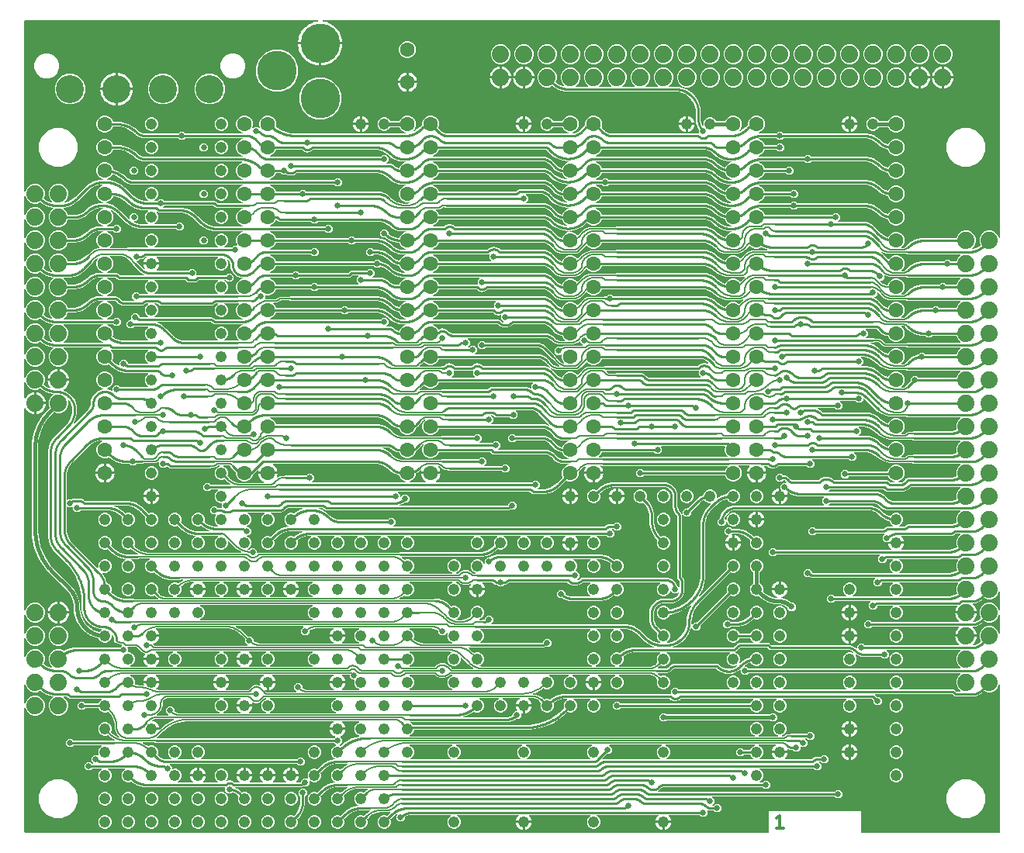
<source format=gbr>
G04 EAGLE Gerber RS-274X export*
G75*
%MOMM*%
%FSLAX34Y34*%
%LPD*%
%INTop Copper*%
%IPPOS*%
%AMOC8*
5,1,8,0,0,1.08239X$1,22.5*%
G01*
%ADD10C,0.355600*%
%ADD11C,1.219200*%
%ADD12C,1.600200*%
%ADD13C,1.879600*%
%ADD14C,3.048000*%
%ADD15C,4.318000*%
%ADD16C,0.675000*%
%ADD17C,0.406400*%
%ADD18C,0.254000*%
%ADD19C,0.127000*%
%ADD20C,0.152400*%

G36*
X1035948Y638303D02*
X1035948Y638303D01*
X1035992Y638301D01*
X1036025Y638312D01*
X1036072Y638317D01*
X1039550Y639249D01*
X1039591Y639269D01*
X1039703Y639313D01*
X1044329Y641983D01*
X1044347Y641999D01*
X1044370Y642009D01*
X1044433Y642071D01*
X1044500Y642128D01*
X1044512Y642149D01*
X1044530Y642167D01*
X1044567Y642247D01*
X1044610Y642324D01*
X1044614Y642348D01*
X1044625Y642370D01*
X1044632Y642458D01*
X1044646Y642545D01*
X1044641Y642569D01*
X1044643Y642593D01*
X1044608Y642733D01*
X1044602Y642765D01*
X1044599Y642769D01*
X1044598Y642775D01*
X1043436Y645579D01*
X1043436Y649821D01*
X1045060Y653741D01*
X1048059Y656740D01*
X1051979Y658364D01*
X1056221Y658364D01*
X1060141Y656740D01*
X1063140Y653741D01*
X1064525Y650396D01*
X1064580Y650311D01*
X1064631Y650225D01*
X1064640Y650217D01*
X1064647Y650207D01*
X1064727Y650147D01*
X1064805Y650084D01*
X1064816Y650080D01*
X1064826Y650073D01*
X1064922Y650044D01*
X1065018Y650012D01*
X1065030Y650012D01*
X1065041Y650009D01*
X1065142Y650015D01*
X1065242Y650018D01*
X1065253Y650023D01*
X1065265Y650023D01*
X1065357Y650065D01*
X1065450Y650102D01*
X1065459Y650111D01*
X1065470Y650115D01*
X1065541Y650186D01*
X1065615Y650254D01*
X1065621Y650264D01*
X1065629Y650273D01*
X1065672Y650364D01*
X1065718Y650453D01*
X1065720Y650466D01*
X1065724Y650476D01*
X1065728Y650522D01*
X1065746Y650639D01*
X1065799Y887365D01*
X1065787Y887430D01*
X1065785Y887496D01*
X1065768Y887539D01*
X1065759Y887586D01*
X1065726Y887643D01*
X1065701Y887703D01*
X1065669Y887738D01*
X1065645Y887779D01*
X1065594Y887820D01*
X1065550Y887869D01*
X1065508Y887891D01*
X1065471Y887920D01*
X1065409Y887941D01*
X1065350Y887972D01*
X1065296Y887980D01*
X1065259Y887992D01*
X1065219Y887991D01*
X1065165Y887999D01*
X327015Y887999D01*
X326939Y887986D01*
X326862Y887981D01*
X326830Y887966D01*
X326794Y887960D01*
X326728Y887920D01*
X326658Y887889D01*
X326632Y887864D01*
X326601Y887845D01*
X326553Y887786D01*
X326498Y887732D01*
X326482Y887699D01*
X326460Y887671D01*
X326435Y887598D01*
X326402Y887528D01*
X326399Y887493D01*
X326388Y887459D01*
X326390Y887382D01*
X326384Y887305D01*
X326394Y887270D01*
X326395Y887234D01*
X326424Y887163D01*
X326444Y887089D01*
X326465Y887060D01*
X326479Y887027D01*
X326531Y886970D01*
X326576Y886907D01*
X326606Y886887D01*
X326630Y886861D01*
X326699Y886826D01*
X326763Y886783D01*
X326802Y886773D01*
X326830Y886758D01*
X326888Y886750D01*
X326944Y886735D01*
X327898Y886627D01*
X330541Y886024D01*
X333099Y885129D01*
X335541Y883953D01*
X337836Y882511D01*
X339955Y880821D01*
X341871Y878905D01*
X343561Y876786D01*
X345003Y874491D01*
X346179Y872049D01*
X347074Y869491D01*
X347677Y866848D01*
X347981Y864155D01*
X347981Y864069D01*
X324485Y864069D01*
X324420Y864058D01*
X324355Y864056D01*
X324311Y864038D01*
X324264Y864030D01*
X324208Y863996D01*
X324147Y863971D01*
X324112Y863939D01*
X324071Y863915D01*
X324030Y863864D01*
X323981Y863820D01*
X323959Y863778D01*
X323930Y863741D01*
X323909Y863679D01*
X323879Y863620D01*
X323870Y863566D01*
X323858Y863529D01*
X323859Y863489D01*
X323851Y863435D01*
X323851Y862799D01*
X323849Y862799D01*
X323849Y863435D01*
X323837Y863500D01*
X323836Y863565D01*
X323818Y863609D01*
X323809Y863656D01*
X323776Y863713D01*
X323751Y863773D01*
X323719Y863808D01*
X323695Y863849D01*
X323644Y863890D01*
X323600Y863939D01*
X323558Y863961D01*
X323521Y863990D01*
X323459Y864011D01*
X323400Y864042D01*
X323346Y864050D01*
X323309Y864062D01*
X323269Y864061D01*
X323215Y864069D01*
X299719Y864069D01*
X299719Y864155D01*
X300023Y866848D01*
X300626Y869491D01*
X301521Y872049D01*
X302697Y874491D01*
X304139Y876786D01*
X305829Y878905D01*
X307745Y880821D01*
X309864Y882511D01*
X312159Y883953D01*
X314601Y885129D01*
X317159Y886024D01*
X319802Y886627D01*
X320756Y886735D01*
X320830Y886757D01*
X320906Y886770D01*
X320936Y886789D01*
X320971Y886799D01*
X321032Y886845D01*
X321099Y886885D01*
X321121Y886912D01*
X321150Y886934D01*
X321192Y886999D01*
X321240Y887059D01*
X321252Y887093D01*
X321271Y887123D01*
X321287Y887198D01*
X321312Y887271D01*
X321311Y887307D01*
X321319Y887342D01*
X321308Y887419D01*
X321305Y887496D01*
X321292Y887529D01*
X321287Y887564D01*
X321250Y887632D01*
X321221Y887703D01*
X321197Y887730D01*
X321180Y887761D01*
X321122Y887812D01*
X321070Y887869D01*
X321038Y887885D01*
X321011Y887909D01*
X320939Y887936D01*
X320870Y887972D01*
X320830Y887978D01*
X320801Y887989D01*
X320743Y887991D01*
X320685Y887999D01*
X1635Y887999D01*
X1570Y887988D01*
X1504Y887986D01*
X1461Y887968D01*
X1414Y887960D01*
X1357Y887926D01*
X1297Y887901D01*
X1262Y887870D01*
X1221Y887845D01*
X1179Y887794D01*
X1131Y887750D01*
X1109Y887708D01*
X1080Y887671D01*
X1059Y887609D01*
X1028Y887550D01*
X1020Y887496D01*
X1008Y887459D01*
X1009Y887419D01*
X1001Y887365D01*
X1001Y701309D01*
X1019Y701210D01*
X1033Y701111D01*
X1038Y701100D01*
X1040Y701089D01*
X1092Y701002D01*
X1139Y700913D01*
X1148Y700906D01*
X1155Y700895D01*
X1232Y700832D01*
X1308Y700766D01*
X1320Y700761D01*
X1329Y700754D01*
X1424Y700722D01*
X1518Y700686D01*
X1530Y700686D01*
X1541Y700682D01*
X1641Y700685D01*
X1742Y700684D01*
X1754Y700688D01*
X1766Y700689D01*
X1858Y700726D01*
X1953Y700761D01*
X1962Y700769D01*
X1973Y700773D01*
X2048Y700841D01*
X2124Y700906D01*
X2131Y700917D01*
X2139Y700924D01*
X2160Y700965D01*
X2221Y701067D01*
X3660Y704541D01*
X6659Y707540D01*
X10579Y709164D01*
X14821Y709164D01*
X18741Y707540D01*
X21740Y704541D01*
X23364Y700621D01*
X23364Y696379D01*
X22202Y693575D01*
X22197Y693551D01*
X22186Y693530D01*
X22173Y693443D01*
X22155Y693356D01*
X22158Y693332D01*
X22155Y693308D01*
X22174Y693221D01*
X22186Y693134D01*
X22198Y693113D01*
X22203Y693089D01*
X22251Y693014D01*
X22293Y692937D01*
X22311Y692921D01*
X22325Y692900D01*
X22437Y692811D01*
X22462Y692789D01*
X22466Y692787D01*
X22471Y692783D01*
X27097Y690113D01*
X27139Y690098D01*
X27250Y690049D01*
X30728Y689117D01*
X30788Y689112D01*
X30845Y689097D01*
X30899Y689103D01*
X30952Y689099D01*
X31009Y689115D01*
X31069Y689121D01*
X31117Y689144D01*
X31168Y689159D01*
X31216Y689194D01*
X31270Y689220D01*
X31306Y689259D01*
X31350Y689290D01*
X31383Y689340D01*
X31424Y689383D01*
X31444Y689433D01*
X31474Y689477D01*
X31488Y689535D01*
X31511Y689590D01*
X31513Y689643D01*
X31526Y689695D01*
X31518Y689755D01*
X31521Y689814D01*
X31505Y689865D01*
X31498Y689918D01*
X31471Y689971D01*
X31452Y690028D01*
X31415Y690079D01*
X31395Y690117D01*
X31369Y690141D01*
X31341Y690178D01*
X29060Y692460D01*
X27436Y696379D01*
X27436Y700621D01*
X29060Y704541D01*
X32059Y707540D01*
X35979Y709164D01*
X40221Y709164D01*
X44141Y707540D01*
X47140Y704541D01*
X48764Y700621D01*
X48764Y696379D01*
X47140Y692460D01*
X44859Y690178D01*
X44825Y690130D01*
X44783Y690087D01*
X44762Y690038D01*
X44731Y689994D01*
X44716Y689937D01*
X44692Y689882D01*
X44688Y689829D01*
X44675Y689777D01*
X44681Y689718D01*
X44677Y689658D01*
X44693Y689607D01*
X44698Y689554D01*
X44725Y689500D01*
X44742Y689443D01*
X44774Y689401D01*
X44798Y689353D01*
X44841Y689312D01*
X44877Y689264D01*
X44922Y689235D01*
X44961Y689199D01*
X45016Y689176D01*
X45066Y689143D01*
X45118Y689132D01*
X45168Y689111D01*
X45227Y689109D01*
X45285Y689096D01*
X45348Y689103D01*
X45392Y689101D01*
X45425Y689112D01*
X45472Y689117D01*
X48950Y690049D01*
X48991Y690069D01*
X49103Y690113D01*
X54129Y693014D01*
X54166Y693046D01*
X54230Y693087D01*
X56416Y695004D01*
X56428Y695019D01*
X56433Y695022D01*
X56436Y695024D01*
X56436Y695025D01*
X56446Y695032D01*
X67896Y706482D01*
X69568Y708154D01*
X75938Y711832D01*
X83043Y713736D01*
X86036Y713736D01*
X86135Y713753D01*
X86234Y713768D01*
X86245Y713773D01*
X86256Y713775D01*
X86343Y713826D01*
X86432Y713874D01*
X86439Y713883D01*
X86450Y713889D01*
X86513Y713967D01*
X86579Y714043D01*
X86584Y714054D01*
X86591Y714064D01*
X86623Y714159D01*
X86659Y714253D01*
X86659Y714265D01*
X86663Y714276D01*
X86660Y714376D01*
X86661Y714477D01*
X86657Y714489D01*
X86656Y714500D01*
X86619Y714593D01*
X86584Y714688D01*
X86576Y714697D01*
X86572Y714708D01*
X86504Y714783D01*
X86439Y714859D01*
X86428Y714866D01*
X86421Y714874D01*
X86380Y714895D01*
X86278Y714956D01*
X83651Y716044D01*
X81044Y718651D01*
X79633Y722057D01*
X79633Y725743D01*
X81044Y729149D01*
X83651Y731756D01*
X87057Y733167D01*
X90743Y733167D01*
X94149Y731756D01*
X96756Y729149D01*
X98167Y725743D01*
X98167Y725610D01*
X98183Y725517D01*
X98195Y725422D01*
X98203Y725407D01*
X98206Y725390D01*
X98255Y725308D01*
X98299Y725223D01*
X98312Y725211D01*
X98320Y725196D01*
X98394Y725136D01*
X98465Y725072D01*
X98483Y725065D01*
X98495Y725055D01*
X98542Y725039D01*
X98637Y724998D01*
X101713Y724173D01*
X109283Y719803D01*
X111445Y717641D01*
X111530Y717556D01*
X112373Y716713D01*
X112396Y716697D01*
X112419Y716671D01*
X113862Y715487D01*
X113863Y715487D01*
X113864Y715486D01*
X113868Y715483D01*
X114023Y715390D01*
X117459Y713967D01*
X117464Y713966D01*
X117639Y713922D01*
X119498Y713739D01*
X119525Y713741D01*
X119560Y713736D01*
X238435Y713736D01*
X238534Y713753D01*
X238634Y713768D01*
X238645Y713773D01*
X238656Y713775D01*
X238743Y713826D01*
X238831Y713874D01*
X238839Y713883D01*
X238850Y713889D01*
X238913Y713967D01*
X238979Y714043D01*
X238983Y714054D01*
X238991Y714064D01*
X239023Y714159D01*
X239059Y714253D01*
X239059Y714265D01*
X239063Y714276D01*
X239060Y714376D01*
X239061Y714477D01*
X239056Y714489D01*
X239056Y714500D01*
X239019Y714593D01*
X238984Y714688D01*
X238976Y714697D01*
X238972Y714708D01*
X238904Y714783D01*
X238839Y714859D01*
X238828Y714866D01*
X238820Y714874D01*
X238780Y714895D01*
X238678Y714956D01*
X236051Y716044D01*
X233444Y718651D01*
X232033Y722057D01*
X232033Y725743D01*
X233444Y729149D01*
X236051Y731756D01*
X238351Y732709D01*
X238418Y732752D01*
X238490Y732788D01*
X238512Y732812D01*
X238540Y732830D01*
X238588Y732894D01*
X238642Y732953D01*
X238655Y732983D01*
X238675Y733009D01*
X238697Y733086D01*
X238728Y733160D01*
X238729Y733193D01*
X238738Y733224D01*
X238733Y733304D01*
X238736Y733384D01*
X238726Y733415D01*
X238724Y733448D01*
X238691Y733521D01*
X238666Y733597D01*
X238645Y733623D01*
X238632Y733653D01*
X238575Y733710D01*
X238525Y733772D01*
X238497Y733789D01*
X238474Y733813D01*
X238402Y733846D01*
X238333Y733888D01*
X238297Y733896D01*
X238271Y733908D01*
X238223Y733911D01*
X238150Y733927D01*
X236081Y734063D01*
X236062Y734061D01*
X236039Y734064D01*
X129230Y734064D01*
X123630Y736384D01*
X121487Y738527D01*
X121472Y738537D01*
X121457Y738555D01*
X118753Y740926D01*
X118712Y740951D01*
X118652Y740999D01*
X112437Y744587D01*
X112395Y744602D01*
X112284Y744650D01*
X105352Y746508D01*
X105305Y746512D01*
X105230Y746528D01*
X101641Y746763D01*
X101623Y746761D01*
X101600Y746764D01*
X98304Y746764D01*
X98250Y746755D01*
X98196Y746755D01*
X98141Y746735D01*
X98083Y746725D01*
X98036Y746697D01*
X97985Y746679D01*
X97940Y746641D01*
X97890Y746611D01*
X97856Y746569D01*
X97814Y746534D01*
X97777Y746472D01*
X97748Y746436D01*
X97738Y746407D01*
X97718Y746373D01*
X96756Y744051D01*
X94149Y741444D01*
X90743Y740033D01*
X87057Y740033D01*
X83651Y741444D01*
X81044Y744051D01*
X79633Y747457D01*
X79633Y751143D01*
X81044Y754549D01*
X83651Y757156D01*
X87057Y758567D01*
X90743Y758567D01*
X94149Y757156D01*
X96756Y754549D01*
X97718Y752227D01*
X97747Y752182D01*
X97767Y752131D01*
X97807Y752088D01*
X97839Y752038D01*
X97882Y752006D01*
X97919Y751966D01*
X97971Y751939D01*
X98018Y751904D01*
X98070Y751888D01*
X98118Y751863D01*
X98189Y751853D01*
X98233Y751840D01*
X98264Y751842D01*
X98304Y751836D01*
X105970Y751836D01*
X114413Y749573D01*
X121983Y745203D01*
X124145Y743041D01*
X125073Y742113D01*
X125096Y742097D01*
X125119Y742071D01*
X126563Y740886D01*
X126569Y740883D01*
X126723Y740790D01*
X130159Y739367D01*
X130164Y739366D01*
X130339Y739322D01*
X132198Y739139D01*
X132225Y739141D01*
X132260Y739136D01*
X238436Y739136D01*
X238534Y739153D01*
X238634Y739168D01*
X238645Y739173D01*
X238656Y739175D01*
X238743Y739226D01*
X238831Y739274D01*
X238839Y739283D01*
X238850Y739289D01*
X238913Y739367D01*
X238979Y739443D01*
X238983Y739454D01*
X238991Y739464D01*
X239023Y739559D01*
X239059Y739653D01*
X239059Y739665D01*
X239063Y739676D01*
X239060Y739776D01*
X239061Y739877D01*
X239057Y739889D01*
X239056Y739900D01*
X239019Y739993D01*
X238984Y740088D01*
X238976Y740097D01*
X238972Y740108D01*
X238904Y740183D01*
X238839Y740259D01*
X238828Y740266D01*
X238820Y740274D01*
X238780Y740295D01*
X238678Y740356D01*
X236051Y741444D01*
X233444Y744051D01*
X232033Y747457D01*
X232033Y751143D01*
X233444Y754549D01*
X236051Y757156D01*
X238678Y758244D01*
X238763Y758298D01*
X238850Y758350D01*
X238857Y758359D01*
X238867Y758365D01*
X238928Y758446D01*
X238991Y758524D01*
X238995Y758535D01*
X239002Y758545D01*
X239031Y758641D01*
X239063Y758736D01*
X239062Y758748D01*
X239066Y758760D01*
X239059Y758861D01*
X239056Y758961D01*
X239052Y758972D01*
X239051Y758984D01*
X239010Y759076D01*
X238972Y759169D01*
X238964Y759177D01*
X238959Y759188D01*
X238888Y759260D01*
X238820Y759334D01*
X238810Y759340D01*
X238802Y759348D01*
X238711Y759391D01*
X238621Y759437D01*
X238608Y759439D01*
X238598Y759443D01*
X238553Y759447D01*
X238436Y759464D01*
X177010Y759464D01*
X176968Y759457D01*
X176926Y759459D01*
X176859Y759437D01*
X176789Y759425D01*
X176753Y759403D01*
X176712Y759390D01*
X176639Y759336D01*
X176596Y759311D01*
X176583Y759294D01*
X176561Y759279D01*
X174642Y757359D01*
X170798Y757359D01*
X168879Y759279D01*
X168844Y759303D01*
X168815Y759334D01*
X168752Y759366D01*
X168694Y759407D01*
X168653Y759417D01*
X168615Y759437D01*
X168526Y759450D01*
X168477Y759463D01*
X168456Y759460D01*
X168430Y759464D01*
X129230Y759464D01*
X123630Y761784D01*
X122416Y762998D01*
X122152Y763262D01*
X121487Y763927D01*
X121472Y763937D01*
X121457Y763955D01*
X118753Y766326D01*
X118712Y766351D01*
X118652Y766399D01*
X112437Y769987D01*
X112395Y770002D01*
X112284Y770050D01*
X105352Y771908D01*
X105305Y771912D01*
X105230Y771928D01*
X101641Y772163D01*
X101623Y772161D01*
X101600Y772164D01*
X98304Y772164D01*
X98250Y772155D01*
X98196Y772155D01*
X98141Y772135D01*
X98083Y772125D01*
X98036Y772097D01*
X97985Y772079D01*
X97940Y772041D01*
X97890Y772011D01*
X97856Y771969D01*
X97814Y771934D01*
X97778Y771872D01*
X97748Y771836D01*
X97738Y771807D01*
X97718Y771773D01*
X96756Y769451D01*
X94149Y766844D01*
X90743Y765433D01*
X87057Y765433D01*
X83651Y766844D01*
X81044Y769451D01*
X79633Y772857D01*
X79633Y776543D01*
X81044Y779949D01*
X83651Y782556D01*
X87057Y783967D01*
X90743Y783967D01*
X94149Y782556D01*
X96756Y779949D01*
X97718Y777627D01*
X97747Y777582D01*
X97767Y777531D01*
X97807Y777488D01*
X97839Y777438D01*
X97882Y777406D01*
X97919Y777366D01*
X97971Y777339D01*
X98018Y777304D01*
X98070Y777288D01*
X98118Y777263D01*
X98189Y777253D01*
X98233Y777240D01*
X98264Y777242D01*
X98304Y777236D01*
X105970Y777236D01*
X114413Y774973D01*
X121983Y770603D01*
X124145Y768441D01*
X125073Y767513D01*
X125096Y767497D01*
X125119Y767471D01*
X126563Y766286D01*
X126569Y766283D01*
X126723Y766190D01*
X130159Y764767D01*
X130164Y764766D01*
X130339Y764722D01*
X132198Y764539D01*
X132225Y764541D01*
X132260Y764536D01*
X168430Y764536D01*
X168472Y764543D01*
X168514Y764541D01*
X168581Y764563D01*
X168651Y764575D01*
X168687Y764597D01*
X168728Y764610D01*
X168801Y764664D01*
X168844Y764689D01*
X168857Y764706D01*
X168879Y764721D01*
X170798Y766641D01*
X174642Y766641D01*
X176561Y764721D01*
X176596Y764697D01*
X176625Y764666D01*
X176688Y764634D01*
X176746Y764593D01*
X176787Y764583D01*
X176825Y764563D01*
X176914Y764550D01*
X176963Y764537D01*
X176984Y764540D01*
X177010Y764536D01*
X238436Y764536D01*
X238534Y764553D01*
X238634Y764568D01*
X238645Y764573D01*
X238656Y764575D01*
X238743Y764626D01*
X238831Y764674D01*
X238839Y764683D01*
X238850Y764689D01*
X238913Y764767D01*
X238979Y764843D01*
X238983Y764854D01*
X238991Y764864D01*
X239023Y764959D01*
X239059Y765053D01*
X239059Y765065D01*
X239063Y765076D01*
X239060Y765176D01*
X239061Y765277D01*
X239057Y765289D01*
X239056Y765300D01*
X239019Y765393D01*
X238984Y765488D01*
X238976Y765497D01*
X238972Y765508D01*
X238904Y765583D01*
X238839Y765659D01*
X238828Y765666D01*
X238820Y765674D01*
X238780Y765695D01*
X238678Y765756D01*
X236051Y766844D01*
X233444Y769451D01*
X232033Y772857D01*
X232033Y776543D01*
X233444Y779949D01*
X236051Y782556D01*
X239457Y783967D01*
X243143Y783967D01*
X246549Y782556D01*
X249156Y779949D01*
X250567Y776543D01*
X250567Y772857D01*
X249915Y771283D01*
X249893Y771185D01*
X249868Y771088D01*
X249870Y771076D01*
X249867Y771064D01*
X249881Y770964D01*
X249892Y770865D01*
X249897Y770854D01*
X249899Y770842D01*
X249946Y770754D01*
X249991Y770663D01*
X250000Y770655D01*
X250005Y770645D01*
X250081Y770579D01*
X250154Y770510D01*
X250165Y770505D01*
X250174Y770497D01*
X250268Y770461D01*
X250361Y770422D01*
X250373Y770422D01*
X250384Y770417D01*
X250485Y770417D01*
X250585Y770412D01*
X250596Y770416D01*
X250608Y770416D01*
X250703Y770450D01*
X250799Y770481D01*
X250809Y770489D01*
X250819Y770492D01*
X250854Y770522D01*
X250949Y770592D01*
X252078Y771721D01*
X255922Y771721D01*
X257051Y770592D01*
X257133Y770535D01*
X257214Y770474D01*
X257225Y770471D01*
X257235Y770464D01*
X257332Y770439D01*
X257429Y770410D01*
X257441Y770411D01*
X257452Y770408D01*
X257552Y770419D01*
X257653Y770425D01*
X257663Y770430D01*
X257675Y770431D01*
X257765Y770476D01*
X257857Y770517D01*
X257866Y770526D01*
X257876Y770531D01*
X257945Y770604D01*
X258017Y770675D01*
X258022Y770686D01*
X258030Y770694D01*
X258070Y770787D01*
X258112Y770878D01*
X258113Y770890D01*
X258118Y770901D01*
X258122Y771002D01*
X258130Y771102D01*
X258127Y771114D01*
X258128Y771125D01*
X258114Y771169D01*
X258085Y771283D01*
X257433Y772857D01*
X257433Y776543D01*
X258844Y779949D01*
X261451Y782556D01*
X264857Y783967D01*
X268543Y783967D01*
X271949Y782556D01*
X274556Y779949D01*
X275967Y776543D01*
X275967Y772857D01*
X275548Y771847D01*
X275543Y771823D01*
X275532Y771802D01*
X275524Y771745D01*
X275511Y771708D01*
X275512Y771681D01*
X275501Y771628D01*
X275504Y771604D01*
X275501Y771579D01*
X275517Y771504D01*
X275518Y771484D01*
X275523Y771472D01*
X275532Y771406D01*
X275544Y771384D01*
X275549Y771360D01*
X275597Y771286D01*
X275602Y771277D01*
X275602Y771276D01*
X275639Y771208D01*
X275657Y771192D01*
X275671Y771172D01*
X275783Y771082D01*
X275808Y771061D01*
X275812Y771059D01*
X275817Y771055D01*
X281663Y767680D01*
X281705Y767665D01*
X281816Y767617D01*
X291950Y764901D01*
X291998Y764897D01*
X292073Y764881D01*
X297319Y764537D01*
X297337Y764539D01*
X297360Y764536D01*
X416199Y764536D01*
X416217Y764539D01*
X416240Y764537D01*
X416272Y764539D01*
X416350Y764558D01*
X416429Y764570D01*
X416458Y764585D01*
X416490Y764593D01*
X416556Y764638D01*
X416626Y764676D01*
X416648Y764701D01*
X416675Y764720D01*
X416721Y764785D01*
X416774Y764845D01*
X416786Y764876D01*
X416805Y764903D01*
X416825Y764980D01*
X416854Y765055D01*
X416854Y765088D01*
X416863Y765119D01*
X416855Y765199D01*
X416856Y765279D01*
X416844Y765310D01*
X416841Y765343D01*
X416806Y765415D01*
X416779Y765490D01*
X416758Y765515D01*
X416744Y765545D01*
X416686Y765600D01*
X416634Y765661D01*
X416602Y765680D01*
X416582Y765700D01*
X416538Y765719D01*
X416473Y765758D01*
X413851Y766844D01*
X411244Y769451D01*
X410598Y771011D01*
X410569Y771056D01*
X410548Y771107D01*
X410509Y771150D01*
X410477Y771200D01*
X410434Y771232D01*
X410397Y771272D01*
X410345Y771299D01*
X410297Y771334D01*
X410246Y771350D01*
X410197Y771375D01*
X410127Y771385D01*
X410082Y771398D01*
X410052Y771396D01*
X410012Y771402D01*
X400726Y771402D01*
X400673Y771393D01*
X400619Y771393D01*
X400563Y771373D01*
X400505Y771363D01*
X400459Y771335D01*
X400408Y771317D01*
X400363Y771279D01*
X400312Y771249D01*
X400278Y771207D01*
X400237Y771172D01*
X400200Y771110D01*
X400171Y771074D01*
X400161Y771045D01*
X400140Y771011D01*
X399941Y770530D01*
X397870Y768459D01*
X395164Y767338D01*
X392236Y767338D01*
X389530Y768459D01*
X387459Y770530D01*
X386338Y773236D01*
X386338Y776164D01*
X387459Y778870D01*
X389530Y780941D01*
X392236Y782062D01*
X395164Y782062D01*
X397870Y780941D01*
X399941Y778870D01*
X400140Y778389D01*
X400169Y778344D01*
X400190Y778293D01*
X400229Y778250D01*
X400261Y778200D01*
X400305Y778168D01*
X400341Y778128D01*
X400393Y778101D01*
X400441Y778066D01*
X400492Y778050D01*
X400541Y778025D01*
X400611Y778015D01*
X400656Y778002D01*
X400686Y778004D01*
X400726Y777998D01*
X410012Y777998D01*
X410065Y778007D01*
X410119Y778007D01*
X410175Y778027D01*
X410233Y778037D01*
X410279Y778065D01*
X410330Y778083D01*
X410375Y778121D01*
X410426Y778151D01*
X410460Y778193D01*
X410501Y778229D01*
X410538Y778290D01*
X410567Y778326D01*
X410577Y778355D01*
X410598Y778389D01*
X411244Y779949D01*
X413851Y782556D01*
X417257Y783967D01*
X420943Y783967D01*
X424349Y782556D01*
X426956Y779949D01*
X428367Y776543D01*
X428367Y772857D01*
X426956Y769451D01*
X425578Y768073D01*
X425561Y768048D01*
X425538Y768029D01*
X425497Y767956D01*
X425450Y767888D01*
X425442Y767859D01*
X425427Y767833D01*
X425414Y767751D01*
X425394Y767671D01*
X425397Y767641D01*
X425392Y767612D01*
X425408Y767530D01*
X425417Y767448D01*
X425430Y767421D01*
X425436Y767392D01*
X425480Y767321D01*
X425516Y767247D01*
X425538Y767226D01*
X425554Y767201D01*
X425619Y767150D01*
X425680Y767093D01*
X425707Y767081D01*
X425731Y767063D01*
X425810Y767038D01*
X425886Y767006D01*
X425916Y767004D01*
X425945Y766995D01*
X426027Y766999D01*
X426110Y766996D01*
X426139Y767005D01*
X426169Y767006D01*
X426281Y767050D01*
X426324Y767064D01*
X426333Y767071D01*
X426343Y767075D01*
X430049Y769214D01*
X430059Y769223D01*
X430070Y769227D01*
X430101Y769255D01*
X430150Y769287D01*
X432336Y771204D01*
X432348Y771219D01*
X432367Y771232D01*
X433106Y771972D01*
X433107Y771973D01*
X434035Y772901D01*
X435048Y773914D01*
X435072Y773948D01*
X435103Y773977D01*
X435135Y774040D01*
X435176Y774098D01*
X435186Y774139D01*
X435206Y774177D01*
X435219Y774266D01*
X435232Y774315D01*
X435229Y774336D01*
X435233Y774362D01*
X435233Y776543D01*
X436644Y779949D01*
X439251Y782556D01*
X442657Y783967D01*
X446343Y783967D01*
X449749Y782556D01*
X452356Y779949D01*
X453767Y776543D01*
X453767Y772857D01*
X452805Y770535D01*
X452793Y770482D01*
X452772Y770432D01*
X452770Y770373D01*
X452757Y770316D01*
X452765Y770262D01*
X452762Y770208D01*
X452780Y770152D01*
X452788Y770093D01*
X452814Y770046D01*
X452831Y769994D01*
X452873Y769937D01*
X452895Y769896D01*
X452918Y769876D01*
X452942Y769844D01*
X454345Y768441D01*
X454811Y767975D01*
X455273Y767513D01*
X455296Y767497D01*
X455319Y767471D01*
X456763Y766286D01*
X456769Y766283D01*
X456923Y766190D01*
X460359Y764767D01*
X460364Y764766D01*
X460539Y764722D01*
X462398Y764539D01*
X462425Y764541D01*
X462460Y764536D01*
X594036Y764536D01*
X594134Y764553D01*
X594234Y764568D01*
X594245Y764573D01*
X594256Y764575D01*
X594343Y764626D01*
X594431Y764674D01*
X594439Y764683D01*
X594450Y764689D01*
X594513Y764767D01*
X594579Y764843D01*
X594583Y764854D01*
X594591Y764864D01*
X594623Y764959D01*
X594659Y765053D01*
X594659Y765065D01*
X594663Y765076D01*
X594660Y765176D01*
X594661Y765277D01*
X594657Y765289D01*
X594656Y765300D01*
X594619Y765393D01*
X594584Y765488D01*
X594576Y765497D01*
X594572Y765508D01*
X594504Y765583D01*
X594439Y765659D01*
X594428Y765666D01*
X594420Y765674D01*
X594380Y765695D01*
X594278Y765756D01*
X591651Y766844D01*
X589044Y769451D01*
X588398Y771011D01*
X588369Y771056D01*
X588348Y771107D01*
X588309Y771150D01*
X588277Y771200D01*
X588234Y771232D01*
X588197Y771272D01*
X588145Y771299D01*
X588097Y771334D01*
X588046Y771350D01*
X587997Y771375D01*
X587927Y771385D01*
X587882Y771398D01*
X587852Y771396D01*
X587812Y771402D01*
X578526Y771402D01*
X578473Y771393D01*
X578419Y771393D01*
X578363Y771373D01*
X578305Y771363D01*
X578259Y771335D01*
X578208Y771317D01*
X578163Y771279D01*
X578112Y771249D01*
X578078Y771207D01*
X578037Y771172D01*
X578000Y771110D01*
X577971Y771074D01*
X577961Y771045D01*
X577940Y771011D01*
X577741Y770530D01*
X575670Y768459D01*
X572964Y767338D01*
X570036Y767338D01*
X567330Y768459D01*
X565259Y770530D01*
X564138Y773236D01*
X564138Y776164D01*
X565259Y778870D01*
X567330Y780941D01*
X570036Y782062D01*
X572964Y782062D01*
X575670Y780941D01*
X577741Y778870D01*
X577940Y778389D01*
X577969Y778344D01*
X577990Y778293D01*
X578029Y778250D01*
X578061Y778200D01*
X578105Y778168D01*
X578141Y778128D01*
X578193Y778101D01*
X578241Y778066D01*
X578292Y778050D01*
X578341Y778025D01*
X578411Y778015D01*
X578456Y778002D01*
X578486Y778004D01*
X578526Y777998D01*
X587812Y777998D01*
X587865Y778007D01*
X587919Y778007D01*
X587975Y778027D01*
X588033Y778037D01*
X588079Y778065D01*
X588130Y778083D01*
X588175Y778121D01*
X588226Y778151D01*
X588260Y778193D01*
X588301Y778229D01*
X588338Y778290D01*
X588367Y778326D01*
X588377Y778355D01*
X588398Y778389D01*
X589044Y779949D01*
X591651Y782556D01*
X595057Y783967D01*
X598743Y783967D01*
X602149Y782556D01*
X604756Y779949D01*
X606167Y776543D01*
X606167Y772857D01*
X604756Y769451D01*
X602149Y766844D01*
X599679Y765821D01*
X599663Y765811D01*
X599644Y765805D01*
X599569Y765750D01*
X599491Y765700D01*
X599479Y765684D01*
X599463Y765673D01*
X599412Y765595D01*
X599356Y765521D01*
X599350Y765502D01*
X599339Y765485D01*
X599318Y765395D01*
X599292Y765306D01*
X599293Y765286D01*
X599289Y765267D01*
X599300Y765175D01*
X599307Y765082D01*
X599315Y765064D01*
X599317Y765044D01*
X599360Y764962D01*
X599399Y764877D01*
X599412Y764863D01*
X599421Y764846D01*
X599491Y764783D01*
X599556Y764717D01*
X599574Y764709D01*
X599588Y764696D01*
X599675Y764661D01*
X599759Y764622D01*
X599779Y764621D01*
X599797Y764613D01*
X599977Y764604D01*
X599983Y764604D01*
X599984Y764604D01*
X601181Y764722D01*
X601187Y764724D01*
X601361Y764767D01*
X604797Y766190D01*
X604803Y766194D01*
X604956Y766286D01*
X606401Y767471D01*
X606418Y767492D01*
X606447Y767513D01*
X610906Y771972D01*
X611827Y772893D01*
X612763Y773829D01*
X612848Y773914D01*
X612872Y773948D01*
X612903Y773977D01*
X612935Y774040D01*
X612976Y774098D01*
X612986Y774139D01*
X613006Y774177D01*
X613019Y774266D01*
X613032Y774315D01*
X613029Y774336D01*
X613033Y774362D01*
X613033Y776543D01*
X614444Y779949D01*
X617051Y782556D01*
X620457Y783967D01*
X624143Y783967D01*
X627549Y782556D01*
X630156Y779949D01*
X631567Y776543D01*
X631567Y772857D01*
X630977Y771433D01*
X630965Y771380D01*
X630944Y771330D01*
X630942Y771271D01*
X630929Y771214D01*
X630937Y771160D01*
X630934Y771106D01*
X630952Y771050D01*
X630960Y770991D01*
X630986Y770944D01*
X631003Y770892D01*
X631045Y770835D01*
X631067Y770794D01*
X631090Y770774D01*
X631114Y770742D01*
X633415Y768441D01*
X633580Y768276D01*
X634343Y767513D01*
X634366Y767497D01*
X634389Y767471D01*
X635832Y766287D01*
X635833Y766287D01*
X635834Y766286D01*
X635838Y766283D01*
X635993Y766190D01*
X639429Y764767D01*
X639434Y764766D01*
X639609Y764722D01*
X641468Y764539D01*
X641495Y764541D01*
X641530Y764536D01*
X736011Y764536D01*
X736162Y764473D01*
X736238Y764456D01*
X736311Y764431D01*
X736347Y764433D01*
X736382Y764425D01*
X736458Y764436D01*
X736536Y764438D01*
X736569Y764451D01*
X736604Y764456D01*
X736672Y764493D01*
X736744Y764522D01*
X736770Y764546D01*
X736801Y764563D01*
X736852Y764622D01*
X736909Y764674D01*
X736925Y764705D01*
X736949Y764732D01*
X736976Y764804D01*
X737012Y764873D01*
X737018Y764913D01*
X737028Y764942D01*
X737029Y764988D01*
X737039Y765059D01*
X737039Y768081D01*
X737034Y768112D01*
X737036Y768142D01*
X737008Y768257D01*
X737000Y768302D01*
X736994Y768311D01*
X736991Y768324D01*
X734064Y775390D01*
X734064Y787400D01*
X734060Y787422D01*
X734062Y787450D01*
X733789Y790927D01*
X733776Y790976D01*
X733760Y791074D01*
X731610Y797688D01*
X731608Y797693D01*
X731607Y797699D01*
X731520Y797865D01*
X727432Y803492D01*
X727428Y803496D01*
X727426Y803501D01*
X727292Y803632D01*
X721665Y807720D01*
X721660Y807723D01*
X721656Y807727D01*
X721488Y807810D01*
X714874Y809960D01*
X714823Y809967D01*
X714727Y809989D01*
X711250Y810262D01*
X711228Y810260D01*
X711200Y810264D01*
X591043Y810264D01*
X583938Y812168D01*
X577568Y815846D01*
X577426Y815988D01*
X577381Y816019D01*
X577343Y816058D01*
X577290Y816083D01*
X577241Y816117D01*
X577189Y816130D01*
X577140Y816153D01*
X577081Y816158D01*
X577024Y816172D01*
X576970Y816167D01*
X576916Y816171D01*
X576847Y816154D01*
X576801Y816149D01*
X576774Y816136D01*
X576734Y816126D01*
X573621Y814836D01*
X569379Y814836D01*
X565459Y816460D01*
X562460Y819459D01*
X560836Y823379D01*
X560836Y827621D01*
X562460Y831541D01*
X565459Y834540D01*
X569379Y836164D01*
X573621Y836164D01*
X577541Y834540D01*
X580540Y831541D01*
X582164Y827621D01*
X582164Y823379D01*
X581002Y820575D01*
X580997Y820551D01*
X580986Y820530D01*
X580973Y820443D01*
X580955Y820356D01*
X580958Y820332D01*
X580955Y820308D01*
X580974Y820221D01*
X580986Y820134D01*
X580998Y820113D01*
X581003Y820089D01*
X581051Y820014D01*
X581093Y819937D01*
X581111Y819921D01*
X581125Y819900D01*
X581237Y819811D01*
X581262Y819789D01*
X581266Y819787D01*
X581271Y819783D01*
X585897Y817113D01*
X585939Y817098D01*
X586050Y817049D01*
X589528Y816117D01*
X589588Y816112D01*
X589645Y816097D01*
X589699Y816103D01*
X589752Y816099D01*
X589809Y816115D01*
X589869Y816121D01*
X589917Y816144D01*
X589968Y816159D01*
X590016Y816194D01*
X590070Y816220D01*
X590106Y816259D01*
X590150Y816290D01*
X590183Y816340D01*
X590224Y816383D01*
X590244Y816433D01*
X590274Y816477D01*
X590288Y816535D01*
X590311Y816590D01*
X590313Y816643D01*
X590326Y816695D01*
X590318Y816755D01*
X590321Y816814D01*
X590305Y816865D01*
X590298Y816918D01*
X590271Y816971D01*
X590252Y817028D01*
X590215Y817079D01*
X590195Y817117D01*
X590169Y817141D01*
X590141Y817178D01*
X587860Y819460D01*
X586236Y823379D01*
X586236Y827621D01*
X587860Y831541D01*
X590859Y834540D01*
X594779Y836164D01*
X599021Y836164D01*
X602941Y834540D01*
X605940Y831541D01*
X607564Y827621D01*
X607564Y823379D01*
X605940Y819460D01*
X602899Y816418D01*
X602848Y816345D01*
X602792Y816276D01*
X602784Y816254D01*
X602771Y816234D01*
X602749Y816148D01*
X602720Y816064D01*
X602721Y816040D01*
X602715Y816017D01*
X602724Y815928D01*
X602727Y815839D01*
X602736Y815817D01*
X602738Y815794D01*
X602778Y815714D01*
X602811Y815631D01*
X602827Y815614D01*
X602838Y815593D01*
X602902Y815531D01*
X602963Y815466D01*
X602984Y815455D01*
X603001Y815439D01*
X603083Y815404D01*
X603162Y815363D01*
X603188Y815359D01*
X603208Y815351D01*
X603258Y815349D01*
X603347Y815336D01*
X615853Y815336D01*
X615940Y815351D01*
X616029Y815361D01*
X616050Y815371D01*
X616073Y815375D01*
X616150Y815421D01*
X616230Y815460D01*
X616246Y815477D01*
X616267Y815489D01*
X616323Y815559D01*
X616384Y815623D01*
X616393Y815645D01*
X616408Y815664D01*
X616436Y815748D01*
X616471Y815830D01*
X616472Y815854D01*
X616480Y815876D01*
X616477Y815965D01*
X616481Y816054D01*
X616474Y816077D01*
X616473Y816100D01*
X616440Y816183D01*
X616413Y816268D01*
X616397Y816289D01*
X616389Y816308D01*
X616355Y816345D01*
X616301Y816418D01*
X613260Y819460D01*
X611636Y823379D01*
X611636Y827621D01*
X613260Y831541D01*
X616259Y834540D01*
X620179Y836164D01*
X624421Y836164D01*
X628341Y834540D01*
X631340Y831541D01*
X632964Y827621D01*
X632964Y823379D01*
X631340Y819460D01*
X628299Y816418D01*
X628248Y816345D01*
X628192Y816276D01*
X628184Y816254D01*
X628171Y816234D01*
X628149Y816148D01*
X628120Y816064D01*
X628121Y816040D01*
X628115Y816017D01*
X628124Y815928D01*
X628127Y815839D01*
X628136Y815817D01*
X628138Y815794D01*
X628178Y815714D01*
X628211Y815631D01*
X628227Y815614D01*
X628238Y815593D01*
X628302Y815531D01*
X628363Y815466D01*
X628384Y815455D01*
X628401Y815439D01*
X628483Y815404D01*
X628562Y815363D01*
X628588Y815359D01*
X628608Y815351D01*
X628658Y815349D01*
X628747Y815336D01*
X641253Y815336D01*
X641340Y815351D01*
X641429Y815361D01*
X641450Y815371D01*
X641473Y815375D01*
X641550Y815421D01*
X641630Y815460D01*
X641646Y815477D01*
X641667Y815489D01*
X641723Y815559D01*
X641784Y815623D01*
X641793Y815645D01*
X641808Y815664D01*
X641836Y815748D01*
X641871Y815830D01*
X641872Y815854D01*
X641880Y815876D01*
X641877Y815965D01*
X641881Y816054D01*
X641874Y816077D01*
X641873Y816100D01*
X641840Y816183D01*
X641813Y816268D01*
X641797Y816289D01*
X641789Y816308D01*
X641755Y816345D01*
X641701Y816418D01*
X638660Y819460D01*
X637036Y823379D01*
X637036Y827621D01*
X638660Y831541D01*
X641659Y834540D01*
X645579Y836164D01*
X649821Y836164D01*
X653741Y834540D01*
X656740Y831541D01*
X658364Y827621D01*
X658364Y823379D01*
X656740Y819460D01*
X653699Y816418D01*
X653648Y816345D01*
X653592Y816276D01*
X653584Y816254D01*
X653571Y816234D01*
X653549Y816148D01*
X653520Y816064D01*
X653521Y816040D01*
X653515Y816017D01*
X653524Y815928D01*
X653527Y815839D01*
X653536Y815817D01*
X653538Y815794D01*
X653578Y815714D01*
X653611Y815631D01*
X653627Y815614D01*
X653638Y815593D01*
X653702Y815531D01*
X653763Y815466D01*
X653784Y815455D01*
X653801Y815439D01*
X653883Y815404D01*
X653962Y815363D01*
X653988Y815359D01*
X654008Y815351D01*
X654058Y815349D01*
X654147Y815336D01*
X666653Y815336D01*
X666740Y815351D01*
X666829Y815361D01*
X666850Y815371D01*
X666873Y815375D01*
X666950Y815421D01*
X667030Y815460D01*
X667046Y815477D01*
X667067Y815489D01*
X667123Y815559D01*
X667184Y815623D01*
X667193Y815645D01*
X667208Y815664D01*
X667236Y815748D01*
X667271Y815830D01*
X667272Y815854D01*
X667280Y815876D01*
X667277Y815965D01*
X667281Y816054D01*
X667274Y816077D01*
X667273Y816100D01*
X667240Y816183D01*
X667213Y816268D01*
X667197Y816289D01*
X667189Y816308D01*
X667155Y816345D01*
X667101Y816418D01*
X664060Y819460D01*
X662436Y823379D01*
X662436Y827621D01*
X664060Y831541D01*
X667059Y834540D01*
X670979Y836164D01*
X675221Y836164D01*
X679141Y834540D01*
X682140Y831541D01*
X683764Y827621D01*
X683764Y823379D01*
X682140Y819460D01*
X679099Y816418D01*
X679048Y816345D01*
X678992Y816276D01*
X678984Y816254D01*
X678971Y816234D01*
X678949Y816148D01*
X678920Y816064D01*
X678921Y816040D01*
X678915Y816017D01*
X678924Y815928D01*
X678927Y815839D01*
X678936Y815817D01*
X678938Y815794D01*
X678978Y815714D01*
X679011Y815631D01*
X679027Y815614D01*
X679038Y815593D01*
X679102Y815531D01*
X679163Y815466D01*
X679184Y815455D01*
X679201Y815439D01*
X679283Y815404D01*
X679362Y815363D01*
X679388Y815359D01*
X679408Y815351D01*
X679458Y815349D01*
X679547Y815336D01*
X692053Y815336D01*
X692140Y815351D01*
X692229Y815361D01*
X692250Y815371D01*
X692273Y815375D01*
X692350Y815421D01*
X692430Y815460D01*
X692446Y815477D01*
X692467Y815489D01*
X692523Y815559D01*
X692584Y815623D01*
X692593Y815645D01*
X692608Y815664D01*
X692636Y815748D01*
X692671Y815830D01*
X692672Y815854D01*
X692680Y815876D01*
X692677Y815965D01*
X692681Y816054D01*
X692674Y816077D01*
X692673Y816100D01*
X692640Y816183D01*
X692613Y816268D01*
X692597Y816289D01*
X692589Y816308D01*
X692555Y816345D01*
X692501Y816418D01*
X689460Y819460D01*
X687836Y823379D01*
X687836Y827621D01*
X689460Y831541D01*
X692459Y834540D01*
X696379Y836164D01*
X700621Y836164D01*
X704541Y834540D01*
X707540Y831541D01*
X709164Y827621D01*
X709164Y823379D01*
X707540Y819460D01*
X704499Y816418D01*
X704448Y816345D01*
X704392Y816276D01*
X704384Y816254D01*
X704371Y816234D01*
X704349Y816148D01*
X704320Y816064D01*
X704321Y816040D01*
X704315Y816017D01*
X704324Y815928D01*
X704327Y815839D01*
X704336Y815817D01*
X704338Y815794D01*
X704378Y815714D01*
X704411Y815631D01*
X704427Y815614D01*
X704438Y815593D01*
X704502Y815531D01*
X704563Y815466D01*
X704584Y815455D01*
X704601Y815439D01*
X704683Y815404D01*
X704762Y815363D01*
X704788Y815359D01*
X704808Y815351D01*
X704858Y815349D01*
X704947Y815336D01*
X715625Y815336D01*
X724041Y812601D01*
X731200Y807400D01*
X736401Y800241D01*
X739136Y791825D01*
X739136Y779344D01*
X739140Y779317D01*
X739139Y779282D01*
X739411Y776517D01*
X739413Y776511D01*
X739456Y776336D01*
X740718Y773290D01*
X740773Y773205D01*
X740824Y773118D01*
X740833Y773111D01*
X740839Y773101D01*
X740920Y773040D01*
X740998Y772977D01*
X741009Y772973D01*
X741019Y772966D01*
X741115Y772937D01*
X741210Y772905D01*
X741222Y772906D01*
X741234Y772902D01*
X741335Y772909D01*
X741435Y772912D01*
X741446Y772916D01*
X741458Y772917D01*
X741550Y772959D01*
X741643Y772996D01*
X741651Y773004D01*
X741662Y773009D01*
X741734Y773080D01*
X741808Y773148D01*
X741814Y773158D01*
X741822Y773166D01*
X741865Y773257D01*
X741911Y773347D01*
X741913Y773360D01*
X741917Y773370D01*
X741921Y773415D01*
X741938Y773533D01*
X741938Y776164D01*
X743059Y778870D01*
X745130Y780941D01*
X747836Y782062D01*
X750764Y782062D01*
X753470Y780941D01*
X755541Y778870D01*
X755740Y778389D01*
X755769Y778344D01*
X755790Y778293D01*
X755829Y778250D01*
X755861Y778200D01*
X755905Y778168D01*
X755941Y778128D01*
X755993Y778101D01*
X756041Y778066D01*
X756092Y778050D01*
X756141Y778025D01*
X756211Y778015D01*
X756256Y778002D01*
X756286Y778004D01*
X756326Y777998D01*
X765612Y777998D01*
X765665Y778007D01*
X765719Y778007D01*
X765775Y778027D01*
X765833Y778037D01*
X765879Y778065D01*
X765930Y778083D01*
X765975Y778121D01*
X766026Y778151D01*
X766060Y778193D01*
X766101Y778229D01*
X766138Y778290D01*
X766167Y778326D01*
X766177Y778355D01*
X766198Y778389D01*
X766844Y779949D01*
X769451Y782556D01*
X772857Y783967D01*
X776543Y783967D01*
X779949Y782556D01*
X782556Y779949D01*
X783967Y776543D01*
X783967Y772857D01*
X782556Y769451D01*
X781178Y768073D01*
X781161Y768048D01*
X781138Y768029D01*
X781097Y767956D01*
X781050Y767888D01*
X781042Y767859D01*
X781027Y767833D01*
X781014Y767751D01*
X780994Y767671D01*
X780997Y767641D01*
X780992Y767612D01*
X781008Y767530D01*
X781017Y767448D01*
X781030Y767421D01*
X781036Y767392D01*
X781080Y767321D01*
X781116Y767247D01*
X781138Y767226D01*
X781154Y767201D01*
X781219Y767150D01*
X781280Y767093D01*
X781307Y767081D01*
X781331Y767063D01*
X781410Y767038D01*
X781486Y767006D01*
X781516Y767004D01*
X781545Y766995D01*
X781627Y766999D01*
X781710Y766996D01*
X781739Y767005D01*
X781769Y767006D01*
X781881Y767050D01*
X781924Y767064D01*
X781933Y767071D01*
X781943Y767075D01*
X785649Y769214D01*
X785686Y769246D01*
X785750Y769287D01*
X787936Y771204D01*
X787948Y771219D01*
X787967Y771232D01*
X788707Y771972D01*
X788707Y771973D01*
X790648Y773914D01*
X790672Y773948D01*
X790703Y773977D01*
X790735Y774040D01*
X790776Y774098D01*
X790786Y774139D01*
X790806Y774177D01*
X790819Y774266D01*
X790832Y774315D01*
X790829Y774336D01*
X790833Y774362D01*
X790833Y776543D01*
X792244Y779949D01*
X794851Y782556D01*
X798257Y783967D01*
X801943Y783967D01*
X805349Y782556D01*
X807956Y779949D01*
X809367Y776543D01*
X809367Y772857D01*
X807956Y769451D01*
X805349Y766844D01*
X802722Y765756D01*
X802637Y765702D01*
X802550Y765650D01*
X802543Y765641D01*
X802533Y765635D01*
X802472Y765554D01*
X802409Y765476D01*
X802405Y765465D01*
X802398Y765455D01*
X802369Y765359D01*
X802337Y765264D01*
X802338Y765252D01*
X802334Y765240D01*
X802341Y765139D01*
X802344Y765039D01*
X802348Y765028D01*
X802349Y765016D01*
X802390Y764924D01*
X802428Y764831D01*
X802436Y764823D01*
X802441Y764812D01*
X802512Y764740D01*
X802580Y764666D01*
X802590Y764660D01*
X802598Y764652D01*
X802689Y764609D01*
X802779Y764563D01*
X802792Y764561D01*
X802802Y764557D01*
X802847Y764553D01*
X802964Y764536D01*
X821210Y764536D01*
X821252Y764543D01*
X821294Y764541D01*
X821361Y764563D01*
X821431Y764575D01*
X821467Y764597D01*
X821508Y764610D01*
X821581Y764664D01*
X821624Y764689D01*
X821637Y764706D01*
X821659Y764721D01*
X823578Y766641D01*
X827422Y766641D01*
X829341Y764721D01*
X829376Y764697D01*
X829405Y764666D01*
X829468Y764634D01*
X829526Y764593D01*
X829567Y764583D01*
X829605Y764563D01*
X829694Y764550D01*
X829743Y764537D01*
X829764Y764540D01*
X829790Y764536D01*
X920257Y764536D01*
X927362Y762632D01*
X933732Y758954D01*
X936078Y756607D01*
X936332Y756353D01*
X936355Y756338D01*
X936379Y756312D01*
X938620Y754472D01*
X938625Y754469D01*
X938780Y754377D01*
X943138Y752571D01*
X943203Y752557D01*
X943264Y752534D01*
X943311Y752533D01*
X943358Y752523D01*
X943423Y752532D01*
X943488Y752532D01*
X943533Y752548D01*
X943580Y752555D01*
X943637Y752586D01*
X943699Y752609D01*
X943735Y752639D01*
X943777Y752662D01*
X943820Y752711D01*
X943870Y752754D01*
X943899Y752801D01*
X943925Y752830D01*
X943939Y752867D01*
X943967Y752914D01*
X944644Y754549D01*
X947251Y757156D01*
X950657Y758567D01*
X954343Y758567D01*
X957749Y757156D01*
X960356Y754549D01*
X961767Y751143D01*
X961767Y747457D01*
X960356Y744051D01*
X957749Y741444D01*
X954343Y740033D01*
X950657Y740033D01*
X947251Y741444D01*
X944644Y744051D01*
X943682Y746373D01*
X943653Y746418D01*
X943633Y746469D01*
X943593Y746512D01*
X943561Y746562D01*
X943518Y746594D01*
X943481Y746634D01*
X943429Y746661D01*
X943382Y746696D01*
X943330Y746712D01*
X943282Y746737D01*
X943211Y746747D01*
X943185Y746755D01*
X935629Y749885D01*
X933675Y751839D01*
X933601Y751913D01*
X932747Y752768D01*
X932731Y752778D01*
X932716Y752796D01*
X930530Y754713D01*
X930489Y754738D01*
X930429Y754786D01*
X925403Y757687D01*
X925361Y757702D01*
X925250Y757751D01*
X919645Y759253D01*
X919597Y759257D01*
X919522Y759273D01*
X916620Y759463D01*
X916602Y759461D01*
X916579Y759464D01*
X829790Y759464D01*
X829748Y759457D01*
X829706Y759459D01*
X829639Y759437D01*
X829569Y759425D01*
X829533Y759403D01*
X829492Y759390D01*
X829419Y759336D01*
X829376Y759311D01*
X829363Y759294D01*
X829341Y759279D01*
X827422Y757359D01*
X823578Y757359D01*
X821659Y759279D01*
X821624Y759303D01*
X821595Y759334D01*
X821532Y759366D01*
X821474Y759407D01*
X821433Y759417D01*
X821395Y759437D01*
X821306Y759450D01*
X821257Y759463D01*
X821236Y759460D01*
X821210Y759464D01*
X805541Y759464D01*
X805523Y759461D01*
X805500Y759463D01*
X803275Y759317D01*
X803197Y759298D01*
X803118Y759287D01*
X803089Y759271D01*
X803057Y759263D01*
X802991Y759218D01*
X802921Y759180D01*
X802899Y759155D01*
X802872Y759137D01*
X802826Y759071D01*
X802773Y759011D01*
X802761Y758980D01*
X802742Y758954D01*
X802722Y758876D01*
X802693Y758801D01*
X802693Y758768D01*
X802684Y758737D01*
X802692Y758657D01*
X802691Y758577D01*
X802703Y758546D01*
X802706Y758513D01*
X802741Y758441D01*
X802768Y758366D01*
X802789Y758341D01*
X802803Y758311D01*
X802861Y758256D01*
X802913Y758195D01*
X802945Y758176D01*
X802965Y758156D01*
X803009Y758137D01*
X803074Y758098D01*
X805349Y757156D01*
X807956Y754549D01*
X808918Y752227D01*
X808947Y752182D01*
X808967Y752131D01*
X809007Y752088D01*
X809039Y752038D01*
X809082Y752006D01*
X809119Y751966D01*
X809171Y751939D01*
X809218Y751904D01*
X809270Y751888D01*
X809318Y751863D01*
X809389Y751853D01*
X809433Y751840D01*
X809464Y751842D01*
X809504Y751836D01*
X821210Y751836D01*
X821252Y751843D01*
X821294Y751841D01*
X821361Y751863D01*
X821431Y751875D01*
X821467Y751897D01*
X821508Y751910D01*
X821581Y751964D01*
X821624Y751989D01*
X821637Y752006D01*
X821659Y752021D01*
X823578Y753941D01*
X827422Y753941D01*
X830141Y751222D01*
X830141Y747378D01*
X827422Y744659D01*
X823578Y744659D01*
X821659Y746579D01*
X821624Y746603D01*
X821595Y746634D01*
X821532Y746666D01*
X821474Y746707D01*
X821433Y746717D01*
X821395Y746737D01*
X821306Y746750D01*
X821257Y746763D01*
X821236Y746760D01*
X821210Y746764D01*
X809504Y746764D01*
X809450Y746755D01*
X809396Y746755D01*
X809341Y746735D01*
X809283Y746725D01*
X809236Y746697D01*
X809185Y746679D01*
X809140Y746641D01*
X809090Y746611D01*
X809056Y746569D01*
X809014Y746534D01*
X808977Y746472D01*
X808948Y746436D01*
X808938Y746407D01*
X808918Y746373D01*
X807956Y744051D01*
X805349Y741444D01*
X802722Y740356D01*
X802637Y740302D01*
X802550Y740250D01*
X802543Y740241D01*
X802533Y740235D01*
X802472Y740154D01*
X802409Y740076D01*
X802405Y740065D01*
X802398Y740055D01*
X802369Y739959D01*
X802337Y739864D01*
X802338Y739852D01*
X802334Y739840D01*
X802341Y739739D01*
X802344Y739639D01*
X802348Y739628D01*
X802349Y739616D01*
X802390Y739524D01*
X802428Y739431D01*
X802436Y739423D01*
X802441Y739412D01*
X802512Y739340D01*
X802580Y739266D01*
X802590Y739260D01*
X802598Y739252D01*
X802689Y739209D01*
X802779Y739163D01*
X802792Y739161D01*
X802802Y739157D01*
X802847Y739153D01*
X802964Y739136D01*
X851690Y739136D01*
X851732Y739143D01*
X851774Y739141D01*
X851841Y739163D01*
X851911Y739175D01*
X851947Y739197D01*
X851988Y739210D01*
X852061Y739264D01*
X852104Y739289D01*
X852117Y739306D01*
X852139Y739321D01*
X854058Y741241D01*
X857902Y741241D01*
X859821Y739321D01*
X859856Y739297D01*
X859885Y739266D01*
X859948Y739234D01*
X860006Y739193D01*
X860047Y739183D01*
X860085Y739163D01*
X860174Y739150D01*
X860223Y739137D01*
X860244Y739140D01*
X860270Y739136D01*
X920257Y739136D01*
X927362Y737232D01*
X933732Y733554D01*
X936103Y731183D01*
X936332Y730953D01*
X936355Y730938D01*
X936379Y730912D01*
X938620Y729072D01*
X938625Y729069D01*
X938780Y728977D01*
X943138Y727171D01*
X943203Y727157D01*
X943264Y727134D01*
X943311Y727133D01*
X943358Y727123D01*
X943423Y727132D01*
X943488Y727132D01*
X943533Y727148D01*
X943580Y727155D01*
X943637Y727186D01*
X943699Y727209D01*
X943735Y727239D01*
X943777Y727262D01*
X943820Y727311D01*
X943870Y727354D01*
X943899Y727401D01*
X943925Y727430D01*
X943939Y727467D01*
X943967Y727514D01*
X944644Y729149D01*
X947251Y731756D01*
X950657Y733167D01*
X954343Y733167D01*
X957749Y731756D01*
X960356Y729149D01*
X961767Y725743D01*
X961767Y722057D01*
X960356Y718651D01*
X957749Y716044D01*
X954343Y714633D01*
X950657Y714633D01*
X947251Y716044D01*
X944644Y718651D01*
X943682Y720973D01*
X943653Y721018D01*
X943633Y721069D01*
X943593Y721112D01*
X943561Y721162D01*
X943518Y721194D01*
X943481Y721234D01*
X943429Y721261D01*
X943382Y721296D01*
X943330Y721312D01*
X943282Y721337D01*
X943211Y721347D01*
X943185Y721355D01*
X935629Y724485D01*
X932747Y727368D01*
X932731Y727378D01*
X932716Y727396D01*
X930530Y729313D01*
X930489Y729338D01*
X930429Y729386D01*
X925403Y732287D01*
X925361Y732302D01*
X925250Y732351D01*
X919645Y733853D01*
X919597Y733857D01*
X919522Y733873D01*
X916620Y734063D01*
X916602Y734061D01*
X916579Y734064D01*
X860270Y734064D01*
X860228Y734057D01*
X860186Y734059D01*
X860119Y734037D01*
X860049Y734025D01*
X860013Y734003D01*
X859972Y733990D01*
X859899Y733936D01*
X859856Y733911D01*
X859843Y733894D01*
X859821Y733879D01*
X857902Y731959D01*
X854058Y731959D01*
X852139Y733879D01*
X852104Y733903D01*
X852075Y733934D01*
X852012Y733966D01*
X851954Y734007D01*
X851913Y734017D01*
X851875Y734037D01*
X851786Y734050D01*
X851737Y734063D01*
X851716Y734060D01*
X851690Y734064D01*
X805541Y734064D01*
X805523Y734061D01*
X805500Y734063D01*
X803275Y733917D01*
X803197Y733898D01*
X803118Y733887D01*
X803089Y733871D01*
X803057Y733863D01*
X802991Y733818D01*
X802921Y733780D01*
X802899Y733755D01*
X802872Y733737D01*
X802826Y733671D01*
X802773Y733611D01*
X802761Y733580D01*
X802742Y733554D01*
X802722Y733476D01*
X802693Y733401D01*
X802693Y733368D01*
X802684Y733337D01*
X802692Y733257D01*
X802691Y733177D01*
X802703Y733146D01*
X802706Y733113D01*
X802741Y733041D01*
X802768Y732966D01*
X802789Y732941D01*
X802803Y732911D01*
X802861Y732856D01*
X802913Y732795D01*
X802945Y732776D01*
X802965Y732756D01*
X803009Y732737D01*
X803074Y732698D01*
X805349Y731756D01*
X807956Y729149D01*
X808918Y726827D01*
X808947Y726782D01*
X808967Y726731D01*
X809007Y726688D01*
X809039Y726638D01*
X809082Y726606D01*
X809119Y726566D01*
X809171Y726539D01*
X809218Y726504D01*
X809270Y726488D01*
X809318Y726463D01*
X809389Y726453D01*
X809433Y726440D01*
X809464Y726442D01*
X809504Y726436D01*
X831370Y726436D01*
X831412Y726443D01*
X831454Y726441D01*
X831521Y726463D01*
X831591Y726475D01*
X831628Y726497D01*
X831668Y726510D01*
X831741Y726564D01*
X831784Y726589D01*
X831797Y726606D01*
X831819Y726621D01*
X833738Y728541D01*
X837582Y728541D01*
X840301Y725822D01*
X840301Y721978D01*
X837582Y719259D01*
X833738Y719259D01*
X831819Y721179D01*
X831784Y721203D01*
X831755Y721234D01*
X831692Y721266D01*
X831634Y721307D01*
X831593Y721317D01*
X831555Y721337D01*
X831466Y721350D01*
X831417Y721363D01*
X831396Y721360D01*
X831370Y721364D01*
X809504Y721364D01*
X809450Y721355D01*
X809396Y721355D01*
X809341Y721335D01*
X809283Y721325D01*
X809236Y721297D01*
X809185Y721279D01*
X809140Y721241D01*
X809090Y721211D01*
X809056Y721169D01*
X809014Y721134D01*
X808978Y721072D01*
X808948Y721036D01*
X808938Y721007D01*
X808918Y720973D01*
X807956Y718651D01*
X805349Y716044D01*
X802722Y714956D01*
X802637Y714902D01*
X802550Y714850D01*
X802543Y714841D01*
X802533Y714835D01*
X802472Y714754D01*
X802409Y714676D01*
X802405Y714665D01*
X802398Y714655D01*
X802369Y714559D01*
X802337Y714464D01*
X802338Y714452D01*
X802334Y714440D01*
X802341Y714339D01*
X802344Y714239D01*
X802348Y714228D01*
X802349Y714216D01*
X802390Y714124D01*
X802428Y714031D01*
X802436Y714023D01*
X802441Y714012D01*
X802512Y713940D01*
X802580Y713866D01*
X802590Y713860D01*
X802598Y713852D01*
X802689Y713809D01*
X802779Y713763D01*
X802792Y713761D01*
X802802Y713757D01*
X802847Y713753D01*
X802964Y713736D01*
X920257Y713736D01*
X927362Y711832D01*
X933732Y708154D01*
X936059Y705827D01*
X936059Y705826D01*
X936332Y705553D01*
X936355Y705538D01*
X936379Y705512D01*
X938620Y703672D01*
X938625Y703669D01*
X938780Y703577D01*
X943138Y701771D01*
X943203Y701757D01*
X943264Y701734D01*
X943311Y701733D01*
X943358Y701723D01*
X943423Y701732D01*
X943488Y701732D01*
X943533Y701748D01*
X943580Y701755D01*
X943637Y701786D01*
X943699Y701809D01*
X943735Y701839D01*
X943777Y701862D01*
X943820Y701911D01*
X943870Y701954D01*
X943899Y702001D01*
X943925Y702030D01*
X943939Y702067D01*
X943967Y702114D01*
X944644Y703749D01*
X947251Y706356D01*
X950657Y707767D01*
X954343Y707767D01*
X957749Y706356D01*
X960356Y703749D01*
X961767Y700343D01*
X961767Y696657D01*
X960356Y693251D01*
X957749Y690644D01*
X954343Y689233D01*
X950657Y689233D01*
X947251Y690644D01*
X944644Y693251D01*
X943682Y695573D01*
X943653Y695618D01*
X943633Y695669D01*
X943593Y695712D01*
X943561Y695762D01*
X943518Y695794D01*
X943481Y695834D01*
X943429Y695861D01*
X943382Y695896D01*
X943330Y695912D01*
X943282Y695937D01*
X943211Y695947D01*
X943185Y695955D01*
X935629Y699085D01*
X933675Y701039D01*
X933456Y701258D01*
X932747Y701968D01*
X932731Y701978D01*
X932716Y701996D01*
X930530Y703913D01*
X930489Y703938D01*
X930429Y703986D01*
X925403Y706887D01*
X925361Y706902D01*
X925250Y706951D01*
X919645Y708453D01*
X919597Y708457D01*
X919522Y708473D01*
X916620Y708663D01*
X916602Y708661D01*
X916579Y708664D01*
X805541Y708664D01*
X805523Y708661D01*
X805500Y708663D01*
X803275Y708517D01*
X803197Y708498D01*
X803118Y708487D01*
X803089Y708471D01*
X803057Y708463D01*
X802991Y708418D01*
X802921Y708380D01*
X802899Y708355D01*
X802872Y708337D01*
X802826Y708271D01*
X802773Y708211D01*
X802761Y708180D01*
X802742Y708154D01*
X802722Y708076D01*
X802693Y708001D01*
X802693Y707968D01*
X802684Y707937D01*
X802692Y707857D01*
X802691Y707777D01*
X802703Y707746D01*
X802706Y707713D01*
X802741Y707641D01*
X802768Y707566D01*
X802789Y707541D01*
X802803Y707511D01*
X802861Y707456D01*
X802913Y707395D01*
X802945Y707376D01*
X802965Y707356D01*
X803009Y707337D01*
X803074Y707298D01*
X805349Y706356D01*
X807956Y703749D01*
X808918Y701427D01*
X808947Y701382D01*
X808967Y701331D01*
X809007Y701288D01*
X809039Y701238D01*
X809082Y701206D01*
X809119Y701166D01*
X809171Y701139D01*
X809218Y701104D01*
X809270Y701088D01*
X809318Y701063D01*
X809389Y701053D01*
X809433Y701040D01*
X809464Y701042D01*
X809504Y701036D01*
X836450Y701036D01*
X836492Y701043D01*
X836534Y701041D01*
X836601Y701063D01*
X836671Y701075D01*
X836707Y701097D01*
X836748Y701110D01*
X836821Y701164D01*
X836864Y701189D01*
X836877Y701206D01*
X836899Y701221D01*
X838818Y703141D01*
X842662Y703141D01*
X845381Y700422D01*
X845381Y696578D01*
X842662Y693859D01*
X838818Y693859D01*
X836899Y695779D01*
X836864Y695803D01*
X836835Y695834D01*
X836772Y695866D01*
X836714Y695907D01*
X836673Y695917D01*
X836635Y695937D01*
X836546Y695950D01*
X836497Y695963D01*
X836476Y695960D01*
X836450Y695964D01*
X809504Y695964D01*
X809450Y695955D01*
X809396Y695955D01*
X809341Y695935D01*
X809283Y695925D01*
X809236Y695897D01*
X809185Y695879D01*
X809140Y695841D01*
X809090Y695811D01*
X809056Y695769D01*
X809014Y695734D01*
X808978Y695672D01*
X808948Y695636D01*
X808938Y695607D01*
X808918Y695573D01*
X807956Y693251D01*
X805349Y690644D01*
X802722Y689556D01*
X802637Y689502D01*
X802550Y689450D01*
X802543Y689441D01*
X802533Y689435D01*
X802472Y689354D01*
X802409Y689276D01*
X802405Y689265D01*
X802398Y689255D01*
X802369Y689159D01*
X802337Y689064D01*
X802338Y689052D01*
X802334Y689040D01*
X802341Y688939D01*
X802344Y688839D01*
X802348Y688828D01*
X802349Y688816D01*
X802391Y688724D01*
X802428Y688631D01*
X802436Y688623D01*
X802441Y688612D01*
X802512Y688540D01*
X802580Y688466D01*
X802590Y688460D01*
X802598Y688452D01*
X802689Y688409D01*
X802779Y688363D01*
X802792Y688361D01*
X802802Y688357D01*
X802847Y688353D01*
X802965Y688336D01*
X836450Y688336D01*
X836492Y688343D01*
X836534Y688341D01*
X836601Y688363D01*
X836671Y688375D01*
X836707Y688397D01*
X836748Y688410D01*
X836821Y688464D01*
X836864Y688489D01*
X836877Y688506D01*
X836899Y688521D01*
X838818Y690441D01*
X842662Y690441D01*
X844581Y688521D01*
X844616Y688497D01*
X844645Y688466D01*
X844708Y688434D01*
X844766Y688393D01*
X844807Y688383D01*
X844845Y688363D01*
X844934Y688350D01*
X844983Y688337D01*
X845004Y688340D01*
X845030Y688336D01*
X920257Y688336D01*
X927362Y686432D01*
X933732Y682754D01*
X936147Y680339D01*
X936147Y680338D01*
X936333Y680153D01*
X936355Y680138D01*
X936379Y680112D01*
X938620Y678272D01*
X938625Y678269D01*
X938780Y678177D01*
X943138Y676371D01*
X943203Y676357D01*
X943264Y676334D01*
X943311Y676333D01*
X943358Y676323D01*
X943423Y676332D01*
X943488Y676332D01*
X943533Y676348D01*
X943580Y676355D01*
X943637Y676386D01*
X943699Y676409D01*
X943735Y676439D01*
X943777Y676462D01*
X943820Y676511D01*
X943870Y676554D01*
X943899Y676601D01*
X943925Y676630D01*
X943939Y676667D01*
X943967Y676714D01*
X944644Y678349D01*
X947251Y680956D01*
X950657Y682367D01*
X954343Y682367D01*
X957749Y680956D01*
X960356Y678349D01*
X961767Y674943D01*
X961767Y671257D01*
X960356Y667851D01*
X957749Y665244D01*
X954343Y663833D01*
X950657Y663833D01*
X947251Y665244D01*
X944644Y667851D01*
X943682Y670173D01*
X943653Y670218D01*
X943633Y670269D01*
X943593Y670312D01*
X943561Y670362D01*
X943518Y670394D01*
X943481Y670434D01*
X943429Y670461D01*
X943382Y670496D01*
X943330Y670512D01*
X943282Y670537D01*
X943211Y670547D01*
X943185Y670555D01*
X935629Y673685D01*
X932747Y676568D01*
X932731Y676578D01*
X932716Y676596D01*
X930530Y678513D01*
X930489Y678538D01*
X930429Y678586D01*
X925403Y681487D01*
X925361Y681502D01*
X925250Y681551D01*
X919645Y683053D01*
X919597Y683057D01*
X919522Y683073D01*
X916620Y683263D01*
X916602Y683261D01*
X916579Y683264D01*
X845030Y683264D01*
X844988Y683257D01*
X844946Y683259D01*
X844879Y683237D01*
X844809Y683225D01*
X844773Y683203D01*
X844732Y683190D01*
X844659Y683136D01*
X844616Y683111D01*
X844603Y683094D01*
X844581Y683079D01*
X842662Y681159D01*
X838818Y681159D01*
X836899Y683079D01*
X836864Y683103D01*
X836835Y683134D01*
X836772Y683166D01*
X836714Y683207D01*
X836673Y683217D01*
X836635Y683237D01*
X836546Y683250D01*
X836497Y683263D01*
X836476Y683260D01*
X836450Y683264D01*
X805541Y683264D01*
X805523Y683261D01*
X805500Y683263D01*
X803275Y683117D01*
X803197Y683098D01*
X803118Y683087D01*
X803089Y683071D01*
X803057Y683063D01*
X802991Y683018D01*
X802921Y682980D01*
X802899Y682955D01*
X802872Y682937D01*
X802826Y682871D01*
X802773Y682811D01*
X802761Y682780D01*
X802742Y682754D01*
X802722Y682676D01*
X802693Y682601D01*
X802693Y682568D01*
X802684Y682537D01*
X802692Y682457D01*
X802691Y682377D01*
X802703Y682346D01*
X802706Y682313D01*
X802741Y682241D01*
X802768Y682166D01*
X802789Y682141D01*
X802803Y682111D01*
X802861Y682056D01*
X802913Y681995D01*
X802945Y681976D01*
X802965Y681956D01*
X803009Y681937D01*
X803074Y681898D01*
X805349Y680956D01*
X807956Y678349D01*
X808918Y676027D01*
X808947Y675982D01*
X808967Y675931D01*
X809007Y675888D01*
X809039Y675838D01*
X809082Y675806D01*
X809119Y675766D01*
X809171Y675739D01*
X809218Y675704D01*
X809270Y675688D01*
X809318Y675663D01*
X809389Y675653D01*
X809433Y675640D01*
X809464Y675642D01*
X809504Y675636D01*
X882170Y675636D01*
X882212Y675643D01*
X882254Y675641D01*
X882321Y675663D01*
X882391Y675675D01*
X882427Y675697D01*
X882468Y675710D01*
X882541Y675764D01*
X882584Y675789D01*
X882597Y675806D01*
X882619Y675821D01*
X884538Y677741D01*
X888382Y677741D01*
X891101Y675022D01*
X891101Y671178D01*
X889021Y669098D01*
X888970Y669025D01*
X888914Y668956D01*
X888907Y668934D01*
X888893Y668914D01*
X888871Y668828D01*
X888842Y668744D01*
X888843Y668720D01*
X888837Y668697D01*
X888846Y668608D01*
X888849Y668519D01*
X888858Y668497D01*
X888860Y668474D01*
X888900Y668394D01*
X888933Y668311D01*
X888949Y668294D01*
X888960Y668273D01*
X889025Y668212D01*
X889085Y668146D01*
X889106Y668135D01*
X889123Y668119D01*
X889205Y668084D01*
X889284Y668043D01*
X889310Y668039D01*
X889330Y668031D01*
X889380Y668029D01*
X889470Y668016D01*
X919790Y668016D01*
X925390Y665696D01*
X926604Y664482D01*
X933431Y657655D01*
X934153Y656932D01*
X934169Y656922D01*
X934184Y656904D01*
X936370Y654987D01*
X936411Y654962D01*
X936471Y654914D01*
X941497Y652013D01*
X941539Y651998D01*
X941650Y651949D01*
X943435Y651471D01*
X943459Y651469D01*
X943482Y651460D01*
X943571Y651460D01*
X943659Y651452D01*
X943682Y651459D01*
X943707Y651459D01*
X943790Y651489D01*
X943875Y651512D01*
X943894Y651527D01*
X943918Y651535D01*
X943985Y651592D01*
X944056Y651644D01*
X944070Y651665D01*
X944089Y651680D01*
X944163Y651804D01*
X944181Y651831D01*
X944182Y651836D01*
X944185Y651841D01*
X944644Y652949D01*
X947251Y655556D01*
X950657Y656967D01*
X954343Y656967D01*
X957749Y655556D01*
X960356Y652949D01*
X961767Y649543D01*
X961767Y645857D01*
X960356Y642451D01*
X958428Y640523D01*
X958378Y640450D01*
X958321Y640381D01*
X958314Y640359D01*
X958300Y640339D01*
X958278Y640253D01*
X958250Y640169D01*
X958250Y640145D01*
X958244Y640122D01*
X958254Y640033D01*
X958256Y639944D01*
X958265Y639922D01*
X958268Y639899D01*
X958307Y639819D01*
X958340Y639736D01*
X958356Y639719D01*
X958367Y639698D01*
X958432Y639637D01*
X958492Y639571D01*
X958513Y639560D01*
X958530Y639544D01*
X958612Y639509D01*
X958691Y639468D01*
X958718Y639464D01*
X958737Y639456D01*
X958787Y639454D01*
X958877Y639441D01*
X959068Y639441D01*
X959095Y639445D01*
X959130Y639444D01*
X960327Y639562D01*
X960334Y639563D01*
X960508Y639607D01*
X962273Y640338D01*
X962318Y640367D01*
X962369Y640387D01*
X962412Y640427D01*
X962462Y640459D01*
X962494Y640502D01*
X962534Y640539D01*
X962561Y640591D01*
X962596Y640638D01*
X962612Y640690D01*
X962637Y640738D01*
X962647Y640809D01*
X962660Y640853D01*
X962658Y640884D01*
X962664Y640924D01*
X962664Y641130D01*
X963651Y642117D01*
X966188Y644654D01*
X972558Y648332D01*
X979663Y650236D01*
X1017784Y650236D01*
X1017838Y650245D01*
X1017892Y650245D01*
X1017947Y650265D01*
X1018005Y650275D01*
X1018052Y650303D01*
X1018103Y650321D01*
X1018148Y650359D01*
X1018198Y650389D01*
X1018232Y650431D01*
X1018274Y650466D01*
X1018310Y650528D01*
X1018340Y650564D01*
X1018349Y650593D01*
X1018370Y650627D01*
X1019660Y653741D01*
X1022659Y656740D01*
X1026579Y658364D01*
X1030821Y658364D01*
X1034741Y656740D01*
X1037740Y653741D01*
X1039364Y649821D01*
X1039364Y645579D01*
X1037740Y641660D01*
X1035459Y639378D01*
X1035425Y639330D01*
X1035383Y639287D01*
X1035362Y639238D01*
X1035331Y639194D01*
X1035316Y639137D01*
X1035292Y639082D01*
X1035288Y639029D01*
X1035275Y638977D01*
X1035281Y638918D01*
X1035277Y638858D01*
X1035293Y638807D01*
X1035298Y638754D01*
X1035325Y638700D01*
X1035342Y638643D01*
X1035374Y638601D01*
X1035398Y638553D01*
X1035441Y638512D01*
X1035477Y638464D01*
X1035522Y638435D01*
X1035561Y638399D01*
X1035616Y638376D01*
X1035666Y638343D01*
X1035718Y638332D01*
X1035768Y638311D01*
X1035827Y638309D01*
X1035885Y638296D01*
X1035948Y638303D01*
G37*
G36*
X812865Y1012D02*
X812865Y1012D01*
X812931Y1014D01*
X812974Y1032D01*
X813021Y1040D01*
X813078Y1074D01*
X813138Y1099D01*
X813173Y1130D01*
X813214Y1155D01*
X813256Y1206D01*
X813304Y1250D01*
X813326Y1292D01*
X813355Y1329D01*
X813376Y1391D01*
X813407Y1450D01*
X813415Y1504D01*
X813427Y1541D01*
X813426Y1581D01*
X813434Y1635D01*
X813434Y24766D01*
X913766Y24766D01*
X913766Y1635D01*
X913777Y1570D01*
X913779Y1504D01*
X913797Y1461D01*
X913805Y1414D01*
X913839Y1357D01*
X913864Y1297D01*
X913895Y1262D01*
X913920Y1221D01*
X913971Y1179D01*
X914015Y1131D01*
X914057Y1109D01*
X914094Y1080D01*
X914156Y1059D01*
X914215Y1028D01*
X914269Y1020D01*
X914306Y1008D01*
X914346Y1009D01*
X914400Y1001D01*
X1064965Y1001D01*
X1065030Y1012D01*
X1065096Y1014D01*
X1065140Y1032D01*
X1065186Y1040D01*
X1065243Y1074D01*
X1065304Y1099D01*
X1065339Y1130D01*
X1065379Y1155D01*
X1065421Y1206D01*
X1065469Y1250D01*
X1065491Y1292D01*
X1065521Y1329D01*
X1065542Y1391D01*
X1065572Y1449D01*
X1065580Y1504D01*
X1065593Y1541D01*
X1065592Y1581D01*
X1065600Y1635D01*
X1065636Y161896D01*
X1065618Y161995D01*
X1065604Y162094D01*
X1065598Y162105D01*
X1065596Y162116D01*
X1065545Y162203D01*
X1065497Y162292D01*
X1065488Y162299D01*
X1065482Y162310D01*
X1065404Y162373D01*
X1065328Y162439D01*
X1065317Y162444D01*
X1065308Y162451D01*
X1065212Y162483D01*
X1065118Y162519D01*
X1065107Y162519D01*
X1065095Y162523D01*
X1064995Y162520D01*
X1064894Y162521D01*
X1064883Y162517D01*
X1064871Y162516D01*
X1064778Y162479D01*
X1064683Y162444D01*
X1064674Y162437D01*
X1064663Y162432D01*
X1064589Y162364D01*
X1064512Y162299D01*
X1064505Y162288D01*
X1064497Y162281D01*
X1064477Y162240D01*
X1064415Y162138D01*
X1063140Y159059D01*
X1060141Y156060D01*
X1056221Y154436D01*
X1051979Y154436D01*
X1048866Y155726D01*
X1048849Y155730D01*
X1048848Y155730D01*
X1048844Y155731D01*
X1048813Y155737D01*
X1048763Y155759D01*
X1048704Y155761D01*
X1048646Y155774D01*
X1048593Y155766D01*
X1048539Y155769D01*
X1048483Y155751D01*
X1048424Y155742D01*
X1048377Y155717D01*
X1048325Y155700D01*
X1048268Y155658D01*
X1048227Y155635D01*
X1048207Y155612D01*
X1048192Y155604D01*
X1048188Y155598D01*
X1048174Y155588D01*
X1045984Y153398D01*
X1044770Y152184D01*
X1039170Y149864D01*
X1016220Y149864D01*
X1014733Y151351D01*
X1013865Y152219D01*
X1013831Y152243D01*
X1013802Y152274D01*
X1013739Y152306D01*
X1013681Y152347D01*
X1013640Y152357D01*
X1013602Y152377D01*
X1013513Y152390D01*
X1013464Y152403D01*
X1013443Y152400D01*
X1013417Y152404D01*
X929673Y152404D01*
X929585Y152389D01*
X929497Y152379D01*
X929475Y152369D01*
X929452Y152365D01*
X929375Y152319D01*
X929295Y152280D01*
X929279Y152263D01*
X929259Y152251D01*
X929203Y152181D01*
X929142Y152117D01*
X929132Y152095D01*
X929117Y152076D01*
X929089Y151992D01*
X929054Y151910D01*
X929053Y151886D01*
X929045Y151864D01*
X929048Y151775D01*
X929044Y151686D01*
X929051Y151663D01*
X929052Y151640D01*
X929086Y151557D01*
X929113Y151472D01*
X929129Y151451D01*
X929136Y151432D01*
X929170Y151394D01*
X929224Y151322D01*
X930940Y149606D01*
X930974Y149582D01*
X931003Y149551D01*
X931066Y149519D01*
X931124Y149478D01*
X931165Y149468D01*
X931203Y149448D01*
X931292Y149435D01*
X931341Y149422D01*
X931362Y149425D01*
X931388Y149421D01*
X934102Y149421D01*
X936821Y146702D01*
X936821Y142858D01*
X934102Y140139D01*
X930258Y140139D01*
X927539Y142858D01*
X927539Y145572D01*
X927532Y145614D01*
X927534Y145656D01*
X927512Y145723D01*
X927500Y145793D01*
X927478Y145829D01*
X927465Y145870D01*
X927411Y145943D01*
X927386Y145986D01*
X927369Y145999D01*
X927354Y146020D01*
X926235Y147139D01*
X926201Y147163D01*
X926172Y147194D01*
X926109Y147226D01*
X926051Y147267D01*
X926010Y147277D01*
X925972Y147297D01*
X925883Y147310D01*
X925834Y147323D01*
X925813Y147320D01*
X925787Y147324D01*
X905719Y147324D01*
X905620Y147307D01*
X905520Y147292D01*
X905509Y147287D01*
X905498Y147285D01*
X905411Y147233D01*
X905323Y147186D01*
X905315Y147177D01*
X905305Y147171D01*
X905241Y147092D01*
X905175Y147017D01*
X905171Y147006D01*
X905163Y146996D01*
X905131Y146901D01*
X905095Y146807D01*
X905095Y146795D01*
X905091Y146784D01*
X905094Y146683D01*
X905094Y146583D01*
X905098Y146571D01*
X905098Y146560D01*
X905136Y146466D01*
X905170Y146372D01*
X905178Y146363D01*
X905182Y146352D01*
X905250Y146277D01*
X905315Y146201D01*
X905326Y146194D01*
X905334Y146186D01*
X905374Y146165D01*
X905476Y146104D01*
X905870Y145941D01*
X907941Y143870D01*
X909062Y141164D01*
X909062Y138236D01*
X907941Y135530D01*
X905870Y133459D01*
X903164Y132338D01*
X900236Y132338D01*
X897530Y133459D01*
X895459Y135530D01*
X894338Y138236D01*
X894338Y141164D01*
X895459Y143870D01*
X897530Y145941D01*
X897924Y146104D01*
X898009Y146158D01*
X898095Y146210D01*
X898103Y146219D01*
X898113Y146225D01*
X898174Y146306D01*
X898237Y146384D01*
X898241Y146395D01*
X898248Y146405D01*
X898277Y146501D01*
X898309Y146596D01*
X898308Y146608D01*
X898312Y146620D01*
X898305Y146720D01*
X898302Y146821D01*
X898298Y146832D01*
X898297Y146844D01*
X898256Y146935D01*
X898218Y147029D01*
X898210Y147037D01*
X898205Y147048D01*
X898134Y147120D01*
X898066Y147194D01*
X898056Y147200D01*
X898047Y147208D01*
X897956Y147251D01*
X897867Y147297D01*
X897854Y147299D01*
X897844Y147303D01*
X897799Y147307D01*
X897681Y147324D01*
X829519Y147324D01*
X829420Y147307D01*
X829320Y147292D01*
X829309Y147287D01*
X829298Y147285D01*
X829211Y147234D01*
X829123Y147186D01*
X829115Y147177D01*
X829105Y147171D01*
X829041Y147093D01*
X828975Y147017D01*
X828971Y147006D01*
X828963Y146996D01*
X828931Y146901D01*
X828895Y146807D01*
X828895Y146795D01*
X828891Y146784D01*
X828894Y146684D01*
X828894Y146583D01*
X828898Y146571D01*
X828898Y146560D01*
X828935Y146467D01*
X828970Y146372D01*
X828978Y146363D01*
X828982Y146352D01*
X829050Y146277D01*
X829115Y146201D01*
X829126Y146194D01*
X829134Y146186D01*
X829175Y146165D01*
X829276Y146104D01*
X829670Y145941D01*
X831741Y143870D01*
X832862Y141164D01*
X832862Y138236D01*
X831741Y135530D01*
X829670Y133459D01*
X826964Y132338D01*
X824036Y132338D01*
X821330Y133459D01*
X819259Y135530D01*
X818138Y138236D01*
X818138Y141164D01*
X819259Y143870D01*
X821330Y145941D01*
X821724Y146104D01*
X821809Y146158D01*
X821895Y146210D01*
X821903Y146219D01*
X821913Y146225D01*
X821973Y146306D01*
X822037Y146384D01*
X822041Y146395D01*
X822048Y146405D01*
X822077Y146501D01*
X822109Y146596D01*
X822108Y146608D01*
X822112Y146620D01*
X822105Y146721D01*
X822102Y146821D01*
X822098Y146832D01*
X822097Y146844D01*
X822055Y146936D01*
X822018Y147029D01*
X822010Y147037D01*
X822005Y147048D01*
X821934Y147120D01*
X821866Y147194D01*
X821856Y147200D01*
X821847Y147208D01*
X821756Y147251D01*
X821667Y147297D01*
X821654Y147299D01*
X821644Y147303D01*
X821599Y147307D01*
X821481Y147324D01*
X804119Y147324D01*
X804020Y147307D01*
X803920Y147292D01*
X803909Y147287D01*
X803898Y147285D01*
X803811Y147234D01*
X803723Y147186D01*
X803715Y147177D01*
X803705Y147171D01*
X803641Y147093D01*
X803575Y147017D01*
X803571Y147006D01*
X803563Y146996D01*
X803531Y146901D01*
X803495Y146807D01*
X803495Y146795D01*
X803491Y146784D01*
X803494Y146684D01*
X803494Y146583D01*
X803498Y146571D01*
X803498Y146560D01*
X803535Y146467D01*
X803570Y146372D01*
X803578Y146363D01*
X803582Y146352D01*
X803650Y146277D01*
X803715Y146201D01*
X803726Y146194D01*
X803734Y146186D01*
X803775Y146165D01*
X803876Y146104D01*
X804270Y145941D01*
X806341Y143870D01*
X807462Y141164D01*
X807462Y138236D01*
X806341Y135530D01*
X804270Y133459D01*
X801564Y132338D01*
X798636Y132338D01*
X795930Y133459D01*
X793859Y135530D01*
X793344Y136773D01*
X793315Y136818D01*
X793295Y136869D01*
X793255Y136912D01*
X793223Y136962D01*
X793180Y136994D01*
X793143Y137034D01*
X793091Y137061D01*
X793044Y137096D01*
X792992Y137112D01*
X792944Y137137D01*
X792873Y137147D01*
X792829Y137160D01*
X792798Y137158D01*
X792758Y137164D01*
X651990Y137164D01*
X651948Y137157D01*
X651906Y137159D01*
X651839Y137137D01*
X651769Y137125D01*
X651733Y137103D01*
X651692Y137090D01*
X651619Y137036D01*
X651576Y137011D01*
X651563Y136994D01*
X651541Y136979D01*
X649622Y135059D01*
X645778Y135059D01*
X643059Y137778D01*
X643059Y141622D01*
X645778Y144341D01*
X649622Y144341D01*
X651541Y142421D01*
X651576Y142397D01*
X651605Y142366D01*
X651668Y142334D01*
X651726Y142293D01*
X651767Y142283D01*
X651805Y142263D01*
X651894Y142250D01*
X651943Y142237D01*
X651964Y142240D01*
X651990Y142236D01*
X792758Y142236D01*
X792812Y142245D01*
X792866Y142245D01*
X792921Y142265D01*
X792979Y142275D01*
X793026Y142303D01*
X793077Y142321D01*
X793122Y142359D01*
X793172Y142389D01*
X793206Y142431D01*
X793248Y142466D01*
X793284Y142528D01*
X793314Y142564D01*
X793324Y142593D01*
X793344Y142627D01*
X793859Y143870D01*
X795930Y145941D01*
X796324Y146104D01*
X796409Y146158D01*
X796495Y146210D01*
X796503Y146219D01*
X796513Y146225D01*
X796573Y146306D01*
X796637Y146384D01*
X796641Y146395D01*
X796648Y146405D01*
X796677Y146501D01*
X796709Y146596D01*
X796708Y146608D01*
X796712Y146620D01*
X796705Y146721D01*
X796702Y146821D01*
X796698Y146832D01*
X796697Y146844D01*
X796655Y146936D01*
X796618Y147029D01*
X796610Y147037D01*
X796605Y147048D01*
X796534Y147120D01*
X796466Y147194D01*
X796456Y147200D01*
X796447Y147208D01*
X796356Y147251D01*
X796267Y147297D01*
X796254Y147299D01*
X796244Y147303D01*
X796199Y147307D01*
X796081Y147324D01*
X717593Y147324D01*
X717551Y147317D01*
X717509Y147319D01*
X717442Y147297D01*
X717372Y147285D01*
X717336Y147263D01*
X717295Y147250D01*
X717222Y147196D01*
X717179Y147171D01*
X717166Y147154D01*
X717145Y147139D01*
X716815Y146809D01*
X715687Y145681D01*
X711200Y144479D01*
X706713Y145681D01*
X705255Y147139D01*
X705221Y147163D01*
X705192Y147194D01*
X705129Y147226D01*
X705071Y147267D01*
X705030Y147277D01*
X704992Y147297D01*
X704903Y147310D01*
X704854Y147323D01*
X704833Y147320D01*
X704807Y147324D01*
X626319Y147324D01*
X626220Y147307D01*
X626120Y147292D01*
X626109Y147287D01*
X626098Y147285D01*
X626011Y147233D01*
X625923Y147186D01*
X625915Y147177D01*
X625905Y147171D01*
X625841Y147092D01*
X625775Y147017D01*
X625771Y147006D01*
X625763Y146996D01*
X625731Y146901D01*
X625695Y146807D01*
X625695Y146795D01*
X625691Y146784D01*
X625694Y146683D01*
X625694Y146583D01*
X625698Y146571D01*
X625698Y146560D01*
X625736Y146466D01*
X625770Y146372D01*
X625778Y146363D01*
X625782Y146352D01*
X625850Y146277D01*
X625915Y146201D01*
X625926Y146194D01*
X625934Y146186D01*
X625974Y146165D01*
X626076Y146104D01*
X626470Y145941D01*
X628541Y143870D01*
X629662Y141164D01*
X629662Y138236D01*
X628541Y135530D01*
X626470Y133459D01*
X623764Y132338D01*
X620836Y132338D01*
X618130Y133459D01*
X616059Y135530D01*
X614938Y138236D01*
X614938Y141164D01*
X616059Y143870D01*
X618130Y145941D01*
X618524Y146104D01*
X618609Y146158D01*
X618695Y146210D01*
X618703Y146219D01*
X618713Y146225D01*
X618774Y146306D01*
X618837Y146384D01*
X618841Y146395D01*
X618848Y146405D01*
X618877Y146501D01*
X618909Y146596D01*
X618908Y146608D01*
X618912Y146620D01*
X618905Y146720D01*
X618902Y146821D01*
X618898Y146832D01*
X618897Y146844D01*
X618856Y146935D01*
X618818Y147029D01*
X618810Y147037D01*
X618805Y147048D01*
X618734Y147120D01*
X618666Y147194D01*
X618656Y147200D01*
X618647Y147208D01*
X618556Y147251D01*
X618467Y147297D01*
X618454Y147299D01*
X618444Y147303D01*
X618399Y147307D01*
X618281Y147324D01*
X600919Y147324D01*
X600820Y147307D01*
X600720Y147292D01*
X600709Y147287D01*
X600698Y147285D01*
X600611Y147233D01*
X600523Y147186D01*
X600515Y147177D01*
X600505Y147171D01*
X600441Y147092D01*
X600375Y147017D01*
X600371Y147006D01*
X600363Y146996D01*
X600331Y146901D01*
X600295Y146807D01*
X600295Y146795D01*
X600291Y146784D01*
X600294Y146683D01*
X600294Y146583D01*
X600298Y146571D01*
X600298Y146560D01*
X600336Y146466D01*
X600370Y146372D01*
X600378Y146363D01*
X600382Y146352D01*
X600450Y146277D01*
X600515Y146201D01*
X600526Y146194D01*
X600534Y146186D01*
X600574Y146165D01*
X600676Y146104D01*
X601070Y145941D01*
X603141Y143870D01*
X604262Y141164D01*
X604262Y138236D01*
X603141Y135530D01*
X601070Y133459D01*
X598364Y132338D01*
X595436Y132338D01*
X594193Y132853D01*
X594140Y132865D01*
X594090Y132886D01*
X594031Y132888D01*
X593974Y132901D01*
X593920Y132893D01*
X593866Y132896D01*
X593810Y132878D01*
X593751Y132870D01*
X593704Y132844D01*
X593652Y132827D01*
X593595Y132785D01*
X593554Y132763D01*
X593534Y132740D01*
X593502Y132716D01*
X588563Y127777D01*
X577747Y120550D01*
X565729Y115572D01*
X552971Y113034D01*
X426968Y113034D01*
X426914Y113025D01*
X426860Y113025D01*
X426805Y113005D01*
X426747Y112995D01*
X426700Y112967D01*
X426649Y112949D01*
X426604Y112911D01*
X426554Y112881D01*
X426520Y112839D01*
X426478Y112804D01*
X426442Y112742D01*
X426412Y112706D01*
X426403Y112677D01*
X426382Y112643D01*
X425341Y110130D01*
X423270Y108059D01*
X421343Y107261D01*
X421258Y107207D01*
X421172Y107155D01*
X421164Y107146D01*
X421154Y107140D01*
X421094Y107059D01*
X421030Y106981D01*
X421026Y106970D01*
X421019Y106960D01*
X420990Y106864D01*
X420958Y106769D01*
X420959Y106757D01*
X420955Y106745D01*
X420962Y106644D01*
X420965Y106544D01*
X420969Y106533D01*
X420970Y106521D01*
X421012Y106429D01*
X421049Y106336D01*
X421057Y106328D01*
X421062Y106317D01*
X421133Y106245D01*
X421201Y106171D01*
X421211Y106165D01*
X421220Y106157D01*
X421310Y106114D01*
X421400Y106068D01*
X421413Y106066D01*
X421423Y106062D01*
X421468Y106058D01*
X421586Y106041D01*
X797614Y106041D01*
X797713Y106058D01*
X797813Y106073D01*
X797824Y106078D01*
X797835Y106080D01*
X797922Y106131D01*
X798010Y106179D01*
X798018Y106188D01*
X798028Y106194D01*
X798092Y106272D01*
X798158Y106348D01*
X798162Y106359D01*
X798170Y106369D01*
X798202Y106464D01*
X798238Y106558D01*
X798238Y106570D01*
X798242Y106581D01*
X798239Y106681D01*
X798240Y106782D01*
X798235Y106794D01*
X798235Y106805D01*
X798197Y106898D01*
X798163Y106993D01*
X798155Y107002D01*
X798151Y107013D01*
X798083Y107088D01*
X798018Y107164D01*
X798007Y107171D01*
X797999Y107179D01*
X797959Y107200D01*
X797857Y107261D01*
X795930Y108059D01*
X793859Y110130D01*
X792738Y112836D01*
X792738Y115764D01*
X793859Y118470D01*
X795930Y120541D01*
X798636Y121662D01*
X801564Y121662D01*
X804270Y120541D01*
X806341Y118470D01*
X807462Y115764D01*
X807462Y112836D01*
X806341Y110130D01*
X804270Y108059D01*
X802343Y107261D01*
X802258Y107207D01*
X802172Y107155D01*
X802164Y107146D01*
X802154Y107140D01*
X802094Y107059D01*
X802030Y106981D01*
X802026Y106970D01*
X802019Y106960D01*
X801990Y106864D01*
X801958Y106769D01*
X801959Y106757D01*
X801955Y106745D01*
X801962Y106644D01*
X801965Y106544D01*
X801969Y106533D01*
X801970Y106521D01*
X802012Y106429D01*
X802049Y106336D01*
X802057Y106328D01*
X802062Y106317D01*
X802133Y106245D01*
X802201Y106171D01*
X802211Y106165D01*
X802220Y106157D01*
X802310Y106114D01*
X802400Y106068D01*
X802413Y106066D01*
X802423Y106062D01*
X802468Y106058D01*
X802586Y106041D01*
X823014Y106041D01*
X823113Y106058D01*
X823213Y106073D01*
X823224Y106078D01*
X823235Y106080D01*
X823322Y106131D01*
X823410Y106179D01*
X823418Y106188D01*
X823428Y106194D01*
X823492Y106272D01*
X823558Y106348D01*
X823562Y106359D01*
X823570Y106369D01*
X823602Y106464D01*
X823638Y106558D01*
X823638Y106570D01*
X823642Y106581D01*
X823639Y106681D01*
X823640Y106782D01*
X823635Y106794D01*
X823635Y106805D01*
X823597Y106898D01*
X823563Y106993D01*
X823555Y107002D01*
X823551Y107013D01*
X823483Y107088D01*
X823418Y107164D01*
X823407Y107171D01*
X823399Y107179D01*
X823359Y107200D01*
X823257Y107261D01*
X821330Y108059D01*
X819259Y110130D01*
X818138Y112836D01*
X818138Y115764D01*
X819259Y118470D01*
X821330Y120541D01*
X824036Y121662D01*
X826964Y121662D01*
X829670Y120541D01*
X831741Y118470D01*
X832862Y115764D01*
X832862Y112836D01*
X831741Y110130D01*
X829670Y108059D01*
X827754Y107265D01*
X827738Y107255D01*
X827719Y107250D01*
X827644Y107195D01*
X827565Y107144D01*
X827553Y107129D01*
X827538Y107117D01*
X827486Y107039D01*
X827430Y106965D01*
X827425Y106946D01*
X827414Y106930D01*
X827393Y106839D01*
X827366Y106750D01*
X827368Y106730D01*
X827363Y106711D01*
X827375Y106619D01*
X827381Y106526D01*
X827389Y106508D01*
X827392Y106489D01*
X827435Y106406D01*
X827473Y106321D01*
X827487Y106307D01*
X827496Y106290D01*
X827566Y106228D01*
X827631Y106162D01*
X827648Y106153D01*
X827663Y106140D01*
X827750Y106106D01*
X827834Y106067D01*
X827853Y106065D01*
X827872Y106058D01*
X828052Y106049D01*
X828058Y106048D01*
X828059Y106048D01*
X828756Y106117D01*
X828762Y106119D01*
X828937Y106162D01*
X830312Y106732D01*
X830317Y106735D01*
X830472Y106828D01*
X831050Y107302D01*
X831067Y107323D01*
X831096Y107344D01*
X831692Y107940D01*
X831695Y107940D01*
X831704Y107946D01*
X831717Y107949D01*
X833215Y108570D01*
X833232Y108581D01*
X836252Y108581D01*
X836294Y108588D01*
X836336Y108586D01*
X836403Y108608D01*
X836473Y108620D01*
X836509Y108642D01*
X836550Y108655D01*
X836623Y108709D01*
X836666Y108734D01*
X836679Y108751D01*
X836701Y108766D01*
X837150Y109216D01*
X854230Y109216D01*
X854272Y109223D01*
X854314Y109221D01*
X854381Y109243D01*
X854451Y109255D01*
X854487Y109277D01*
X854528Y109290D01*
X854601Y109344D01*
X854644Y109369D01*
X854657Y109386D01*
X854679Y109401D01*
X856598Y111321D01*
X860442Y111321D01*
X863161Y108602D01*
X863161Y104758D01*
X860442Y102039D01*
X856598Y102039D01*
X854679Y103959D01*
X854644Y103983D01*
X854615Y104014D01*
X854552Y104046D01*
X854494Y104087D01*
X854453Y104097D01*
X854415Y104117D01*
X854326Y104130D01*
X854277Y104143D01*
X854256Y104140D01*
X854230Y104144D01*
X853910Y104144D01*
X853822Y104129D01*
X853734Y104119D01*
X853712Y104109D01*
X853689Y104105D01*
X853612Y104059D01*
X853532Y104020D01*
X853516Y104003D01*
X853496Y103991D01*
X853440Y103921D01*
X853379Y103857D01*
X853369Y103835D01*
X853354Y103816D01*
X853326Y103732D01*
X853291Y103650D01*
X853290Y103626D01*
X853282Y103604D01*
X853285Y103515D01*
X853281Y103426D01*
X853288Y103403D01*
X853289Y103380D01*
X853322Y103297D01*
X853350Y103212D01*
X853365Y103191D01*
X853373Y103172D01*
X853407Y103134D01*
X853461Y103062D01*
X855541Y100982D01*
X855541Y97138D01*
X852822Y94419D01*
X848967Y94419D01*
X848930Y94445D01*
X848861Y94501D01*
X848839Y94508D01*
X848819Y94522D01*
X848733Y94544D01*
X848649Y94573D01*
X848625Y94572D01*
X848602Y94578D01*
X848513Y94569D01*
X848424Y94566D01*
X848402Y94557D01*
X848379Y94555D01*
X848299Y94515D01*
X848216Y94482D01*
X848199Y94466D01*
X848178Y94455D01*
X848116Y94390D01*
X848051Y94330D01*
X848040Y94309D01*
X848024Y94292D01*
X847989Y94210D01*
X847948Y94131D01*
X847944Y94104D01*
X847936Y94085D01*
X847934Y94035D01*
X847921Y93945D01*
X847921Y92058D01*
X845202Y89339D01*
X841358Y89339D01*
X839439Y91259D01*
X839404Y91283D01*
X839375Y91314D01*
X839312Y91346D01*
X839254Y91387D01*
X839213Y91397D01*
X839175Y91417D01*
X839086Y91430D01*
X839037Y91443D01*
X839016Y91440D01*
X838990Y91444D01*
X836523Y91444D01*
X834644Y92223D01*
X834557Y92242D01*
X834472Y92267D01*
X834448Y92265D01*
X834425Y92270D01*
X834337Y92258D01*
X834248Y92252D01*
X834226Y92242D01*
X834203Y92239D01*
X834124Y92197D01*
X834043Y92160D01*
X834026Y92143D01*
X834005Y92132D01*
X833947Y92065D01*
X833883Y92003D01*
X833873Y91981D01*
X833858Y91963D01*
X833826Y91880D01*
X833788Y91799D01*
X833786Y91776D01*
X833778Y91754D01*
X833777Y91664D01*
X833770Y91576D01*
X833776Y91550D01*
X833776Y91529D01*
X833792Y91484D01*
X833793Y91481D01*
X834053Y90169D01*
X826135Y90169D01*
X826070Y90158D01*
X826005Y90156D01*
X825961Y90138D01*
X825914Y90130D01*
X825858Y90096D01*
X825797Y90071D01*
X825762Y90039D01*
X825721Y90015D01*
X825680Y89964D01*
X825631Y89920D01*
X825609Y89878D01*
X825580Y89841D01*
X825559Y89779D01*
X825529Y89720D01*
X825520Y89666D01*
X825508Y89629D01*
X825509Y89589D01*
X825501Y89535D01*
X825501Y88265D01*
X825513Y88200D01*
X825514Y88134D01*
X825532Y88091D01*
X825541Y88044D01*
X825574Y87987D01*
X825599Y87927D01*
X825631Y87892D01*
X825655Y87851D01*
X825706Y87810D01*
X825750Y87761D01*
X825792Y87739D01*
X825829Y87710D01*
X825891Y87689D01*
X825950Y87658D01*
X826004Y87650D01*
X826041Y87638D01*
X826081Y87639D01*
X826135Y87631D01*
X834053Y87631D01*
X833805Y86381D01*
X833154Y84809D01*
X832209Y83394D01*
X831173Y82358D01*
X831122Y82285D01*
X831066Y82216D01*
X831058Y82194D01*
X831044Y82174D01*
X831022Y82088D01*
X830994Y82004D01*
X830994Y81980D01*
X830989Y81957D01*
X830998Y81868D01*
X831000Y81779D01*
X831009Y81757D01*
X831012Y81734D01*
X831051Y81654D01*
X831085Y81571D01*
X831101Y81554D01*
X831111Y81533D01*
X831176Y81471D01*
X831236Y81406D01*
X831257Y81395D01*
X831274Y81379D01*
X831356Y81344D01*
X831436Y81303D01*
X831462Y81299D01*
X831481Y81291D01*
X831531Y81289D01*
X831621Y81276D01*
X859747Y81276D01*
X859789Y81283D01*
X859831Y81281D01*
X859898Y81303D01*
X859968Y81315D01*
X860004Y81337D01*
X860045Y81350D01*
X860118Y81404D01*
X860161Y81429D01*
X860174Y81446D01*
X860195Y81461D01*
X860875Y82141D01*
X860876Y82142D01*
X861197Y82463D01*
X864463Y83816D01*
X869470Y83816D01*
X869512Y83823D01*
X869554Y83821D01*
X869621Y83843D01*
X869691Y83855D01*
X869727Y83877D01*
X869768Y83890D01*
X869841Y83944D01*
X869884Y83969D01*
X869897Y83986D01*
X869919Y84001D01*
X871838Y85921D01*
X875682Y85921D01*
X878401Y83202D01*
X878401Y79358D01*
X875682Y76639D01*
X871838Y76639D01*
X869919Y78559D01*
X869884Y78583D01*
X869855Y78614D01*
X869792Y78646D01*
X869734Y78687D01*
X869693Y78697D01*
X869655Y78717D01*
X869566Y78730D01*
X869517Y78743D01*
X869496Y78740D01*
X869470Y78744D01*
X869150Y78744D01*
X869062Y78729D01*
X868974Y78719D01*
X868952Y78709D01*
X868929Y78705D01*
X868852Y78659D01*
X868772Y78620D01*
X868756Y78603D01*
X868736Y78591D01*
X868680Y78521D01*
X868619Y78457D01*
X868609Y78435D01*
X868594Y78416D01*
X868566Y78332D01*
X868531Y78250D01*
X868530Y78226D01*
X868522Y78204D01*
X868525Y78115D01*
X868521Y78026D01*
X868528Y78003D01*
X868529Y77980D01*
X868562Y77897D01*
X868590Y77812D01*
X868605Y77791D01*
X868613Y77772D01*
X868647Y77734D01*
X868701Y77662D01*
X870781Y75582D01*
X870781Y71738D01*
X868062Y69019D01*
X864218Y69019D01*
X862299Y70939D01*
X862264Y70963D01*
X862235Y70994D01*
X862172Y71026D01*
X862114Y71067D01*
X862073Y71077D01*
X862035Y71097D01*
X861946Y71110D01*
X861897Y71123D01*
X861876Y71120D01*
X861850Y71124D01*
X804119Y71124D01*
X804020Y71107D01*
X803920Y71092D01*
X803909Y71087D01*
X803898Y71085D01*
X803811Y71034D01*
X803723Y70986D01*
X803715Y70977D01*
X803705Y70971D01*
X803641Y70893D01*
X803575Y70817D01*
X803571Y70806D01*
X803563Y70796D01*
X803531Y70701D01*
X803495Y70607D01*
X803495Y70595D01*
X803491Y70584D01*
X803494Y70484D01*
X803494Y70383D01*
X803498Y70371D01*
X803498Y70360D01*
X803535Y70267D01*
X803570Y70172D01*
X803578Y70163D01*
X803582Y70152D01*
X803650Y70077D01*
X803715Y70001D01*
X803726Y69994D01*
X803734Y69986D01*
X803775Y69965D01*
X803876Y69904D01*
X804270Y69741D01*
X806341Y67670D01*
X807462Y64964D01*
X807462Y62036D01*
X806341Y59330D01*
X804270Y57259D01*
X803876Y57096D01*
X803791Y57042D01*
X803705Y56990D01*
X803697Y56981D01*
X803687Y56975D01*
X803626Y56894D01*
X803563Y56816D01*
X803559Y56805D01*
X803552Y56795D01*
X803523Y56699D01*
X803491Y56604D01*
X803492Y56592D01*
X803488Y56580D01*
X803495Y56480D01*
X803498Y56379D01*
X803502Y56368D01*
X803503Y56356D01*
X803544Y56265D01*
X803582Y56171D01*
X803590Y56163D01*
X803595Y56152D01*
X803666Y56080D01*
X803734Y56006D01*
X803744Y56000D01*
X803753Y55992D01*
X803844Y55949D01*
X803933Y55903D01*
X803946Y55901D01*
X803956Y55897D01*
X804001Y55893D01*
X804119Y55876D01*
X805970Y55876D01*
X806012Y55883D01*
X806054Y55881D01*
X806121Y55903D01*
X806191Y55915D01*
X806227Y55937D01*
X806268Y55950D01*
X806341Y56004D01*
X806384Y56029D01*
X806397Y56046D01*
X806419Y56061D01*
X808338Y57981D01*
X812182Y57981D01*
X814901Y55262D01*
X814901Y51418D01*
X812182Y48699D01*
X808338Y48699D01*
X806419Y50619D01*
X806384Y50643D01*
X806355Y50674D01*
X806292Y50706D01*
X806234Y50747D01*
X806193Y50757D01*
X806155Y50777D01*
X806066Y50790D01*
X806017Y50803D01*
X805996Y50800D01*
X805970Y50804D01*
X698590Y50804D01*
X698563Y50800D01*
X698528Y50801D01*
X697908Y50740D01*
X697902Y50739D01*
X697727Y50695D01*
X696581Y50220D01*
X696576Y50217D01*
X696421Y50124D01*
X695939Y49729D01*
X695921Y49708D01*
X695893Y49687D01*
X694965Y48759D01*
X694533Y48327D01*
X693283Y47077D01*
X692942Y46936D01*
X692857Y46882D01*
X692771Y46830D01*
X692763Y46821D01*
X692753Y46815D01*
X692693Y46734D01*
X692629Y46656D01*
X692625Y46645D01*
X692618Y46635D01*
X692590Y46539D01*
X692557Y46444D01*
X692558Y46432D01*
X692554Y46420D01*
X692561Y46319D01*
X692564Y46219D01*
X692569Y46208D01*
X692569Y46196D01*
X692611Y46104D01*
X692648Y46011D01*
X692656Y46003D01*
X692661Y45992D01*
X692732Y45920D01*
X692800Y45846D01*
X692810Y45840D01*
X692819Y45832D01*
X692910Y45789D01*
X692999Y45743D01*
X693012Y45741D01*
X693022Y45737D01*
X693067Y45733D01*
X693185Y45716D01*
X884710Y45716D01*
X884752Y45723D01*
X884794Y45721D01*
X884861Y45743D01*
X884931Y45755D01*
X884967Y45777D01*
X885008Y45790D01*
X885081Y45844D01*
X885124Y45869D01*
X885137Y45886D01*
X885159Y45901D01*
X887078Y47821D01*
X890922Y47821D01*
X893641Y45102D01*
X893641Y41258D01*
X890922Y38539D01*
X887078Y38539D01*
X885159Y40459D01*
X885124Y40483D01*
X885095Y40514D01*
X885032Y40546D01*
X884974Y40587D01*
X884933Y40597D01*
X884895Y40617D01*
X884806Y40630D01*
X884757Y40643D01*
X884736Y40640D01*
X884710Y40644D01*
X752310Y40644D01*
X752222Y40629D01*
X752134Y40619D01*
X752112Y40609D01*
X752089Y40605D01*
X752012Y40559D01*
X751932Y40520D01*
X751916Y40503D01*
X751896Y40491D01*
X751840Y40421D01*
X751779Y40357D01*
X751769Y40335D01*
X751754Y40316D01*
X751726Y40232D01*
X751691Y40150D01*
X751690Y40126D01*
X751682Y40104D01*
X751685Y40015D01*
X751681Y39926D01*
X751688Y39903D01*
X751689Y39880D01*
X751722Y39797D01*
X751750Y39712D01*
X751765Y39691D01*
X751773Y39672D01*
X751807Y39634D01*
X751861Y39562D01*
X753941Y37482D01*
X753941Y33638D01*
X751861Y31558D01*
X751810Y31485D01*
X751754Y31416D01*
X751747Y31394D01*
X751733Y31374D01*
X751711Y31288D01*
X751682Y31204D01*
X751683Y31180D01*
X751677Y31157D01*
X751686Y31068D01*
X751689Y30979D01*
X751698Y30957D01*
X751700Y30934D01*
X751740Y30854D01*
X751773Y30771D01*
X751789Y30754D01*
X751800Y30733D01*
X751865Y30672D01*
X751925Y30606D01*
X751946Y30595D01*
X751963Y30579D01*
X752045Y30544D01*
X752124Y30503D01*
X752150Y30499D01*
X752170Y30491D01*
X752220Y30489D01*
X752310Y30476D01*
X752630Y30476D01*
X752672Y30483D01*
X752714Y30481D01*
X752781Y30503D01*
X752851Y30515D01*
X752887Y30537D01*
X752928Y30550D01*
X753001Y30604D01*
X753044Y30629D01*
X753057Y30646D01*
X753079Y30661D01*
X754998Y32581D01*
X758842Y32581D01*
X761561Y29862D01*
X761561Y26018D01*
X758842Y23299D01*
X754998Y23299D01*
X753079Y25219D01*
X753044Y25243D01*
X753015Y25274D01*
X752952Y25306D01*
X752894Y25347D01*
X752853Y25357D01*
X752815Y25377D01*
X752726Y25390D01*
X752677Y25403D01*
X752656Y25400D01*
X752630Y25404D01*
X747623Y25404D01*
X747198Y25580D01*
X747122Y25597D01*
X747049Y25622D01*
X747013Y25621D01*
X746978Y25628D01*
X746902Y25617D01*
X746824Y25615D01*
X746791Y25602D01*
X746756Y25597D01*
X746688Y25560D01*
X746616Y25531D01*
X746590Y25507D01*
X746559Y25490D01*
X746508Y25432D01*
X746451Y25379D01*
X746435Y25348D01*
X746411Y25321D01*
X746384Y25249D01*
X746348Y25180D01*
X746342Y25140D01*
X746332Y25111D01*
X746331Y25065D01*
X746321Y24995D01*
X746321Y20938D01*
X743602Y18219D01*
X739758Y18219D01*
X737839Y20139D01*
X737804Y20163D01*
X737775Y20194D01*
X737712Y20226D01*
X737654Y20267D01*
X737613Y20277D01*
X737575Y20297D01*
X737486Y20310D01*
X737437Y20323D01*
X737416Y20320D01*
X737390Y20324D01*
X704621Y20324D01*
X704533Y20309D01*
X704445Y20299D01*
X704424Y20289D01*
X704400Y20285D01*
X704323Y20239D01*
X704244Y20200D01*
X704227Y20183D01*
X704207Y20171D01*
X704151Y20101D01*
X704090Y20037D01*
X704081Y20015D01*
X704066Y19996D01*
X704037Y19912D01*
X704002Y19830D01*
X704001Y19806D01*
X703994Y19784D01*
X703996Y19695D01*
X703992Y19606D01*
X704000Y19583D01*
X704000Y19560D01*
X704034Y19477D01*
X704061Y19392D01*
X704077Y19371D01*
X704085Y19352D01*
X704119Y19314D01*
X704173Y19242D01*
X705209Y18206D01*
X706154Y16791D01*
X706805Y15219D01*
X707053Y13969D01*
X699135Y13969D01*
X699070Y13958D01*
X699005Y13956D01*
X698961Y13938D01*
X698914Y13930D01*
X698858Y13896D01*
X698797Y13871D01*
X698762Y13839D01*
X698721Y13815D01*
X698680Y13764D01*
X698631Y13720D01*
X698609Y13678D01*
X698580Y13641D01*
X698559Y13579D01*
X698529Y13520D01*
X698520Y13466D01*
X698508Y13429D01*
X698509Y13389D01*
X698501Y13335D01*
X698501Y12699D01*
X698499Y12699D01*
X698499Y13335D01*
X698487Y13400D01*
X698486Y13465D01*
X698468Y13509D01*
X698459Y13556D01*
X698426Y13613D01*
X698401Y13673D01*
X698369Y13708D01*
X698345Y13749D01*
X698294Y13790D01*
X698250Y13839D01*
X698208Y13861D01*
X698171Y13890D01*
X698109Y13911D01*
X698050Y13942D01*
X697996Y13950D01*
X697959Y13962D01*
X697919Y13961D01*
X697865Y13969D01*
X689947Y13969D01*
X690195Y15219D01*
X690846Y16791D01*
X691791Y18206D01*
X692827Y19242D01*
X692878Y19315D01*
X692934Y19384D01*
X692942Y19406D01*
X692956Y19426D01*
X692978Y19512D01*
X693006Y19596D01*
X693006Y19620D01*
X693011Y19643D01*
X693002Y19732D01*
X693000Y19821D01*
X692991Y19843D01*
X692988Y19866D01*
X692949Y19946D01*
X692915Y20029D01*
X692899Y20046D01*
X692889Y20067D01*
X692824Y20129D01*
X692764Y20194D01*
X692743Y20205D01*
X692726Y20221D01*
X692644Y20256D01*
X692564Y20297D01*
X692538Y20301D01*
X692519Y20309D01*
X692469Y20311D01*
X692379Y20324D01*
X626319Y20324D01*
X626220Y20307D01*
X626120Y20292D01*
X626109Y20287D01*
X626098Y20285D01*
X626011Y20233D01*
X625923Y20186D01*
X625915Y20177D01*
X625905Y20171D01*
X625841Y20092D01*
X625775Y20017D01*
X625771Y20006D01*
X625763Y19996D01*
X625731Y19901D01*
X625695Y19807D01*
X625695Y19795D01*
X625691Y19784D01*
X625694Y19683D01*
X625694Y19583D01*
X625698Y19571D01*
X625698Y19560D01*
X625736Y19466D01*
X625770Y19372D01*
X625778Y19363D01*
X625782Y19352D01*
X625850Y19277D01*
X625915Y19201D01*
X625926Y19194D01*
X625934Y19186D01*
X625974Y19165D01*
X626076Y19104D01*
X626470Y18941D01*
X628541Y16870D01*
X629662Y14164D01*
X629662Y11236D01*
X628541Y8530D01*
X626470Y6459D01*
X623764Y5338D01*
X620836Y5338D01*
X618130Y6459D01*
X616059Y8530D01*
X614938Y11236D01*
X614938Y14164D01*
X616059Y16870D01*
X618130Y18941D01*
X618524Y19104D01*
X618609Y19158D01*
X618695Y19210D01*
X618703Y19219D01*
X618713Y19225D01*
X618774Y19306D01*
X618837Y19384D01*
X618841Y19395D01*
X618848Y19405D01*
X618877Y19501D01*
X618909Y19596D01*
X618908Y19608D01*
X618912Y19620D01*
X618905Y19720D01*
X618902Y19821D01*
X618898Y19832D01*
X618897Y19844D01*
X618856Y19935D01*
X618818Y20029D01*
X618810Y20037D01*
X618805Y20048D01*
X618735Y20120D01*
X618666Y20194D01*
X618656Y20200D01*
X618647Y20208D01*
X618556Y20251D01*
X618467Y20297D01*
X618454Y20299D01*
X618444Y20303D01*
X618399Y20307D01*
X618281Y20324D01*
X552221Y20324D01*
X552133Y20309D01*
X552045Y20299D01*
X552024Y20289D01*
X552000Y20285D01*
X551923Y20239D01*
X551844Y20200D01*
X551827Y20183D01*
X551807Y20171D01*
X551751Y20101D01*
X551690Y20037D01*
X551681Y20015D01*
X551666Y19996D01*
X551637Y19912D01*
X551602Y19830D01*
X551601Y19806D01*
X551594Y19784D01*
X551596Y19695D01*
X551592Y19606D01*
X551600Y19583D01*
X551600Y19560D01*
X551634Y19477D01*
X551661Y19392D01*
X551677Y19371D01*
X551685Y19352D01*
X551719Y19314D01*
X551773Y19242D01*
X552809Y18206D01*
X553754Y16791D01*
X554405Y15219D01*
X554653Y13969D01*
X546735Y13969D01*
X546670Y13958D01*
X546605Y13956D01*
X546561Y13938D01*
X546514Y13930D01*
X546458Y13896D01*
X546397Y13871D01*
X546362Y13839D01*
X546321Y13815D01*
X546280Y13764D01*
X546231Y13720D01*
X546209Y13678D01*
X546180Y13641D01*
X546159Y13579D01*
X546129Y13520D01*
X546120Y13466D01*
X546108Y13429D01*
X546109Y13389D01*
X546101Y13335D01*
X546101Y12699D01*
X546099Y12699D01*
X546099Y13335D01*
X546087Y13400D01*
X546086Y13465D01*
X546068Y13509D01*
X546059Y13556D01*
X546026Y13613D01*
X546001Y13673D01*
X545969Y13708D01*
X545945Y13749D01*
X545894Y13790D01*
X545850Y13839D01*
X545808Y13861D01*
X545771Y13890D01*
X545709Y13911D01*
X545650Y13942D01*
X545596Y13950D01*
X545559Y13962D01*
X545519Y13961D01*
X545465Y13969D01*
X537547Y13969D01*
X537795Y15219D01*
X538446Y16791D01*
X539391Y18206D01*
X540427Y19242D01*
X540478Y19315D01*
X540534Y19384D01*
X540542Y19406D01*
X540556Y19426D01*
X540578Y19512D01*
X540606Y19596D01*
X540606Y19620D01*
X540611Y19643D01*
X540602Y19732D01*
X540600Y19821D01*
X540591Y19843D01*
X540588Y19866D01*
X540549Y19946D01*
X540515Y20029D01*
X540499Y20046D01*
X540489Y20067D01*
X540424Y20129D01*
X540364Y20194D01*
X540343Y20205D01*
X540326Y20221D01*
X540244Y20256D01*
X540164Y20297D01*
X540138Y20301D01*
X540119Y20309D01*
X540069Y20311D01*
X539979Y20324D01*
X473919Y20324D01*
X473820Y20307D01*
X473720Y20292D01*
X473709Y20287D01*
X473698Y20285D01*
X473611Y20233D01*
X473523Y20186D01*
X473515Y20177D01*
X473505Y20171D01*
X473441Y20092D01*
X473375Y20017D01*
X473371Y20006D01*
X473363Y19996D01*
X473331Y19901D01*
X473295Y19807D01*
X473295Y19795D01*
X473291Y19784D01*
X473294Y19683D01*
X473294Y19583D01*
X473298Y19571D01*
X473298Y19560D01*
X473336Y19466D01*
X473370Y19372D01*
X473378Y19363D01*
X473382Y19352D01*
X473450Y19277D01*
X473515Y19201D01*
X473526Y19194D01*
X473534Y19186D01*
X473574Y19165D01*
X473676Y19104D01*
X474070Y18941D01*
X476141Y16870D01*
X477262Y14164D01*
X477262Y11236D01*
X476141Y8530D01*
X474070Y6459D01*
X471364Y5338D01*
X468436Y5338D01*
X465730Y6459D01*
X463659Y8530D01*
X462538Y11236D01*
X462538Y14164D01*
X463659Y16870D01*
X465730Y18941D01*
X466124Y19104D01*
X466209Y19158D01*
X466295Y19210D01*
X466303Y19219D01*
X466313Y19225D01*
X466374Y19306D01*
X466437Y19384D01*
X466441Y19395D01*
X466448Y19405D01*
X466477Y19501D01*
X466509Y19596D01*
X466508Y19608D01*
X466512Y19620D01*
X466505Y19720D01*
X466502Y19821D01*
X466498Y19832D01*
X466497Y19844D01*
X466456Y19935D01*
X466418Y20029D01*
X466410Y20037D01*
X466405Y20048D01*
X466335Y20120D01*
X466266Y20194D01*
X466256Y20200D01*
X466247Y20208D01*
X466156Y20251D01*
X466067Y20297D01*
X466054Y20299D01*
X466044Y20303D01*
X465999Y20307D01*
X465881Y20324D01*
X423744Y20324D01*
X423717Y20320D01*
X423682Y20321D01*
X420917Y20049D01*
X420911Y20047D01*
X420736Y20004D01*
X416512Y18254D01*
X416467Y18225D01*
X416416Y18204D01*
X416373Y18165D01*
X416323Y18133D01*
X416291Y18090D01*
X416251Y18053D01*
X416224Y18001D01*
X416189Y17954D01*
X416173Y17902D01*
X416148Y17853D01*
X416138Y17783D01*
X416125Y17739D01*
X416127Y17708D01*
X416121Y17668D01*
X416121Y15858D01*
X413402Y13139D01*
X409558Y13139D01*
X406839Y15858D01*
X406839Y19702D01*
X407532Y20395D01*
X407549Y20420D01*
X407572Y20439D01*
X407613Y20511D01*
X407660Y20579D01*
X407668Y20608D01*
X407682Y20634D01*
X407695Y20716D01*
X407716Y20796D01*
X407713Y20826D01*
X407718Y20856D01*
X407701Y20937D01*
X407693Y21020D01*
X407680Y21046D01*
X407674Y21076D01*
X407630Y21146D01*
X407593Y21221D01*
X407572Y21241D01*
X407556Y21267D01*
X407491Y21318D01*
X407430Y21375D01*
X407403Y21386D01*
X407379Y21405D01*
X407300Y21430D01*
X407224Y21462D01*
X407194Y21463D01*
X407165Y21472D01*
X407082Y21468D01*
X406999Y21472D01*
X406971Y21463D01*
X406941Y21461D01*
X406829Y21417D01*
X406786Y21403D01*
X406777Y21397D01*
X406766Y21393D01*
X405611Y20726D01*
X405574Y20694D01*
X405510Y20653D01*
X403324Y18736D01*
X403312Y18721D01*
X403293Y18708D01*
X400684Y16098D01*
X400653Y16054D01*
X400615Y16016D01*
X400590Y15963D01*
X400556Y15914D01*
X400543Y15862D01*
X400520Y15813D01*
X400515Y15754D01*
X400500Y15697D01*
X400506Y15643D01*
X400501Y15589D01*
X400519Y15520D01*
X400524Y15474D01*
X400537Y15446D01*
X400547Y15407D01*
X401062Y14164D01*
X401062Y11236D01*
X399941Y8530D01*
X397870Y6459D01*
X395164Y5338D01*
X392236Y5338D01*
X389530Y6459D01*
X387459Y8530D01*
X386338Y11236D01*
X386338Y14164D01*
X387459Y16870D01*
X389530Y18941D01*
X392236Y20062D01*
X395164Y20062D01*
X396407Y19547D01*
X396460Y19535D01*
X396510Y19514D01*
X396569Y19512D01*
X396626Y19499D01*
X396680Y19507D01*
X396734Y19504D01*
X396790Y19522D01*
X396849Y19530D01*
X396896Y19556D01*
X396948Y19573D01*
X397005Y19615D01*
X397046Y19637D01*
X397066Y19660D01*
X397098Y19684D01*
X399707Y22293D01*
X399708Y22293D01*
X400037Y22623D01*
X400095Y22706D01*
X400155Y22786D01*
X400159Y22798D01*
X400166Y22808D01*
X400191Y22905D01*
X400219Y23001D01*
X400219Y23013D01*
X400221Y23025D01*
X400211Y23125D01*
X400204Y23225D01*
X400199Y23236D01*
X400198Y23248D01*
X400154Y23338D01*
X400112Y23430D01*
X400104Y23438D01*
X400099Y23449D01*
X400026Y23518D01*
X399955Y23590D01*
X399944Y23595D01*
X399936Y23603D01*
X399842Y23642D01*
X399752Y23685D01*
X399740Y23686D01*
X399729Y23690D01*
X399628Y23695D01*
X399528Y23703D01*
X399515Y23700D01*
X399505Y23700D01*
X399461Y23686D01*
X399346Y23658D01*
X398964Y23499D01*
X389980Y23499D01*
X389953Y23495D01*
X389918Y23496D01*
X386183Y23128D01*
X386177Y23127D01*
X386002Y23083D01*
X379101Y20224D01*
X379095Y20221D01*
X378941Y20129D01*
X377418Y18878D01*
X377370Y18822D01*
X377316Y18773D01*
X377298Y18738D01*
X377272Y18707D01*
X377247Y18639D01*
X377213Y18573D01*
X377207Y18528D01*
X377195Y18497D01*
X377195Y18453D01*
X377186Y18388D01*
X377186Y18000D01*
X375284Y16098D01*
X375253Y16054D01*
X375215Y16016D01*
X375190Y15963D01*
X375156Y15914D01*
X375143Y15862D01*
X375120Y15813D01*
X375115Y15754D01*
X375100Y15697D01*
X375106Y15643D01*
X375101Y15589D01*
X375119Y15520D01*
X375124Y15474D01*
X375137Y15446D01*
X375147Y15407D01*
X375662Y14164D01*
X375662Y11236D01*
X374541Y8530D01*
X372470Y6459D01*
X369764Y5338D01*
X366836Y5338D01*
X364130Y6459D01*
X362059Y8530D01*
X360938Y11236D01*
X360938Y14164D01*
X362059Y16870D01*
X364130Y18941D01*
X366836Y20062D01*
X369764Y20062D01*
X371007Y19547D01*
X371060Y19535D01*
X371110Y19514D01*
X371169Y19512D01*
X371226Y19499D01*
X371280Y19507D01*
X371334Y19504D01*
X371390Y19522D01*
X371449Y19530D01*
X371496Y19556D01*
X371548Y19573D01*
X371605Y19615D01*
X371646Y19637D01*
X371666Y19660D01*
X371698Y19684D01*
X373600Y21586D01*
X374235Y21586D01*
X374277Y21593D01*
X374319Y21591D01*
X374386Y21613D01*
X374456Y21625D01*
X374492Y21647D01*
X374533Y21660D01*
X374606Y21714D01*
X374649Y21739D01*
X374662Y21756D01*
X374683Y21771D01*
X376623Y23711D01*
X377766Y24184D01*
X377851Y24238D01*
X377937Y24290D01*
X377945Y24299D01*
X377955Y24305D01*
X378015Y24386D01*
X378079Y24464D01*
X378082Y24475D01*
X378090Y24485D01*
X378118Y24581D01*
X378150Y24676D01*
X378150Y24688D01*
X378154Y24700D01*
X378147Y24801D01*
X378144Y24901D01*
X378139Y24912D01*
X378139Y24924D01*
X378097Y25016D01*
X378060Y25109D01*
X378052Y25117D01*
X378047Y25128D01*
X377976Y25200D01*
X377908Y25274D01*
X377898Y25280D01*
X377889Y25288D01*
X377798Y25331D01*
X377709Y25377D01*
X377696Y25379D01*
X377686Y25383D01*
X377641Y25387D01*
X377523Y25404D01*
X368661Y25404D01*
X368643Y25401D01*
X368620Y25403D01*
X365718Y25213D01*
X365671Y25201D01*
X365595Y25193D01*
X359990Y23691D01*
X359949Y23671D01*
X359837Y23627D01*
X354811Y20726D01*
X354774Y20694D01*
X354710Y20653D01*
X352524Y18736D01*
X352512Y18721D01*
X352493Y18708D01*
X349884Y16098D01*
X349853Y16054D01*
X349815Y16016D01*
X349790Y15963D01*
X349756Y15914D01*
X349743Y15862D01*
X349720Y15813D01*
X349715Y15754D01*
X349700Y15697D01*
X349706Y15643D01*
X349701Y15589D01*
X349719Y15520D01*
X349724Y15474D01*
X349737Y15446D01*
X349747Y15407D01*
X350262Y14164D01*
X350262Y11236D01*
X349141Y8530D01*
X347070Y6459D01*
X344364Y5338D01*
X341436Y5338D01*
X338730Y6459D01*
X336659Y8530D01*
X335538Y11236D01*
X335538Y14164D01*
X336659Y16870D01*
X338730Y18941D01*
X341436Y20062D01*
X344364Y20062D01*
X345607Y19547D01*
X345660Y19535D01*
X345710Y19514D01*
X345769Y19512D01*
X345826Y19499D01*
X345880Y19507D01*
X345934Y19504D01*
X345990Y19522D01*
X346049Y19530D01*
X346096Y19556D01*
X346148Y19573D01*
X346205Y19615D01*
X346246Y19637D01*
X346266Y19660D01*
X346298Y19684D01*
X348907Y22293D01*
X348921Y22307D01*
X351508Y24894D01*
X357878Y28572D01*
X364688Y30397D01*
X364705Y30404D01*
X364723Y30407D01*
X364806Y30452D01*
X364891Y30492D01*
X364904Y30505D01*
X364920Y30514D01*
X364982Y30585D01*
X365049Y30652D01*
X365056Y30669D01*
X365068Y30683D01*
X365101Y30771D01*
X365140Y30857D01*
X365141Y30875D01*
X365148Y30892D01*
X365148Y30987D01*
X365154Y31081D01*
X365149Y31098D01*
X365149Y31117D01*
X365117Y31206D01*
X365090Y31296D01*
X365079Y31311D01*
X365073Y31328D01*
X365012Y31400D01*
X364955Y31475D01*
X364939Y31485D01*
X364928Y31499D01*
X364767Y31595D01*
X364130Y31859D01*
X362059Y33930D01*
X360938Y36636D01*
X360938Y39564D01*
X362059Y42270D01*
X364130Y44341D01*
X366836Y45462D01*
X369764Y45462D01*
X371007Y44947D01*
X371060Y44935D01*
X371110Y44914D01*
X371169Y44912D01*
X371226Y44899D01*
X371280Y44907D01*
X371334Y44904D01*
X371390Y44922D01*
X371449Y44930D01*
X371496Y44956D01*
X371548Y44973D01*
X371605Y45015D01*
X371646Y45037D01*
X371666Y45060D01*
X371698Y45084D01*
X373600Y46986D01*
X374235Y46986D01*
X374277Y46993D01*
X374319Y46991D01*
X374386Y47013D01*
X374456Y47025D01*
X374492Y47047D01*
X374533Y47060D01*
X374606Y47114D01*
X374649Y47139D01*
X374662Y47156D01*
X374683Y47171D01*
X375329Y47817D01*
X375380Y47890D01*
X375436Y47959D01*
X375443Y47981D01*
X375457Y48001D01*
X375479Y48087D01*
X375508Y48171D01*
X375507Y48195D01*
X375513Y48218D01*
X375504Y48307D01*
X375501Y48396D01*
X375492Y48418D01*
X375490Y48441D01*
X375450Y48521D01*
X375417Y48604D01*
X375401Y48621D01*
X375390Y48642D01*
X375325Y48704D01*
X375265Y48769D01*
X375244Y48780D01*
X375227Y48796D01*
X375145Y48831D01*
X375066Y48872D01*
X375040Y48876D01*
X375020Y48884D01*
X374970Y48886D01*
X374880Y48899D01*
X366121Y48899D01*
X366103Y48896D01*
X366080Y48898D01*
X363095Y48702D01*
X363048Y48691D01*
X362972Y48682D01*
X357207Y47137D01*
X357166Y47118D01*
X357054Y47074D01*
X351884Y44089D01*
X351848Y44058D01*
X351783Y44017D01*
X350732Y43095D01*
X350692Y43045D01*
X350646Y43003D01*
X350623Y42958D01*
X350592Y42919D01*
X350572Y42859D01*
X350543Y42803D01*
X350535Y42745D01*
X350522Y42706D01*
X350523Y42669D01*
X350516Y42618D01*
X350516Y42130D01*
X349884Y41498D01*
X349853Y41454D01*
X349815Y41416D01*
X349790Y41363D01*
X349756Y41314D01*
X349743Y41262D01*
X349720Y41213D01*
X349715Y41154D01*
X349700Y41097D01*
X349706Y41043D01*
X349701Y40989D01*
X349719Y40920D01*
X349724Y40874D01*
X349737Y40846D01*
X349747Y40807D01*
X350262Y39564D01*
X350262Y36636D01*
X349141Y33930D01*
X347070Y31859D01*
X344364Y30738D01*
X341436Y30738D01*
X338730Y31859D01*
X336659Y33930D01*
X335538Y36636D01*
X335538Y39564D01*
X336659Y42270D01*
X338730Y44341D01*
X341436Y45462D01*
X344364Y45462D01*
X345607Y44947D01*
X345660Y44935D01*
X345710Y44914D01*
X345769Y44912D01*
X345826Y44899D01*
X345880Y44907D01*
X345934Y44904D01*
X345990Y44922D01*
X346049Y44930D01*
X346096Y44956D01*
X346148Y44973D01*
X346205Y45015D01*
X346246Y45037D01*
X346266Y45060D01*
X346298Y45084D01*
X346930Y45716D01*
X347565Y45716D01*
X347607Y45723D01*
X347649Y45721D01*
X347716Y45743D01*
X347786Y45755D01*
X347822Y45777D01*
X347863Y45790D01*
X347936Y45844D01*
X347979Y45869D01*
X347992Y45886D01*
X348014Y45901D01*
X349358Y47246D01*
X353471Y49621D01*
X353517Y49659D01*
X353568Y49690D01*
X353602Y49731D01*
X353643Y49766D01*
X353672Y49818D01*
X353710Y49864D01*
X353727Y49914D01*
X353753Y49961D01*
X353763Y50020D01*
X353782Y50076D01*
X353780Y50130D01*
X353788Y50183D01*
X353777Y50241D01*
X353775Y50301D01*
X353755Y50350D01*
X353744Y50403D01*
X353713Y50453D01*
X353691Y50509D01*
X353655Y50548D01*
X353627Y50593D01*
X353580Y50630D01*
X353539Y50674D01*
X353492Y50699D01*
X353450Y50731D01*
X353393Y50749D01*
X353340Y50777D01*
X353277Y50786D01*
X353236Y50799D01*
X353201Y50797D01*
X353154Y50804D01*
X343261Y50804D01*
X343243Y50801D01*
X343220Y50803D01*
X340318Y50613D01*
X340271Y50601D01*
X340195Y50593D01*
X334590Y49091D01*
X334549Y49071D01*
X334437Y49027D01*
X329411Y46126D01*
X329374Y46094D01*
X329310Y46053D01*
X327124Y44136D01*
X327112Y44121D01*
X327093Y44108D01*
X326165Y43179D01*
X324484Y41498D01*
X324453Y41454D01*
X324415Y41416D01*
X324390Y41363D01*
X324356Y41314D01*
X324343Y41262D01*
X324320Y41213D01*
X324315Y41154D01*
X324300Y41097D01*
X324306Y41043D01*
X324301Y40989D01*
X324319Y40920D01*
X324324Y40874D01*
X324337Y40846D01*
X324347Y40807D01*
X324862Y39564D01*
X324862Y36636D01*
X323741Y33930D01*
X321670Y31859D01*
X318964Y30738D01*
X316036Y30738D01*
X313330Y31859D01*
X311259Y33930D01*
X310138Y36636D01*
X310138Y39564D01*
X311259Y42270D01*
X313330Y44341D01*
X316036Y45462D01*
X318964Y45462D01*
X320207Y44947D01*
X320260Y44935D01*
X320310Y44914D01*
X320369Y44912D01*
X320426Y44899D01*
X320480Y44907D01*
X320534Y44904D01*
X320590Y44922D01*
X320649Y44930D01*
X320696Y44956D01*
X320748Y44973D01*
X320805Y45015D01*
X320846Y45037D01*
X320866Y45060D01*
X320898Y45084D01*
X322579Y46765D01*
X323507Y47693D01*
X323508Y47693D01*
X326108Y50294D01*
X332478Y53972D01*
X339288Y55797D01*
X339305Y55804D01*
X339323Y55807D01*
X339406Y55852D01*
X339491Y55892D01*
X339504Y55905D01*
X339520Y55914D01*
X339582Y55985D01*
X339649Y56052D01*
X339656Y56069D01*
X339668Y56083D01*
X339701Y56171D01*
X339740Y56257D01*
X339741Y56275D01*
X339748Y56292D01*
X339748Y56387D01*
X339754Y56481D01*
X339749Y56498D01*
X339749Y56517D01*
X339717Y56606D01*
X339690Y56696D01*
X339679Y56711D01*
X339673Y56728D01*
X339612Y56800D01*
X339555Y56875D01*
X339539Y56885D01*
X339528Y56899D01*
X339367Y56995D01*
X338730Y57259D01*
X336659Y59330D01*
X335538Y62036D01*
X335538Y64964D01*
X336659Y67670D01*
X338730Y69741D01*
X341436Y70862D01*
X344364Y70862D01*
X345607Y70347D01*
X345660Y70335D01*
X345710Y70314D01*
X345769Y70312D01*
X345826Y70299D01*
X345880Y70307D01*
X345934Y70304D01*
X345990Y70322D01*
X346049Y70330D01*
X346096Y70356D01*
X346148Y70373D01*
X346205Y70415D01*
X346246Y70437D01*
X346266Y70460D01*
X346298Y70484D01*
X346930Y71116D01*
X347565Y71116D01*
X347607Y71123D01*
X347649Y71121D01*
X347716Y71143D01*
X347786Y71155D01*
X347822Y71177D01*
X347863Y71190D01*
X347936Y71244D01*
X347979Y71269D01*
X347992Y71286D01*
X348013Y71301D01*
X349358Y72646D01*
X353471Y75021D01*
X353517Y75059D01*
X353568Y75090D01*
X353602Y75131D01*
X353643Y75166D01*
X353672Y75218D01*
X353710Y75264D01*
X353727Y75314D01*
X353753Y75361D01*
X353763Y75420D01*
X353782Y75476D01*
X353780Y75530D01*
X353788Y75583D01*
X353777Y75641D01*
X353775Y75701D01*
X353755Y75750D01*
X353744Y75803D01*
X353713Y75853D01*
X353691Y75909D01*
X353655Y75948D01*
X353627Y75993D01*
X353580Y76030D01*
X353539Y76074D01*
X353492Y76099D01*
X353450Y76131D01*
X353393Y76149D01*
X353340Y76177D01*
X353277Y76186D01*
X353236Y76199D01*
X353201Y76197D01*
X353154Y76204D01*
X343261Y76204D01*
X343243Y76201D01*
X343220Y76203D01*
X340318Y76013D01*
X340271Y76001D01*
X340195Y75993D01*
X334590Y74491D01*
X334549Y74471D01*
X334437Y74427D01*
X329411Y71526D01*
X329374Y71494D01*
X329310Y71453D01*
X327124Y69536D01*
X327112Y69521D01*
X327093Y69508D01*
X326165Y68579D01*
X324484Y66898D01*
X324453Y66854D01*
X324415Y66816D01*
X324390Y66762D01*
X324356Y66714D01*
X324343Y66662D01*
X324320Y66613D01*
X324315Y66554D01*
X324300Y66497D01*
X324306Y66443D01*
X324301Y66389D01*
X324319Y66320D01*
X324323Y66274D01*
X324337Y66246D01*
X324347Y66207D01*
X324862Y64964D01*
X324862Y62036D01*
X323741Y59330D01*
X321670Y57259D01*
X318964Y56138D01*
X316036Y56138D01*
X313330Y57259D01*
X313063Y57526D01*
X312990Y57577D01*
X312921Y57633D01*
X312899Y57640D01*
X312879Y57654D01*
X312793Y57676D01*
X312709Y57705D01*
X312685Y57704D01*
X312662Y57710D01*
X312573Y57701D01*
X312484Y57698D01*
X312462Y57689D01*
X312439Y57687D01*
X312359Y57647D01*
X312276Y57614D01*
X312259Y57598D01*
X312238Y57587D01*
X312177Y57522D01*
X312111Y57462D01*
X312100Y57441D01*
X312084Y57424D01*
X312049Y57342D01*
X312008Y57263D01*
X312004Y57236D01*
X311996Y57217D01*
X311994Y57167D01*
X311981Y57077D01*
X311981Y53958D01*
X309262Y51239D01*
X305406Y51239D01*
X305401Y51243D01*
X305362Y51282D01*
X305309Y51307D01*
X305261Y51340D01*
X305208Y51354D01*
X305159Y51377D01*
X305101Y51382D01*
X305043Y51396D01*
X304990Y51391D01*
X304936Y51395D01*
X304867Y51378D01*
X304820Y51373D01*
X304793Y51359D01*
X304754Y51350D01*
X303437Y50804D01*
X231511Y50804D01*
X231412Y50787D01*
X231313Y50772D01*
X231302Y50767D01*
X231290Y50765D01*
X231204Y50714D01*
X231115Y50666D01*
X231107Y50657D01*
X231097Y50651D01*
X231034Y50573D01*
X230968Y50497D01*
X230963Y50486D01*
X230956Y50476D01*
X230924Y50381D01*
X230888Y50287D01*
X230888Y50275D01*
X230884Y50264D01*
X230887Y50164D01*
X230886Y50063D01*
X230890Y50051D01*
X230891Y50040D01*
X230928Y49947D01*
X230963Y49852D01*
X230970Y49843D01*
X230975Y49832D01*
X231042Y49758D01*
X231108Y49681D01*
X231119Y49674D01*
X231126Y49666D01*
X231167Y49645D01*
X231269Y49584D01*
X234910Y48076D01*
X237902Y45084D01*
X237946Y45053D01*
X237984Y45015D01*
X238037Y44990D01*
X238086Y44956D01*
X238138Y44943D01*
X238187Y44920D01*
X238246Y44915D01*
X238303Y44900D01*
X238357Y44906D01*
X238411Y44901D01*
X238480Y44919D01*
X238526Y44924D01*
X238554Y44937D01*
X238593Y44947D01*
X239836Y45462D01*
X242764Y45462D01*
X245470Y44341D01*
X247541Y42270D01*
X248662Y39564D01*
X248662Y36636D01*
X247541Y33930D01*
X245470Y31859D01*
X242764Y30738D01*
X239836Y30738D01*
X237130Y31859D01*
X235059Y33930D01*
X233938Y36636D01*
X233938Y39564D01*
X234453Y40807D01*
X234465Y40860D01*
X234486Y40910D01*
X234488Y40969D01*
X234501Y41026D01*
X234493Y41080D01*
X234496Y41134D01*
X234478Y41190D01*
X234470Y41249D01*
X234444Y41296D01*
X234427Y41348D01*
X234385Y41405D01*
X234363Y41446D01*
X234340Y41466D01*
X234316Y41498D01*
X233837Y41977D01*
X233815Y41992D01*
X233791Y42019D01*
X231948Y43531D01*
X231943Y43534D01*
X231789Y43627D01*
X228596Y44949D01*
X228543Y44961D01*
X228493Y44982D01*
X228434Y44985D01*
X228377Y44997D01*
X228323Y44989D01*
X228269Y44992D01*
X228213Y44974D01*
X228154Y44966D01*
X228107Y44940D01*
X228055Y44923D01*
X227998Y44881D01*
X227957Y44859D01*
X227937Y44836D01*
X227905Y44812D01*
X226712Y43619D01*
X222868Y43619D01*
X220149Y46338D01*
X220149Y50170D01*
X220138Y50235D01*
X220136Y50301D01*
X220118Y50344D01*
X220110Y50391D01*
X220076Y50448D01*
X220051Y50509D01*
X220020Y50543D01*
X219996Y50584D01*
X219944Y50626D01*
X219900Y50674D01*
X219858Y50696D01*
X219821Y50726D01*
X219759Y50747D01*
X219700Y50777D01*
X219646Y50785D01*
X219609Y50797D01*
X219570Y50796D01*
X219515Y50804D01*
X131303Y50804D01*
X124198Y52708D01*
X117828Y56386D01*
X117698Y56516D01*
X117654Y56547D01*
X117616Y56585D01*
X117563Y56610D01*
X117514Y56644D01*
X117462Y56657D01*
X117413Y56680D01*
X117354Y56685D01*
X117297Y56700D01*
X117243Y56694D01*
X117189Y56699D01*
X117120Y56681D01*
X117074Y56677D01*
X117046Y56663D01*
X117007Y56653D01*
X115764Y56138D01*
X112836Y56138D01*
X110130Y57259D01*
X108059Y59330D01*
X106938Y62036D01*
X106938Y64964D01*
X108059Y67670D01*
X110130Y69741D01*
X110524Y69904D01*
X110609Y69958D01*
X110695Y70010D01*
X110703Y70019D01*
X110713Y70025D01*
X110774Y70106D01*
X110837Y70184D01*
X110841Y70195D01*
X110848Y70205D01*
X110877Y70301D01*
X110909Y70396D01*
X110908Y70408D01*
X110912Y70420D01*
X110905Y70520D01*
X110902Y70621D01*
X110898Y70632D01*
X110897Y70644D01*
X110856Y70735D01*
X110818Y70829D01*
X110810Y70837D01*
X110805Y70848D01*
X110735Y70920D01*
X110666Y70994D01*
X110656Y71000D01*
X110647Y71008D01*
X110556Y71051D01*
X110467Y71097D01*
X110454Y71099D01*
X110444Y71103D01*
X110399Y71107D01*
X110281Y71124D01*
X92919Y71124D01*
X92820Y71107D01*
X92720Y71092D01*
X92709Y71087D01*
X92698Y71085D01*
X92611Y71034D01*
X92523Y70986D01*
X92515Y70977D01*
X92505Y70971D01*
X92441Y70893D01*
X92375Y70817D01*
X92371Y70806D01*
X92363Y70796D01*
X92331Y70701D01*
X92295Y70607D01*
X92295Y70595D01*
X92291Y70584D01*
X92294Y70484D01*
X92294Y70383D01*
X92298Y70371D01*
X92298Y70360D01*
X92335Y70267D01*
X92370Y70172D01*
X92378Y70163D01*
X92382Y70152D01*
X92450Y70077D01*
X92515Y70001D01*
X92526Y69994D01*
X92534Y69986D01*
X92575Y69965D01*
X92676Y69904D01*
X93070Y69741D01*
X95141Y67670D01*
X96262Y64964D01*
X96262Y62036D01*
X95141Y59330D01*
X93070Y57259D01*
X90364Y56138D01*
X87436Y56138D01*
X84730Y57259D01*
X82659Y59330D01*
X81538Y62036D01*
X81538Y64964D01*
X82659Y67670D01*
X84730Y69741D01*
X85124Y69904D01*
X85209Y69958D01*
X85295Y70010D01*
X85303Y70019D01*
X85313Y70025D01*
X85373Y70106D01*
X85437Y70184D01*
X85441Y70195D01*
X85448Y70205D01*
X85477Y70301D01*
X85509Y70396D01*
X85508Y70408D01*
X85512Y70420D01*
X85505Y70521D01*
X85502Y70621D01*
X85498Y70632D01*
X85497Y70644D01*
X85455Y70736D01*
X85418Y70829D01*
X85410Y70837D01*
X85405Y70848D01*
X85335Y70920D01*
X85266Y70994D01*
X85256Y71000D01*
X85247Y71008D01*
X85156Y71051D01*
X85067Y71097D01*
X85054Y71099D01*
X85044Y71103D01*
X84999Y71107D01*
X84881Y71124D01*
X75410Y71124D01*
X75368Y71117D01*
X75326Y71119D01*
X75259Y71097D01*
X75189Y71085D01*
X75153Y71063D01*
X75112Y71050D01*
X75039Y70996D01*
X74996Y70971D01*
X74983Y70954D01*
X74961Y70939D01*
X73042Y69019D01*
X69198Y69019D01*
X66479Y71738D01*
X66479Y75582D01*
X69198Y78301D01*
X73042Y78301D01*
X74961Y76381D01*
X74996Y76357D01*
X75025Y76326D01*
X75088Y76294D01*
X75146Y76253D01*
X75187Y76243D01*
X75225Y76223D01*
X75314Y76210D01*
X75363Y76197D01*
X75384Y76200D01*
X75410Y76196D01*
X75730Y76196D01*
X75818Y76211D01*
X75906Y76221D01*
X75928Y76231D01*
X75951Y76235D01*
X76028Y76281D01*
X76108Y76320D01*
X76124Y76337D01*
X76144Y76349D01*
X76200Y76419D01*
X76261Y76483D01*
X76271Y76505D01*
X76286Y76524D01*
X76314Y76608D01*
X76349Y76690D01*
X76350Y76714D01*
X76358Y76736D01*
X76355Y76825D01*
X76359Y76914D01*
X76352Y76937D01*
X76351Y76960D01*
X76318Y77043D01*
X76290Y77128D01*
X76275Y77149D01*
X76267Y77168D01*
X76233Y77206D01*
X76179Y77278D01*
X74099Y79358D01*
X74099Y83202D01*
X76818Y85921D01*
X80662Y85921D01*
X80975Y85608D01*
X81057Y85551D01*
X81138Y85490D01*
X81149Y85487D01*
X81159Y85480D01*
X81256Y85455D01*
X81353Y85426D01*
X81365Y85427D01*
X81376Y85424D01*
X81476Y85435D01*
X81576Y85441D01*
X81587Y85446D01*
X81599Y85448D01*
X81689Y85492D01*
X81781Y85533D01*
X81790Y85542D01*
X81800Y85547D01*
X81870Y85620D01*
X81941Y85691D01*
X81946Y85702D01*
X81954Y85710D01*
X81994Y85803D01*
X82036Y85894D01*
X82037Y85906D01*
X82042Y85917D01*
X82046Y86018D01*
X82054Y86118D01*
X82051Y86130D01*
X82052Y86141D01*
X82038Y86185D01*
X82009Y86300D01*
X81538Y87436D01*
X81538Y90364D01*
X82659Y93070D01*
X84730Y95141D01*
X85124Y95304D01*
X85209Y95358D01*
X85295Y95410D01*
X85303Y95419D01*
X85313Y95425D01*
X85374Y95506D01*
X85437Y95584D01*
X85441Y95595D01*
X85448Y95605D01*
X85477Y95701D01*
X85509Y95796D01*
X85508Y95808D01*
X85512Y95820D01*
X85505Y95920D01*
X85502Y96021D01*
X85498Y96032D01*
X85497Y96044D01*
X85456Y96135D01*
X85418Y96229D01*
X85410Y96237D01*
X85405Y96248D01*
X85335Y96320D01*
X85266Y96394D01*
X85256Y96400D01*
X85247Y96408D01*
X85156Y96451D01*
X85067Y96497D01*
X85054Y96499D01*
X85044Y96503D01*
X84999Y96507D01*
X84881Y96524D01*
X55090Y96524D01*
X55048Y96517D01*
X55006Y96519D01*
X54939Y96497D01*
X54869Y96485D01*
X54833Y96463D01*
X54792Y96450D01*
X54719Y96396D01*
X54676Y96371D01*
X54663Y96354D01*
X54641Y96339D01*
X52722Y94419D01*
X48878Y94419D01*
X46159Y97138D01*
X46159Y100982D01*
X48878Y103701D01*
X52722Y103701D01*
X54641Y101781D01*
X54676Y101757D01*
X54705Y101726D01*
X54768Y101694D01*
X54826Y101653D01*
X54867Y101643D01*
X54905Y101623D01*
X54994Y101610D01*
X55043Y101597D01*
X55064Y101600D01*
X55090Y101596D01*
X99154Y101596D01*
X99213Y101606D01*
X99273Y101607D01*
X99323Y101626D01*
X99375Y101635D01*
X99427Y101666D01*
X99482Y101687D01*
X99522Y101722D01*
X99568Y101749D01*
X99606Y101796D01*
X99651Y101835D01*
X99676Y101882D01*
X99710Y101924D01*
X99729Y101980D01*
X99757Y102033D01*
X99765Y102086D01*
X99782Y102136D01*
X99780Y102196D01*
X99788Y102255D01*
X99777Y102307D01*
X99775Y102360D01*
X99753Y102416D01*
X99740Y102474D01*
X99711Y102519D01*
X99691Y102568D01*
X99651Y102612D01*
X99618Y102662D01*
X99569Y102702D01*
X99539Y102734D01*
X99508Y102750D01*
X99471Y102779D01*
X95358Y105154D01*
X92933Y107579D01*
X92889Y107610D01*
X92851Y107648D01*
X92798Y107673D01*
X92749Y107707D01*
X92697Y107720D01*
X92648Y107743D01*
X92589Y107748D01*
X92532Y107763D01*
X92478Y107757D01*
X92424Y107762D01*
X92355Y107744D01*
X92309Y107740D01*
X92281Y107726D01*
X92242Y107716D01*
X90364Y106938D01*
X87436Y106938D01*
X84730Y108059D01*
X82659Y110130D01*
X81538Y112836D01*
X81538Y115764D01*
X82659Y118470D01*
X84730Y120541D01*
X87436Y121662D01*
X90364Y121662D01*
X93070Y120541D01*
X95141Y118470D01*
X96262Y115764D01*
X96262Y112836D01*
X95488Y110968D01*
X95472Y110895D01*
X95448Y110825D01*
X95448Y110822D01*
X95447Y110820D01*
X95448Y110784D01*
X95440Y110749D01*
X95451Y110675D01*
X95452Y110601D01*
X95454Y110598D01*
X95454Y110595D01*
X95467Y110563D01*
X95472Y110527D01*
X95507Y110461D01*
X95535Y110392D01*
X95537Y110389D01*
X95538Y110387D01*
X95547Y110378D01*
X95563Y110359D01*
X95579Y110330D01*
X95613Y110300D01*
X95656Y110249D01*
X97783Y108383D01*
X97825Y108358D01*
X97884Y108311D01*
X103054Y105326D01*
X103096Y105311D01*
X103207Y105263D01*
X103683Y105135D01*
X103742Y105130D01*
X103800Y105115D01*
X103853Y105121D01*
X103906Y105116D01*
X103964Y105132D01*
X104023Y105139D01*
X104071Y105162D01*
X104122Y105177D01*
X104171Y105212D01*
X104224Y105238D01*
X104261Y105277D01*
X104304Y105308D01*
X104337Y105358D01*
X104378Y105401D01*
X104399Y105450D01*
X104428Y105495D01*
X104442Y105553D01*
X104465Y105608D01*
X104468Y105661D01*
X104480Y105713D01*
X104473Y105773D01*
X104475Y105832D01*
X104459Y105883D01*
X104452Y105936D01*
X104425Y105989D01*
X104407Y106046D01*
X104369Y106097D01*
X104349Y106135D01*
X104323Y106159D01*
X104295Y106196D01*
X101922Y108569D01*
X99699Y113936D01*
X99699Y116840D01*
X99696Y116858D01*
X99698Y116881D01*
X99510Y119752D01*
X99498Y119799D01*
X99490Y119875D01*
X98004Y125421D01*
X97984Y125461D01*
X97940Y125574D01*
X95069Y130546D01*
X95038Y130583D01*
X94997Y130647D01*
X93100Y132810D01*
X93086Y132821D01*
X93072Y132840D01*
X92933Y132979D01*
X92889Y133010D01*
X92851Y133048D01*
X92798Y133073D01*
X92749Y133107D01*
X92697Y133120D01*
X92648Y133143D01*
X92589Y133148D01*
X92532Y133163D01*
X92478Y133157D01*
X92424Y133162D01*
X92355Y133144D01*
X92309Y133140D01*
X92281Y133126D01*
X92242Y133116D01*
X90364Y132338D01*
X87436Y132338D01*
X84730Y133459D01*
X82659Y135530D01*
X82144Y136773D01*
X82115Y136818D01*
X82095Y136869D01*
X82055Y136912D01*
X82023Y136962D01*
X81980Y136994D01*
X81943Y137034D01*
X81891Y137061D01*
X81844Y137096D01*
X81792Y137112D01*
X81744Y137137D01*
X81673Y137147D01*
X81629Y137160D01*
X81598Y137158D01*
X81558Y137164D01*
X67790Y137164D01*
X67748Y137157D01*
X67706Y137159D01*
X67639Y137137D01*
X67569Y137125D01*
X67533Y137103D01*
X67492Y137090D01*
X67419Y137036D01*
X67376Y137011D01*
X67363Y136994D01*
X67341Y136979D01*
X65422Y135059D01*
X61578Y135059D01*
X58859Y137778D01*
X58859Y141622D01*
X61578Y144341D01*
X65422Y144341D01*
X67341Y142421D01*
X67376Y142397D01*
X67405Y142366D01*
X67468Y142334D01*
X67526Y142293D01*
X67567Y142283D01*
X67605Y142263D01*
X67694Y142250D01*
X67743Y142237D01*
X67764Y142240D01*
X67790Y142236D01*
X81558Y142236D01*
X81612Y142245D01*
X81666Y142245D01*
X81721Y142265D01*
X81779Y142275D01*
X81826Y142303D01*
X81877Y142321D01*
X81922Y142359D01*
X81972Y142389D01*
X82006Y142431D01*
X82048Y142466D01*
X82084Y142528D01*
X82114Y142564D01*
X82124Y142593D01*
X82144Y142627D01*
X82659Y143870D01*
X84730Y145941D01*
X85124Y146104D01*
X85209Y146158D01*
X85295Y146210D01*
X85303Y146219D01*
X85313Y146225D01*
X85373Y146306D01*
X85437Y146384D01*
X85441Y146395D01*
X85448Y146405D01*
X85477Y146501D01*
X85509Y146596D01*
X85508Y146608D01*
X85512Y146620D01*
X85505Y146721D01*
X85502Y146821D01*
X85498Y146832D01*
X85497Y146844D01*
X85455Y146936D01*
X85418Y147029D01*
X85410Y147037D01*
X85405Y147048D01*
X85334Y147120D01*
X85266Y147194D01*
X85256Y147200D01*
X85247Y147208D01*
X85156Y147251D01*
X85067Y147297D01*
X85054Y147299D01*
X85044Y147303D01*
X84999Y147307D01*
X84881Y147324D01*
X51116Y147324D01*
X48784Y148290D01*
X47891Y149183D01*
X47583Y149491D01*
X47560Y149507D01*
X47537Y149533D01*
X47441Y149612D01*
X47440Y149613D01*
X47435Y149615D01*
X47280Y149708D01*
X47049Y149804D01*
X47043Y149805D01*
X46869Y149849D01*
X46744Y149861D01*
X46717Y149859D01*
X46682Y149864D01*
X44547Y149864D01*
X44460Y149849D01*
X44371Y149839D01*
X44350Y149829D01*
X44327Y149825D01*
X44250Y149779D01*
X44170Y149740D01*
X44154Y149723D01*
X44133Y149711D01*
X44077Y149641D01*
X44016Y149577D01*
X44007Y149555D01*
X43992Y149536D01*
X43964Y149452D01*
X43929Y149370D01*
X43928Y149346D01*
X43920Y149324D01*
X43923Y149235D01*
X43919Y149146D01*
X43926Y149123D01*
X43927Y149100D01*
X43960Y149017D01*
X43987Y148932D01*
X44003Y148911D01*
X44011Y148892D01*
X44045Y148855D01*
X44099Y148782D01*
X47140Y145740D01*
X48764Y141821D01*
X48764Y137579D01*
X47140Y133659D01*
X44141Y130660D01*
X40221Y129036D01*
X35979Y129036D01*
X32059Y130660D01*
X29060Y133659D01*
X27436Y137579D01*
X27436Y141821D01*
X29060Y145741D01*
X32063Y148744D01*
X32069Y148748D01*
X32086Y148752D01*
X32163Y148808D01*
X32242Y148859D01*
X32253Y148873D01*
X32268Y148884D01*
X32320Y148962D01*
X32377Y149038D01*
X32382Y149056D01*
X32392Y149071D01*
X32414Y149163D01*
X32441Y149253D01*
X32440Y149271D01*
X32444Y149289D01*
X32432Y149383D01*
X32426Y149477D01*
X32419Y149494D01*
X32416Y149512D01*
X32373Y149596D01*
X32334Y149682D01*
X32321Y149695D01*
X32313Y149711D01*
X32243Y149774D01*
X32177Y149842D01*
X32160Y149849D01*
X32147Y149862D01*
X31975Y149936D01*
X31974Y149937D01*
X31973Y149937D01*
X25138Y151768D01*
X18768Y155446D01*
X18626Y155588D01*
X18595Y155610D01*
X18579Y155628D01*
X18567Y155633D01*
X18543Y155658D01*
X18490Y155683D01*
X18441Y155717D01*
X18389Y155730D01*
X18340Y155753D01*
X18281Y155758D01*
X18224Y155772D01*
X18170Y155767D01*
X18116Y155771D01*
X18047Y155754D01*
X18001Y155749D01*
X17974Y155736D01*
X17934Y155726D01*
X14821Y154436D01*
X10579Y154436D01*
X6659Y156060D01*
X3660Y159059D01*
X2221Y162533D01*
X2167Y162618D01*
X2115Y162705D01*
X2106Y162712D01*
X2100Y162722D01*
X2019Y162783D01*
X1941Y162846D01*
X1930Y162850D01*
X1920Y162857D01*
X1824Y162886D01*
X1729Y162918D01*
X1717Y162918D01*
X1705Y162921D01*
X1604Y162914D01*
X1504Y162911D01*
X1493Y162907D01*
X1482Y162906D01*
X1389Y162865D01*
X1297Y162827D01*
X1288Y162819D01*
X1277Y162814D01*
X1205Y162743D01*
X1131Y162676D01*
X1125Y162665D01*
X1117Y162657D01*
X1075Y162566D01*
X1028Y162476D01*
X1026Y162463D01*
X1022Y162453D01*
X1018Y162408D01*
X1001Y162291D01*
X1001Y142509D01*
X1019Y142410D01*
X1033Y142311D01*
X1038Y142300D01*
X1040Y142289D01*
X1092Y142202D01*
X1139Y142113D01*
X1148Y142106D01*
X1155Y142095D01*
X1232Y142032D01*
X1308Y141966D01*
X1320Y141961D01*
X1329Y141954D01*
X1424Y141922D01*
X1518Y141886D01*
X1530Y141886D01*
X1541Y141882D01*
X1641Y141885D01*
X1742Y141884D01*
X1754Y141888D01*
X1766Y141889D01*
X1858Y141926D01*
X1953Y141961D01*
X1962Y141969D01*
X1973Y141973D01*
X2048Y142041D01*
X2124Y142106D01*
X2131Y142117D01*
X2139Y142124D01*
X2160Y142165D01*
X2221Y142267D01*
X3660Y145741D01*
X6659Y148740D01*
X10579Y150364D01*
X14821Y150364D01*
X18741Y148740D01*
X21740Y145741D01*
X23364Y141821D01*
X23364Y137579D01*
X21740Y133659D01*
X18741Y130660D01*
X14821Y129036D01*
X10579Y129036D01*
X6659Y130660D01*
X3660Y133659D01*
X2221Y137133D01*
X2167Y137218D01*
X2115Y137305D01*
X2106Y137312D01*
X2100Y137322D01*
X2019Y137383D01*
X1941Y137446D01*
X1930Y137450D01*
X1920Y137457D01*
X1824Y137486D01*
X1729Y137518D01*
X1717Y137518D01*
X1705Y137521D01*
X1604Y137514D01*
X1504Y137511D01*
X1493Y137507D01*
X1482Y137506D01*
X1389Y137465D01*
X1297Y137427D01*
X1288Y137419D01*
X1277Y137414D01*
X1205Y137343D01*
X1131Y137276D01*
X1125Y137265D01*
X1117Y137257D01*
X1075Y137166D01*
X1028Y137076D01*
X1026Y137063D01*
X1022Y137053D01*
X1018Y137008D01*
X1001Y136891D01*
X1001Y1635D01*
X1012Y1570D01*
X1014Y1504D01*
X1032Y1461D01*
X1040Y1414D01*
X1074Y1357D01*
X1099Y1297D01*
X1130Y1262D01*
X1155Y1221D01*
X1206Y1179D01*
X1250Y1131D01*
X1292Y1109D01*
X1329Y1080D01*
X1391Y1059D01*
X1450Y1028D01*
X1504Y1020D01*
X1541Y1008D01*
X1581Y1009D01*
X1635Y1001D01*
X812800Y1001D01*
X812865Y1012D01*
G37*
G36*
X909167Y202174D02*
X909167Y202174D01*
X909256Y202177D01*
X909278Y202186D01*
X909301Y202188D01*
X909381Y202228D01*
X909464Y202261D01*
X909481Y202277D01*
X909502Y202288D01*
X909563Y202353D01*
X909629Y202413D01*
X909640Y202434D01*
X909656Y202451D01*
X909691Y202533D01*
X909732Y202612D01*
X909736Y202639D01*
X909744Y202658D01*
X909746Y202708D01*
X909759Y202798D01*
X909759Y205122D01*
X912478Y207841D01*
X916322Y207841D01*
X918241Y205921D01*
X918276Y205897D01*
X918305Y205866D01*
X918368Y205834D01*
X918426Y205793D01*
X918467Y205783D01*
X918505Y205763D01*
X918594Y205750D01*
X918643Y205737D01*
X918664Y205740D01*
X918690Y205736D01*
X1020449Y205736D01*
X1020537Y205751D01*
X1020625Y205761D01*
X1020647Y205771D01*
X1020670Y205775D01*
X1020747Y205821D01*
X1020827Y205860D01*
X1020843Y205877D01*
X1020863Y205889D01*
X1020919Y205959D01*
X1020980Y206023D01*
X1020990Y206045D01*
X1021005Y206064D01*
X1021033Y206148D01*
X1021068Y206230D01*
X1021069Y206254D01*
X1021077Y206276D01*
X1021074Y206365D01*
X1021078Y206454D01*
X1021071Y206477D01*
X1021070Y206500D01*
X1021036Y206583D01*
X1021009Y206668D01*
X1020993Y206689D01*
X1020986Y206708D01*
X1020952Y206746D01*
X1020898Y206818D01*
X1019594Y208122D01*
X1018489Y209643D01*
X1017636Y211317D01*
X1017055Y213104D01*
X1016813Y214631D01*
X1028065Y214631D01*
X1028130Y214642D01*
X1028195Y214644D01*
X1028239Y214662D01*
X1028286Y214670D01*
X1028342Y214704D01*
X1028403Y214729D01*
X1028438Y214760D01*
X1028479Y214785D01*
X1028520Y214836D01*
X1028569Y214880D01*
X1028591Y214922D01*
X1028620Y214959D01*
X1028641Y215021D01*
X1028671Y215080D01*
X1028680Y215134D01*
X1028692Y215171D01*
X1028691Y215211D01*
X1028699Y215265D01*
X1028699Y216535D01*
X1028687Y216600D01*
X1028686Y216665D01*
X1028668Y216709D01*
X1028659Y216756D01*
X1028626Y216813D01*
X1028601Y216873D01*
X1028569Y216908D01*
X1028545Y216949D01*
X1028494Y216990D01*
X1028450Y217039D01*
X1028408Y217061D01*
X1028371Y217090D01*
X1028309Y217111D01*
X1028250Y217142D01*
X1028196Y217150D01*
X1028159Y217162D01*
X1028119Y217161D01*
X1028065Y217169D01*
X1016813Y217169D01*
X1017055Y218696D01*
X1017636Y220483D01*
X1018489Y222157D01*
X1019594Y223678D01*
X1020898Y224982D01*
X1020949Y225055D01*
X1021005Y225124D01*
X1021012Y225146D01*
X1021026Y225166D01*
X1021048Y225252D01*
X1021077Y225336D01*
X1021076Y225360D01*
X1021082Y225383D01*
X1021073Y225472D01*
X1021070Y225561D01*
X1021061Y225583D01*
X1021059Y225606D01*
X1021019Y225686D01*
X1020986Y225769D01*
X1020970Y225786D01*
X1020959Y225807D01*
X1020894Y225868D01*
X1020834Y225934D01*
X1020813Y225945D01*
X1020796Y225961D01*
X1020714Y225996D01*
X1020635Y226037D01*
X1020608Y226041D01*
X1020589Y226049D01*
X1020539Y226051D01*
X1020449Y226064D01*
X926310Y226064D01*
X926268Y226057D01*
X926226Y226059D01*
X926159Y226037D01*
X926089Y226025D01*
X926053Y226003D01*
X926012Y225990D01*
X925939Y225936D01*
X925896Y225911D01*
X925883Y225894D01*
X925861Y225879D01*
X923942Y223959D01*
X920098Y223959D01*
X917379Y226678D01*
X917379Y230522D01*
X920098Y233241D01*
X923942Y233241D01*
X925861Y231321D01*
X925896Y231297D01*
X925925Y231266D01*
X925988Y231234D01*
X926046Y231193D01*
X926087Y231183D01*
X926125Y231163D01*
X926214Y231150D01*
X926263Y231137D01*
X926284Y231140D01*
X926310Y231136D01*
X1020449Y231136D01*
X1020537Y231151D01*
X1020625Y231161D01*
X1020647Y231171D01*
X1020670Y231175D01*
X1020747Y231221D01*
X1020827Y231260D01*
X1020843Y231277D01*
X1020863Y231289D01*
X1020919Y231359D01*
X1020980Y231423D01*
X1020990Y231445D01*
X1021005Y231464D01*
X1021033Y231548D01*
X1021068Y231630D01*
X1021069Y231654D01*
X1021077Y231676D01*
X1021074Y231765D01*
X1021078Y231854D01*
X1021071Y231877D01*
X1021070Y231900D01*
X1021036Y231983D01*
X1021009Y232068D01*
X1020993Y232089D01*
X1020986Y232108D01*
X1020952Y232146D01*
X1020898Y232218D01*
X1019594Y233522D01*
X1018489Y235043D01*
X1017636Y236717D01*
X1017055Y238504D01*
X1016813Y240031D01*
X1028065Y240031D01*
X1028130Y240042D01*
X1028195Y240044D01*
X1028239Y240062D01*
X1028286Y240070D01*
X1028342Y240104D01*
X1028403Y240129D01*
X1028438Y240160D01*
X1028479Y240185D01*
X1028520Y240236D01*
X1028569Y240280D01*
X1028591Y240322D01*
X1028620Y240359D01*
X1028641Y240421D01*
X1028671Y240480D01*
X1028680Y240534D01*
X1028692Y240571D01*
X1028691Y240611D01*
X1028699Y240665D01*
X1028699Y241935D01*
X1028687Y242000D01*
X1028686Y242065D01*
X1028668Y242109D01*
X1028659Y242156D01*
X1028626Y242213D01*
X1028601Y242273D01*
X1028569Y242308D01*
X1028545Y242349D01*
X1028494Y242390D01*
X1028450Y242439D01*
X1028408Y242461D01*
X1028371Y242490D01*
X1028309Y242511D01*
X1028250Y242542D01*
X1028196Y242550D01*
X1028159Y242562D01*
X1028119Y242561D01*
X1028065Y242569D01*
X1016813Y242569D01*
X1017055Y244096D01*
X1017636Y245883D01*
X1018489Y247557D01*
X1018751Y247917D01*
X1018768Y247953D01*
X1018793Y247984D01*
X1018816Y248053D01*
X1018848Y248119D01*
X1018852Y248159D01*
X1018865Y248196D01*
X1018863Y248270D01*
X1018870Y248343D01*
X1018859Y248381D01*
X1018858Y248421D01*
X1018831Y248488D01*
X1018812Y248559D01*
X1018789Y248592D01*
X1018774Y248629D01*
X1018725Y248683D01*
X1018682Y248742D01*
X1018649Y248765D01*
X1018623Y248794D01*
X1018557Y248828D01*
X1018497Y248869D01*
X1018458Y248879D01*
X1018423Y248897D01*
X1018328Y248911D01*
X1018279Y248923D01*
X1018261Y248921D01*
X1018238Y248924D01*
X956519Y248924D01*
X956420Y248907D01*
X956320Y248892D01*
X956309Y248887D01*
X956298Y248885D01*
X956211Y248833D01*
X956123Y248786D01*
X956115Y248777D01*
X956105Y248771D01*
X956041Y248692D01*
X955975Y248617D01*
X955971Y248606D01*
X955963Y248596D01*
X955931Y248501D01*
X955895Y248407D01*
X955895Y248395D01*
X955891Y248384D01*
X955894Y248283D01*
X955894Y248183D01*
X955898Y248171D01*
X955898Y248160D01*
X955936Y248066D01*
X955970Y247972D01*
X955978Y247963D01*
X955982Y247952D01*
X956050Y247877D01*
X956115Y247801D01*
X956126Y247794D01*
X956134Y247786D01*
X956174Y247765D01*
X956276Y247704D01*
X956670Y247541D01*
X958741Y245470D01*
X959862Y242764D01*
X959862Y239836D01*
X958741Y237130D01*
X956670Y235059D01*
X953964Y233938D01*
X951036Y233938D01*
X948330Y235059D01*
X946259Y237130D01*
X945138Y239836D01*
X945138Y242764D01*
X946259Y245470D01*
X948330Y247541D01*
X948724Y247704D01*
X948809Y247758D01*
X948895Y247810D01*
X948903Y247819D01*
X948913Y247825D01*
X948974Y247906D01*
X949037Y247984D01*
X949041Y247995D01*
X949048Y248005D01*
X949077Y248101D01*
X949109Y248196D01*
X949108Y248208D01*
X949112Y248220D01*
X949105Y248320D01*
X949102Y248421D01*
X949098Y248432D01*
X949097Y248444D01*
X949056Y248535D01*
X949018Y248629D01*
X949010Y248637D01*
X949005Y248648D01*
X948934Y248720D01*
X948866Y248794D01*
X948856Y248800D01*
X948847Y248808D01*
X948756Y248851D01*
X948667Y248897D01*
X948654Y248899D01*
X948644Y248903D01*
X948599Y248907D01*
X948481Y248924D01*
X933232Y248924D01*
X933205Y248920D01*
X933170Y248921D01*
X932313Y248837D01*
X932279Y248827D01*
X932244Y248826D01*
X932172Y248797D01*
X932097Y248776D01*
X932069Y248755D01*
X932036Y248742D01*
X931979Y248689D01*
X931916Y248643D01*
X931897Y248614D01*
X931871Y248591D01*
X931835Y248521D01*
X931792Y248456D01*
X931784Y248422D01*
X931768Y248391D01*
X931753Y248285D01*
X931741Y248238D01*
X931743Y248223D01*
X931741Y248206D01*
X931741Y246998D01*
X929022Y244279D01*
X925178Y244279D01*
X922459Y246998D01*
X922459Y250842D01*
X924539Y252922D01*
X924590Y252995D01*
X924646Y253064D01*
X924653Y253086D01*
X924667Y253106D01*
X924689Y253192D01*
X924718Y253276D01*
X924717Y253300D01*
X924723Y253323D01*
X924714Y253412D01*
X924711Y253501D01*
X924702Y253523D01*
X924700Y253546D01*
X924660Y253626D01*
X924627Y253709D01*
X924611Y253726D01*
X924600Y253747D01*
X924535Y253808D01*
X924475Y253874D01*
X924454Y253885D01*
X924437Y253901D01*
X924355Y253936D01*
X924276Y253977D01*
X924250Y253981D01*
X924230Y253989D01*
X924180Y253991D01*
X924090Y254004D01*
X885670Y254004D01*
X885628Y253997D01*
X885586Y253999D01*
X885519Y253977D01*
X885449Y253965D01*
X885413Y253943D01*
X885372Y253930D01*
X885299Y253876D01*
X885256Y253851D01*
X885243Y253834D01*
X885221Y253819D01*
X883302Y251899D01*
X879458Y251899D01*
X876739Y254618D01*
X876739Y258462D01*
X879458Y261181D01*
X883302Y261181D01*
X885221Y259261D01*
X885256Y259237D01*
X885285Y259206D01*
X885348Y259174D01*
X885406Y259133D01*
X885447Y259123D01*
X885485Y259103D01*
X885574Y259090D01*
X885623Y259077D01*
X885644Y259080D01*
X885670Y259076D01*
X897681Y259076D01*
X897780Y259093D01*
X897880Y259108D01*
X897891Y259113D01*
X897902Y259115D01*
X897989Y259167D01*
X898077Y259214D01*
X898085Y259223D01*
X898095Y259229D01*
X898159Y259308D01*
X898225Y259383D01*
X898229Y259394D01*
X898237Y259404D01*
X898269Y259499D01*
X898305Y259593D01*
X898305Y259605D01*
X898309Y259616D01*
X898306Y259717D01*
X898306Y259817D01*
X898302Y259829D01*
X898302Y259840D01*
X898264Y259934D01*
X898230Y260028D01*
X898222Y260037D01*
X898218Y260048D01*
X898150Y260123D01*
X898085Y260199D01*
X898074Y260206D01*
X898066Y260214D01*
X898026Y260235D01*
X897924Y260296D01*
X897530Y260459D01*
X895459Y262530D01*
X894338Y265236D01*
X894338Y268164D01*
X895459Y270870D01*
X897530Y272941D01*
X900236Y274062D01*
X903164Y274062D01*
X905870Y272941D01*
X907941Y270870D01*
X909062Y268164D01*
X909062Y265236D01*
X907941Y262530D01*
X905870Y260459D01*
X905476Y260296D01*
X905391Y260242D01*
X905305Y260190D01*
X905297Y260181D01*
X905287Y260175D01*
X905226Y260094D01*
X905163Y260016D01*
X905159Y260005D01*
X905152Y259995D01*
X905123Y259899D01*
X905091Y259804D01*
X905092Y259792D01*
X905088Y259780D01*
X905095Y259680D01*
X905098Y259579D01*
X905102Y259568D01*
X905103Y259556D01*
X905144Y259465D01*
X905182Y259371D01*
X905190Y259363D01*
X905195Y259352D01*
X905266Y259280D01*
X905334Y259206D01*
X905344Y259200D01*
X905353Y259192D01*
X905444Y259149D01*
X905533Y259103D01*
X905546Y259101D01*
X905556Y259097D01*
X905601Y259093D01*
X905719Y259076D01*
X948481Y259076D01*
X948580Y259093D01*
X948680Y259108D01*
X948691Y259113D01*
X948702Y259115D01*
X948789Y259167D01*
X948877Y259214D01*
X948885Y259223D01*
X948895Y259229D01*
X948959Y259308D01*
X949025Y259383D01*
X949029Y259394D01*
X949037Y259404D01*
X949069Y259499D01*
X949105Y259593D01*
X949105Y259605D01*
X949109Y259616D01*
X949106Y259717D01*
X949106Y259817D01*
X949102Y259829D01*
X949102Y259840D01*
X949064Y259934D01*
X949030Y260028D01*
X949022Y260037D01*
X949018Y260048D01*
X948950Y260123D01*
X948885Y260199D01*
X948874Y260206D01*
X948866Y260214D01*
X948826Y260235D01*
X948724Y260296D01*
X948330Y260459D01*
X946259Y262530D01*
X945138Y265236D01*
X945138Y268164D01*
X946259Y270870D01*
X948330Y272941D01*
X948724Y273104D01*
X948809Y273158D01*
X948895Y273210D01*
X948903Y273219D01*
X948913Y273225D01*
X948974Y273306D01*
X949037Y273384D01*
X949041Y273395D01*
X949048Y273405D01*
X949077Y273501D01*
X949109Y273596D01*
X949108Y273608D01*
X949112Y273620D01*
X949105Y273720D01*
X949102Y273821D01*
X949098Y273832D01*
X949097Y273844D01*
X949056Y273935D01*
X949018Y274029D01*
X949010Y274037D01*
X949005Y274048D01*
X948934Y274120D01*
X948866Y274194D01*
X948856Y274200D01*
X948847Y274208D01*
X948756Y274251D01*
X948667Y274297D01*
X948654Y274299D01*
X948644Y274303D01*
X948599Y274307D01*
X948481Y274324D01*
X938312Y274324D01*
X938285Y274320D01*
X938250Y274321D01*
X937393Y274237D01*
X937359Y274227D01*
X937324Y274226D01*
X937252Y274197D01*
X937177Y274176D01*
X937149Y274155D01*
X937116Y274142D01*
X937059Y274089D01*
X936996Y274043D01*
X936977Y274014D01*
X936951Y273991D01*
X936915Y273921D01*
X936872Y273856D01*
X936864Y273822D01*
X936848Y273791D01*
X936833Y273685D01*
X936821Y273638D01*
X936823Y273623D01*
X936821Y273606D01*
X936821Y272398D01*
X934102Y269679D01*
X930258Y269679D01*
X927539Y272398D01*
X927539Y276242D01*
X929619Y278322D01*
X929670Y278395D01*
X929726Y278464D01*
X929733Y278486D01*
X929747Y278506D01*
X929769Y278592D01*
X929798Y278676D01*
X929797Y278700D01*
X929803Y278723D01*
X929794Y278812D01*
X929791Y278901D01*
X929782Y278923D01*
X929780Y278946D01*
X929740Y279026D01*
X929707Y279109D01*
X929691Y279126D01*
X929680Y279147D01*
X929615Y279208D01*
X929555Y279274D01*
X929534Y279285D01*
X929517Y279301D01*
X929435Y279336D01*
X929356Y279377D01*
X929330Y279381D01*
X929310Y279389D01*
X929260Y279391D01*
X929170Y279404D01*
X859883Y279404D01*
X858566Y279950D01*
X858513Y279961D01*
X858463Y279982D01*
X858405Y279985D01*
X858347Y279998D01*
X858293Y279990D01*
X858239Y279992D01*
X858183Y279974D01*
X858125Y279966D01*
X858077Y279940D01*
X858026Y279924D01*
X857969Y279881D01*
X857928Y279859D01*
X857910Y279839D01*
X854058Y279839D01*
X851339Y282558D01*
X851339Y286402D01*
X854058Y289121D01*
X857902Y289121D01*
X860621Y286402D01*
X860621Y285194D01*
X860627Y285160D01*
X860624Y285125D01*
X860647Y285050D01*
X860660Y284973D01*
X860678Y284943D01*
X860688Y284910D01*
X860735Y284848D01*
X860774Y284780D01*
X860802Y284758D01*
X860822Y284730D01*
X860888Y284688D01*
X860949Y284639D01*
X860982Y284628D01*
X861011Y284609D01*
X861115Y284583D01*
X861161Y284567D01*
X861176Y284567D01*
X861193Y284563D01*
X862050Y284479D01*
X862077Y284481D01*
X862112Y284476D01*
X948481Y284476D01*
X948580Y284493D01*
X948680Y284508D01*
X948691Y284513D01*
X948702Y284515D01*
X948789Y284567D01*
X948877Y284614D01*
X948885Y284623D01*
X948895Y284629D01*
X948959Y284708D01*
X949025Y284783D01*
X949029Y284794D01*
X949037Y284804D01*
X949069Y284899D01*
X949105Y284993D01*
X949105Y285005D01*
X949109Y285016D01*
X949106Y285117D01*
X949106Y285217D01*
X949102Y285229D01*
X949102Y285240D01*
X949064Y285334D01*
X949030Y285428D01*
X949022Y285437D01*
X949018Y285448D01*
X948950Y285523D01*
X948885Y285599D01*
X948874Y285606D01*
X948866Y285614D01*
X948826Y285635D01*
X948724Y285696D01*
X948330Y285859D01*
X946259Y287930D01*
X945138Y290636D01*
X945138Y293564D01*
X946259Y296270D01*
X948330Y298341D01*
X948724Y298504D01*
X948809Y298558D01*
X948895Y298610D01*
X948903Y298619D01*
X948913Y298625D01*
X948974Y298706D01*
X949037Y298784D01*
X949041Y298795D01*
X949048Y298805D01*
X949077Y298901D01*
X949109Y298996D01*
X949108Y299008D01*
X949112Y299020D01*
X949105Y299120D01*
X949102Y299221D01*
X949098Y299232D01*
X949097Y299244D01*
X949056Y299335D01*
X949018Y299429D01*
X949010Y299437D01*
X949005Y299448D01*
X948934Y299520D01*
X948866Y299594D01*
X948856Y299600D01*
X948847Y299608D01*
X948756Y299651D01*
X948667Y299697D01*
X948654Y299699D01*
X948644Y299703D01*
X948599Y299707D01*
X948481Y299724D01*
X943392Y299724D01*
X943365Y299720D01*
X943330Y299721D01*
X942473Y299637D01*
X942439Y299627D01*
X942404Y299626D01*
X942332Y299597D01*
X942257Y299576D01*
X942229Y299555D01*
X942196Y299542D01*
X942139Y299489D01*
X942076Y299443D01*
X942057Y299414D01*
X942031Y299391D01*
X941995Y299321D01*
X941952Y299256D01*
X941944Y299222D01*
X941928Y299191D01*
X941913Y299085D01*
X941901Y299038D01*
X941903Y299023D01*
X941901Y299006D01*
X941901Y297798D01*
X939182Y295079D01*
X935338Y295079D01*
X932619Y297798D01*
X932619Y301642D01*
X934699Y303722D01*
X934750Y303795D01*
X934806Y303864D01*
X934813Y303886D01*
X934827Y303906D01*
X934849Y303992D01*
X934878Y304076D01*
X934877Y304100D01*
X934883Y304123D01*
X934874Y304212D01*
X934871Y304301D01*
X934862Y304323D01*
X934860Y304346D01*
X934820Y304426D01*
X934787Y304509D01*
X934771Y304526D01*
X934760Y304547D01*
X934695Y304608D01*
X934635Y304674D01*
X934614Y304685D01*
X934597Y304701D01*
X934515Y304736D01*
X934436Y304777D01*
X934410Y304781D01*
X934390Y304789D01*
X934340Y304791D01*
X934250Y304804D01*
X822170Y304804D01*
X822128Y304797D01*
X822086Y304799D01*
X822019Y304777D01*
X821949Y304765D01*
X821913Y304743D01*
X821872Y304730D01*
X821799Y304676D01*
X821756Y304651D01*
X821743Y304634D01*
X821721Y304619D01*
X819802Y302699D01*
X815958Y302699D01*
X813239Y305418D01*
X813239Y309262D01*
X815958Y311981D01*
X819802Y311981D01*
X821721Y310061D01*
X821755Y310038D01*
X821780Y310011D01*
X821781Y310010D01*
X821785Y310006D01*
X821848Y309974D01*
X821906Y309933D01*
X821947Y309923D01*
X821985Y309903D01*
X822074Y309890D01*
X822123Y309877D01*
X822144Y309880D01*
X822170Y309876D01*
X946379Y309876D01*
X946467Y309891D01*
X946555Y309901D01*
X946576Y309911D01*
X946600Y309915D01*
X946677Y309961D01*
X946756Y310000D01*
X946773Y310017D01*
X946793Y310029D01*
X946849Y310099D01*
X946910Y310163D01*
X946919Y310185D01*
X946934Y310204D01*
X946963Y310288D01*
X946998Y310370D01*
X946999Y310394D01*
X947006Y310416D01*
X947004Y310505D01*
X947008Y310594D01*
X947000Y310617D01*
X947000Y310640D01*
X946966Y310723D01*
X946939Y310808D01*
X946923Y310829D01*
X946915Y310848D01*
X946881Y310886D01*
X946827Y310958D01*
X945791Y311994D01*
X944846Y313409D01*
X944195Y314981D01*
X943947Y316231D01*
X951865Y316231D01*
X951930Y316242D01*
X951995Y316244D01*
X952039Y316262D01*
X952086Y316270D01*
X952142Y316304D01*
X952203Y316329D01*
X952238Y316360D01*
X952279Y316385D01*
X952320Y316436D01*
X952369Y316480D01*
X952391Y316522D01*
X952420Y316559D01*
X952441Y316621D01*
X952471Y316680D01*
X952480Y316734D01*
X952492Y316771D01*
X952491Y316811D01*
X952499Y316865D01*
X952499Y318135D01*
X952487Y318200D01*
X952486Y318265D01*
X952468Y318309D01*
X952459Y318356D01*
X952426Y318413D01*
X952401Y318473D01*
X952369Y318508D01*
X952345Y318549D01*
X952294Y318590D01*
X952250Y318639D01*
X952208Y318661D01*
X952171Y318690D01*
X952109Y318711D01*
X952050Y318742D01*
X951996Y318750D01*
X951959Y318762D01*
X951919Y318761D01*
X951865Y318769D01*
X945355Y318769D01*
X945313Y318762D01*
X945271Y318764D01*
X945203Y318742D01*
X945134Y318730D01*
X945097Y318708D01*
X945057Y318695D01*
X944984Y318641D01*
X944941Y318615D01*
X944935Y318608D01*
X944931Y318606D01*
X944923Y318596D01*
X944906Y318583D01*
X944262Y317939D01*
X940418Y317939D01*
X937699Y320658D01*
X937699Y324502D01*
X939779Y326582D01*
X939830Y326655D01*
X939886Y326724D01*
X939893Y326746D01*
X939907Y326766D01*
X939929Y326852D01*
X939958Y326936D01*
X939957Y326960D01*
X939963Y326983D01*
X939954Y327072D01*
X939951Y327161D01*
X939942Y327183D01*
X939940Y327206D01*
X939900Y327286D01*
X939867Y327369D01*
X939851Y327386D01*
X939840Y327407D01*
X939775Y327468D01*
X939715Y327534D01*
X939694Y327545D01*
X939677Y327561D01*
X939595Y327596D01*
X939516Y327637D01*
X939490Y327641D01*
X939470Y327649D01*
X939420Y327651D01*
X939330Y327664D01*
X865350Y327664D01*
X865308Y327657D01*
X865266Y327659D01*
X865199Y327637D01*
X865129Y327625D01*
X865093Y327603D01*
X865052Y327590D01*
X864979Y327536D01*
X864936Y327511D01*
X864923Y327494D01*
X864911Y327486D01*
X864901Y327479D01*
X862982Y325559D01*
X859138Y325559D01*
X856419Y328278D01*
X856419Y332122D01*
X859138Y334841D01*
X862982Y334841D01*
X864901Y332921D01*
X864936Y332897D01*
X864965Y332866D01*
X865028Y332834D01*
X865086Y332793D01*
X865127Y332783D01*
X865165Y332763D01*
X865254Y332750D01*
X865303Y332737D01*
X865324Y332740D01*
X865350Y332736D01*
X938222Y332736D01*
X938249Y332740D01*
X938284Y332739D01*
X938407Y332751D01*
X938408Y332751D01*
X938409Y332751D01*
X938415Y332753D01*
X938589Y332796D01*
X938820Y332892D01*
X938826Y332895D01*
X938980Y332988D01*
X939077Y333067D01*
X939095Y333088D01*
X939123Y333109D01*
X940051Y334037D01*
X940163Y334149D01*
X942882Y335276D01*
X948481Y335276D01*
X948580Y335293D01*
X948680Y335308D01*
X948691Y335313D01*
X948702Y335315D01*
X948789Y335367D01*
X948877Y335414D01*
X948885Y335423D01*
X948895Y335429D01*
X948959Y335508D01*
X949025Y335583D01*
X949029Y335594D01*
X949037Y335604D01*
X949069Y335699D01*
X949105Y335793D01*
X949105Y335805D01*
X949109Y335816D01*
X949106Y335917D01*
X949106Y336017D01*
X949102Y336029D01*
X949102Y336040D01*
X949064Y336134D01*
X949030Y336228D01*
X949022Y336237D01*
X949018Y336248D01*
X948950Y336323D01*
X948885Y336399D01*
X948874Y336406D01*
X948866Y336414D01*
X948826Y336435D01*
X948724Y336496D01*
X948330Y336659D01*
X946259Y338730D01*
X945283Y341087D01*
X945238Y341157D01*
X945199Y341231D01*
X945178Y341251D01*
X945162Y341275D01*
X945095Y341326D01*
X945033Y341382D01*
X945003Y341395D01*
X944982Y341410D01*
X944935Y341424D01*
X944861Y341456D01*
X942054Y342209D01*
X935882Y345772D01*
X934291Y347363D01*
X933363Y348291D01*
X933340Y348307D01*
X933317Y348333D01*
X930943Y350281D01*
X930938Y350284D01*
X930784Y350377D01*
X925138Y352715D01*
X925132Y352716D01*
X924957Y352760D01*
X921902Y353061D01*
X921875Y353059D01*
X921840Y353064D01*
X777240Y353064D01*
X777213Y353060D01*
X777178Y353061D01*
X774823Y352829D01*
X774817Y352828D01*
X774643Y352784D01*
X770291Y350982D01*
X770266Y350965D01*
X770236Y350956D01*
X770141Y350886D01*
X770103Y350861D01*
X770096Y350852D01*
X770086Y350844D01*
X766756Y347514D01*
X766738Y347489D01*
X766715Y347469D01*
X766678Y347408D01*
X766649Y347372D01*
X766641Y347349D01*
X766628Y347330D01*
X766625Y347320D01*
X766618Y347309D01*
X765315Y344162D01*
X765303Y344109D01*
X765282Y344059D01*
X765279Y344000D01*
X765267Y343943D01*
X765274Y343889D01*
X765272Y343835D01*
X765290Y343779D01*
X765298Y343721D01*
X765324Y343673D01*
X765341Y343621D01*
X765383Y343564D01*
X765405Y343523D01*
X765428Y343503D01*
X765452Y343471D01*
X766256Y342667D01*
X766329Y342616D01*
X766398Y342560D01*
X766420Y342553D01*
X766440Y342539D01*
X766526Y342517D01*
X766610Y342488D01*
X766634Y342489D01*
X766657Y342483D01*
X766746Y342492D01*
X766835Y342495D01*
X766857Y342504D01*
X766880Y342506D01*
X766960Y342546D01*
X767043Y342579D01*
X767060Y342595D01*
X767081Y342606D01*
X767142Y342671D01*
X767208Y342731D01*
X767219Y342752D01*
X767235Y342769D01*
X767270Y342851D01*
X767311Y342930D01*
X767315Y342956D01*
X767323Y342976D01*
X767325Y343026D01*
X767338Y343116D01*
X767338Y344364D01*
X768459Y347070D01*
X770530Y349141D01*
X773236Y350262D01*
X776164Y350262D01*
X778870Y349141D01*
X780941Y347070D01*
X782062Y344364D01*
X782062Y341436D01*
X780941Y338730D01*
X778870Y336659D01*
X776164Y335538D01*
X773236Y335538D01*
X772100Y336009D01*
X772038Y336022D01*
X771974Y336061D01*
X770530Y336659D01*
X768459Y338730D01*
X767861Y340174D01*
X767807Y340259D01*
X767755Y340346D01*
X767746Y340353D01*
X767740Y340363D01*
X767659Y340424D01*
X767581Y340487D01*
X767570Y340491D01*
X767560Y340498D01*
X767464Y340527D01*
X767369Y340559D01*
X767357Y340559D01*
X767345Y340562D01*
X767244Y340555D01*
X767144Y340552D01*
X767133Y340548D01*
X767121Y340547D01*
X767029Y340506D01*
X766936Y340468D01*
X766928Y340460D01*
X766917Y340455D01*
X766845Y340384D01*
X766771Y340317D01*
X766765Y340306D01*
X766757Y340298D01*
X766714Y340207D01*
X766668Y340117D01*
X766666Y340104D01*
X766662Y340094D01*
X766658Y340049D01*
X766641Y339932D01*
X766641Y338438D01*
X763922Y335719D01*
X760078Y335719D01*
X757359Y338438D01*
X757359Y342282D01*
X759723Y344646D01*
X759740Y344671D01*
X759764Y344691D01*
X759825Y344792D01*
X759851Y344830D01*
X759853Y344840D01*
X759860Y344851D01*
X762171Y350429D01*
X767171Y355429D01*
X773704Y358136D01*
X873290Y358136D01*
X873378Y358151D01*
X873466Y358161D01*
X873488Y358171D01*
X873511Y358175D01*
X873588Y358221D01*
X873668Y358260D01*
X873684Y358277D01*
X873704Y358289D01*
X873760Y358359D01*
X873821Y358423D01*
X873831Y358445D01*
X873846Y358464D01*
X873874Y358548D01*
X873909Y358630D01*
X873910Y358654D01*
X873918Y358676D01*
X873915Y358765D01*
X873919Y358854D01*
X873912Y358877D01*
X873911Y358900D01*
X873878Y358983D01*
X873850Y359068D01*
X873835Y359089D01*
X873827Y359108D01*
X873793Y359146D01*
X873739Y359218D01*
X871659Y361298D01*
X871659Y365142D01*
X873739Y367222D01*
X873790Y367295D01*
X873846Y367364D01*
X873853Y367386D01*
X873867Y367406D01*
X873889Y367492D01*
X873918Y367576D01*
X873917Y367600D01*
X873923Y367623D01*
X873914Y367712D01*
X873911Y367801D01*
X873902Y367823D01*
X873900Y367846D01*
X873860Y367926D01*
X873827Y368009D01*
X873811Y368026D01*
X873800Y368047D01*
X873735Y368108D01*
X873675Y368174D01*
X873654Y368185D01*
X873637Y368201D01*
X873555Y368236D01*
X873476Y368277D01*
X873450Y368281D01*
X873430Y368289D01*
X873380Y368291D01*
X873290Y368304D01*
X845043Y368304D01*
X837938Y370208D01*
X834456Y372218D01*
X834439Y372225D01*
X834425Y372235D01*
X834334Y372262D01*
X834245Y372294D01*
X834227Y372294D01*
X834210Y372299D01*
X834115Y372293D01*
X834021Y372292D01*
X834004Y372286D01*
X833986Y372285D01*
X833900Y372246D01*
X833811Y372212D01*
X833798Y372200D01*
X833781Y372193D01*
X833714Y372126D01*
X833643Y372064D01*
X833634Y372048D01*
X833621Y372035D01*
X833581Y371949D01*
X833537Y371866D01*
X833534Y371848D01*
X833526Y371832D01*
X833519Y371738D01*
X833506Y371644D01*
X833509Y371626D01*
X833508Y371608D01*
X833553Y371426D01*
X833805Y370819D01*
X834053Y369569D01*
X826769Y369569D01*
X826769Y375445D01*
X826762Y375487D01*
X826764Y375529D01*
X826742Y375597D01*
X826730Y375666D01*
X826708Y375703D01*
X826695Y375743D01*
X826641Y375816D01*
X826615Y375859D01*
X826599Y375872D01*
X826583Y375894D01*
X825939Y376538D01*
X825939Y380382D01*
X828658Y383101D01*
X832252Y383101D01*
X832340Y383116D01*
X832428Y383126D01*
X832450Y383136D01*
X832473Y383140D01*
X832550Y383186D01*
X832630Y383225D01*
X832646Y383242D01*
X832666Y383254D01*
X832722Y383324D01*
X832783Y383388D01*
X832793Y383410D01*
X832808Y383429D01*
X832836Y383513D01*
X832871Y383595D01*
X832872Y383619D01*
X832880Y383641D01*
X832877Y383730D01*
X832881Y383819D01*
X832874Y383842D01*
X832873Y383865D01*
X832840Y383948D01*
X832812Y384033D01*
X832796Y384054D01*
X832789Y384073D01*
X832755Y384111D01*
X832701Y384183D01*
X832473Y384411D01*
X832109Y384775D01*
X831545Y385339D01*
X831523Y385355D01*
X831499Y385381D01*
X831209Y385618D01*
X831204Y385621D01*
X831050Y385714D01*
X830362Y385999D01*
X830361Y385999D01*
X830356Y386001D01*
X830181Y386045D01*
X829848Y386077D01*
X829775Y386072D01*
X829702Y386075D01*
X829664Y386063D01*
X829625Y386060D01*
X829558Y386029D01*
X829488Y386006D01*
X829452Y385979D01*
X829421Y385965D01*
X829390Y385933D01*
X829337Y385895D01*
X827422Y383979D01*
X823578Y383979D01*
X820859Y386698D01*
X820859Y390542D01*
X823578Y393261D01*
X827422Y393261D01*
X829341Y391341D01*
X829376Y391317D01*
X829405Y391286D01*
X829468Y391254D01*
X829526Y391213D01*
X829567Y391203D01*
X829605Y391183D01*
X829694Y391170D01*
X829743Y391157D01*
X829764Y391160D01*
X829790Y391156D01*
X831261Y391156D01*
X834060Y389996D01*
X834202Y389854D01*
X835686Y388370D01*
X836059Y387997D01*
X837235Y386821D01*
X837257Y386805D01*
X837281Y386779D01*
X837571Y386541D01*
X837576Y386538D01*
X837730Y386446D01*
X838419Y386161D01*
X838425Y386159D01*
X838599Y386115D01*
X838972Y386079D01*
X838999Y386081D01*
X839034Y386076D01*
X867367Y386076D01*
X867409Y386083D01*
X867451Y386081D01*
X867518Y386103D01*
X867588Y386115D01*
X867624Y386137D01*
X867665Y386150D01*
X867738Y386204D01*
X867781Y386229D01*
X867794Y386246D01*
X867815Y386261D01*
X867963Y386409D01*
X869355Y387801D01*
X873861Y389668D01*
X878739Y389668D01*
X883245Y387801D01*
X884785Y386261D01*
X884819Y386237D01*
X884848Y386206D01*
X884911Y386174D01*
X884969Y386133D01*
X885010Y386123D01*
X885048Y386103D01*
X885137Y386090D01*
X885186Y386077D01*
X885207Y386080D01*
X885233Y386076D01*
X942024Y386076D01*
X944356Y385110D01*
X945249Y384217D01*
X945557Y383909D01*
X945580Y383893D01*
X945603Y383867D01*
X945699Y383788D01*
X945700Y383787D01*
X945705Y383785D01*
X945860Y383692D01*
X946091Y383596D01*
X946097Y383595D01*
X946271Y383551D01*
X946396Y383539D01*
X946423Y383541D01*
X946458Y383536D01*
X949635Y383536D01*
X949734Y383553D01*
X949834Y383568D01*
X949845Y383573D01*
X949856Y383575D01*
X949943Y383626D01*
X950031Y383674D01*
X950039Y383683D01*
X950050Y383689D01*
X950113Y383767D01*
X950179Y383843D01*
X950183Y383854D01*
X950191Y383864D01*
X950223Y383959D01*
X950259Y384053D01*
X950259Y384065D01*
X950263Y384076D01*
X950260Y384176D01*
X950261Y384277D01*
X950256Y384289D01*
X950256Y384300D01*
X950219Y384393D01*
X950184Y384488D01*
X950176Y384497D01*
X950172Y384508D01*
X950104Y384583D01*
X950039Y384659D01*
X950028Y384666D01*
X950020Y384674D01*
X949980Y384695D01*
X949878Y384756D01*
X947251Y385844D01*
X944644Y388451D01*
X944117Y389724D01*
X944069Y389798D01*
X944028Y389876D01*
X944009Y389892D01*
X943996Y389913D01*
X943925Y389966D01*
X943859Y390024D01*
X943836Y390033D01*
X943816Y390048D01*
X943732Y390073D01*
X943650Y390104D01*
X943625Y390105D01*
X943601Y390112D01*
X943513Y390106D01*
X943425Y390107D01*
X943399Y390098D01*
X943377Y390097D01*
X943331Y390076D01*
X943247Y390049D01*
X942939Y389894D01*
X900910Y389894D01*
X900868Y389887D01*
X900826Y389889D01*
X900759Y389867D01*
X900689Y389855D01*
X900653Y389833D01*
X900612Y389820D01*
X900539Y389766D01*
X900496Y389741D01*
X900483Y389724D01*
X900461Y389709D01*
X898542Y387789D01*
X894698Y387789D01*
X891979Y390508D01*
X891979Y394352D01*
X894698Y397071D01*
X898542Y397071D01*
X900461Y395151D01*
X900496Y395127D01*
X900525Y395096D01*
X900588Y395064D01*
X900646Y395023D01*
X900687Y395013D01*
X900725Y394993D01*
X900814Y394980D01*
X900863Y394967D01*
X900884Y394970D01*
X900910Y394966D01*
X939500Y394966D01*
X939531Y394971D01*
X939574Y394970D01*
X941609Y395207D01*
X941657Y395222D01*
X941752Y395241D01*
X943085Y395724D01*
X943134Y395752D01*
X943187Y395771D01*
X943230Y395808D01*
X943279Y395836D01*
X943315Y395880D01*
X943358Y395917D01*
X943393Y395974D01*
X943422Y396009D01*
X943432Y396040D01*
X943455Y396077D01*
X944644Y398949D01*
X947251Y401556D01*
X950657Y402967D01*
X954343Y402967D01*
X957749Y401556D01*
X960356Y398949D01*
X961767Y395543D01*
X961767Y391857D01*
X960356Y388451D01*
X957749Y385844D01*
X955122Y384756D01*
X955037Y384702D01*
X954950Y384650D01*
X954943Y384641D01*
X954933Y384635D01*
X954872Y384554D01*
X954809Y384476D01*
X954805Y384465D01*
X954798Y384455D01*
X954769Y384359D01*
X954737Y384264D01*
X954738Y384252D01*
X954734Y384240D01*
X954741Y384139D01*
X954744Y384039D01*
X954748Y384028D01*
X954749Y384016D01*
X954791Y383924D01*
X954828Y383831D01*
X954836Y383823D01*
X954841Y383812D01*
X954912Y383740D01*
X954980Y383666D01*
X954990Y383660D01*
X954998Y383652D01*
X955089Y383609D01*
X955179Y383563D01*
X955192Y383561D01*
X955202Y383557D01*
X955247Y383553D01*
X955365Y383536D01*
X957695Y383536D01*
X957709Y383538D01*
X957877Y383562D01*
X958845Y383852D01*
X958851Y383855D01*
X959014Y383931D01*
X961029Y385268D01*
X961030Y385268D01*
X961031Y385269D01*
X961034Y385272D01*
X961169Y385393D01*
X961403Y385676D01*
X961409Y385687D01*
X961418Y385696D01*
X961464Y385784D01*
X961513Y385872D01*
X961515Y385884D01*
X961521Y385895D01*
X961537Y386003D01*
X962074Y386540D01*
X962101Y386579D01*
X962152Y386634D01*
X962567Y387251D01*
X962648Y387267D01*
X962710Y387291D01*
X962751Y387299D01*
X962779Y387315D01*
X962825Y387330D01*
X962842Y387342D01*
X962858Y387349D01*
X962895Y387382D01*
X962907Y387391D01*
X962944Y387413D01*
X962956Y387427D01*
X962975Y387441D01*
X963184Y387650D01*
X965516Y388616D01*
X1010559Y388616D01*
X1010577Y388619D01*
X1010600Y388617D01*
X1013502Y388807D01*
X1013549Y388819D01*
X1013625Y388827D01*
X1017923Y389979D01*
X1018019Y390024D01*
X1018117Y390068D01*
X1018121Y390072D01*
X1018126Y390075D01*
X1018201Y390151D01*
X1018277Y390226D01*
X1018279Y390231D01*
X1018283Y390235D01*
X1018327Y390333D01*
X1018372Y390429D01*
X1018372Y390434D01*
X1018375Y390440D01*
X1018381Y390547D01*
X1018390Y390653D01*
X1018389Y390659D01*
X1018389Y390664D01*
X1018380Y390695D01*
X1018345Y390834D01*
X1018036Y391579D01*
X1018036Y395821D01*
X1019660Y399740D01*
X1022701Y402782D01*
X1022752Y402855D01*
X1022808Y402924D01*
X1022816Y402946D01*
X1022829Y402966D01*
X1022851Y403052D01*
X1022880Y403136D01*
X1022879Y403160D01*
X1022885Y403183D01*
X1022876Y403272D01*
X1022873Y403361D01*
X1022864Y403383D01*
X1022862Y403406D01*
X1022822Y403486D01*
X1022789Y403569D01*
X1022773Y403586D01*
X1022762Y403607D01*
X1022698Y403668D01*
X1022637Y403734D01*
X1022616Y403745D01*
X1022599Y403761D01*
X1022517Y403796D01*
X1022438Y403837D01*
X1022412Y403841D01*
X1022392Y403849D01*
X1022342Y403851D01*
X1022253Y403864D01*
X970500Y403864D01*
X970050Y404314D01*
X970016Y404338D01*
X969987Y404369D01*
X969924Y404401D01*
X969866Y404442D01*
X969825Y404452D01*
X969787Y404472D01*
X969698Y404485D01*
X969649Y404498D01*
X969628Y404495D01*
X969602Y404499D01*
X945676Y404499D01*
X939678Y406106D01*
X934301Y409211D01*
X933483Y410029D01*
X933449Y410053D01*
X933420Y410084D01*
X933357Y410116D01*
X933299Y410157D01*
X933258Y410167D01*
X933220Y410187D01*
X933131Y410200D01*
X933082Y410213D01*
X933061Y410210D01*
X933035Y410214D01*
X932400Y410214D01*
X931657Y410957D01*
X931642Y410968D01*
X931627Y410985D01*
X929806Y412582D01*
X929765Y412607D01*
X929705Y412654D01*
X925521Y415070D01*
X925478Y415086D01*
X925368Y415134D01*
X920700Y416384D01*
X920652Y416388D01*
X920577Y416405D01*
X918161Y416563D01*
X918143Y416561D01*
X918120Y416564D01*
X907250Y416564D01*
X907162Y416549D01*
X907074Y416539D01*
X907052Y416529D01*
X907029Y416525D01*
X906952Y416479D01*
X906872Y416440D01*
X906856Y416423D01*
X906836Y416411D01*
X906780Y416341D01*
X906719Y416277D01*
X906709Y416255D01*
X906694Y416236D01*
X906666Y416152D01*
X906631Y416070D01*
X906630Y416046D01*
X906622Y416024D01*
X906625Y415935D01*
X906621Y415846D01*
X906628Y415823D01*
X906629Y415800D01*
X906662Y415717D01*
X906690Y415632D01*
X906705Y415611D01*
X906713Y415592D01*
X906747Y415554D01*
X906801Y415482D01*
X908881Y413402D01*
X908881Y409558D01*
X906162Y406839D01*
X902318Y406839D01*
X900399Y408759D01*
X900364Y408783D01*
X900335Y408814D01*
X900272Y408846D01*
X900214Y408887D01*
X900173Y408897D01*
X900135Y408917D01*
X900046Y408930D01*
X899997Y408943D01*
X899976Y408940D01*
X899950Y408944D01*
X861530Y408944D01*
X861442Y408929D01*
X861354Y408919D01*
X861332Y408909D01*
X861309Y408905D01*
X861232Y408859D01*
X861152Y408820D01*
X861136Y408803D01*
X861116Y408791D01*
X861060Y408721D01*
X860999Y408657D01*
X860989Y408635D01*
X860974Y408616D01*
X860946Y408532D01*
X860911Y408450D01*
X860910Y408426D01*
X860902Y408404D01*
X860905Y408315D01*
X860901Y408226D01*
X860908Y408203D01*
X860909Y408180D01*
X860942Y408097D01*
X860970Y408012D01*
X860985Y407991D01*
X860993Y407972D01*
X861027Y407934D01*
X861081Y407862D01*
X863161Y405782D01*
X863161Y401938D01*
X860442Y399219D01*
X856598Y399219D01*
X854679Y401139D01*
X854644Y401163D01*
X854615Y401194D01*
X854552Y401226D01*
X854494Y401267D01*
X854453Y401277D01*
X854415Y401297D01*
X854326Y401310D01*
X854277Y401323D01*
X854256Y401320D01*
X854230Y401324D01*
X824273Y401324D01*
X824231Y401317D01*
X824189Y401319D01*
X824122Y401297D01*
X824052Y401285D01*
X824016Y401263D01*
X823975Y401250D01*
X823902Y401196D01*
X823859Y401171D01*
X823846Y401154D01*
X823825Y401139D01*
X822367Y399681D01*
X817880Y398479D01*
X813393Y399681D01*
X812679Y400395D01*
X811935Y401139D01*
X811901Y401163D01*
X811872Y401194D01*
X811809Y401226D01*
X811751Y401267D01*
X811710Y401277D01*
X811672Y401297D01*
X811583Y401310D01*
X811534Y401323D01*
X811513Y401320D01*
X811487Y401324D01*
X808836Y401324D01*
X808797Y401317D01*
X808757Y401319D01*
X808687Y401298D01*
X808615Y401285D01*
X808581Y401264D01*
X808543Y401253D01*
X808485Y401208D01*
X808422Y401171D01*
X808397Y401140D01*
X808365Y401116D01*
X808326Y401053D01*
X808280Y400996D01*
X808268Y400959D01*
X808247Y400925D01*
X808232Y400853D01*
X808208Y400784D01*
X808210Y400744D01*
X808202Y400705D01*
X808213Y400633D01*
X808215Y400560D01*
X808230Y400523D01*
X808236Y400484D01*
X808280Y400398D01*
X808299Y400352D01*
X808312Y400338D01*
X808323Y400317D01*
X809116Y399225D01*
X809869Y397747D01*
X810382Y396168D01*
X810572Y394969D01*
X800735Y394969D01*
X800670Y394958D01*
X800605Y394956D01*
X800561Y394938D01*
X800514Y394930D01*
X800458Y394896D01*
X800397Y394871D01*
X800362Y394839D01*
X800321Y394815D01*
X800280Y394764D01*
X800231Y394720D01*
X800209Y394678D01*
X800180Y394641D01*
X800159Y394579D01*
X800129Y394520D01*
X800120Y394466D01*
X800108Y394429D01*
X800109Y394389D01*
X800101Y394335D01*
X800101Y393699D01*
X800099Y393699D01*
X800099Y394335D01*
X800087Y394400D01*
X800086Y394465D01*
X800068Y394509D01*
X800059Y394556D01*
X800026Y394613D01*
X800001Y394673D01*
X799969Y394708D01*
X799945Y394749D01*
X799894Y394790D01*
X799850Y394839D01*
X799808Y394861D01*
X799771Y394890D01*
X799709Y394911D01*
X799650Y394942D01*
X799596Y394950D01*
X799559Y394962D01*
X799519Y394961D01*
X799465Y394969D01*
X789628Y394969D01*
X789818Y396168D01*
X790331Y397747D01*
X791084Y399225D01*
X792059Y400567D01*
X792368Y400877D01*
X792419Y400950D01*
X792475Y401019D01*
X792483Y401041D01*
X792496Y401061D01*
X792519Y401147D01*
X792547Y401231D01*
X792546Y401255D01*
X792552Y401278D01*
X792543Y401367D01*
X792541Y401456D01*
X792532Y401478D01*
X792529Y401501D01*
X792490Y401581D01*
X792456Y401664D01*
X792440Y401681D01*
X792430Y401702D01*
X792365Y401763D01*
X792305Y401829D01*
X792284Y401840D01*
X792266Y401856D01*
X792184Y401891D01*
X792105Y401932D01*
X792079Y401936D01*
X792060Y401944D01*
X792009Y401946D01*
X791920Y401959D01*
X781077Y401959D01*
X780989Y401944D01*
X780901Y401934D01*
X780879Y401924D01*
X780856Y401920D01*
X780779Y401874D01*
X780700Y401835D01*
X780683Y401818D01*
X780663Y401806D01*
X780607Y401736D01*
X780546Y401672D01*
X780536Y401650D01*
X780521Y401631D01*
X780493Y401547D01*
X780458Y401465D01*
X780457Y401441D01*
X780450Y401419D01*
X780452Y401330D01*
X780448Y401241D01*
X780456Y401218D01*
X780456Y401195D01*
X780490Y401112D01*
X780517Y401027D01*
X780533Y401006D01*
X780540Y400987D01*
X780575Y400949D01*
X780628Y400877D01*
X782556Y398949D01*
X783967Y395543D01*
X783967Y391857D01*
X782556Y388451D01*
X779949Y385844D01*
X776543Y384433D01*
X772857Y384433D01*
X769451Y385844D01*
X766844Y388451D01*
X765882Y390773D01*
X765853Y390818D01*
X765833Y390869D01*
X765793Y390912D01*
X765761Y390962D01*
X765718Y390994D01*
X765681Y391034D01*
X765629Y391061D01*
X765582Y391096D01*
X765530Y391112D01*
X765482Y391137D01*
X765411Y391147D01*
X765367Y391160D01*
X765336Y391158D01*
X765296Y391164D01*
X677390Y391164D01*
X677348Y391157D01*
X677306Y391159D01*
X677239Y391137D01*
X677169Y391125D01*
X677133Y391103D01*
X677092Y391090D01*
X677019Y391036D01*
X676976Y391011D01*
X676963Y390994D01*
X676941Y390979D01*
X675022Y389059D01*
X671178Y389059D01*
X668459Y391778D01*
X668459Y395622D01*
X671178Y398341D01*
X675022Y398341D01*
X676941Y396421D01*
X676976Y396397D01*
X677005Y396366D01*
X677068Y396334D01*
X677126Y396293D01*
X677167Y396283D01*
X677205Y396263D01*
X677294Y396250D01*
X677343Y396237D01*
X677364Y396240D01*
X677390Y396236D01*
X765296Y396236D01*
X765350Y396245D01*
X765404Y396245D01*
X765459Y396265D01*
X765517Y396275D01*
X765564Y396303D01*
X765615Y396321D01*
X765660Y396359D01*
X765710Y396389D01*
X765744Y396431D01*
X765786Y396466D01*
X765822Y396528D01*
X765852Y396564D01*
X765862Y396593D01*
X765882Y396627D01*
X766844Y398949D01*
X768137Y400242D01*
X768187Y400315D01*
X768244Y400384D01*
X768251Y400406D01*
X768265Y400426D01*
X768287Y400512D01*
X768315Y400596D01*
X768315Y400620D01*
X768321Y400643D01*
X768311Y400732D01*
X768309Y400821D01*
X768300Y400843D01*
X768297Y400866D01*
X768258Y400946D01*
X768225Y401029D01*
X768209Y401046D01*
X768198Y401067D01*
X768133Y401128D01*
X768073Y401194D01*
X768052Y401205D01*
X768035Y401221D01*
X767953Y401256D01*
X767874Y401297D01*
X767847Y401301D01*
X767828Y401309D01*
X767778Y401311D01*
X767688Y401324D01*
X631410Y401324D01*
X630960Y401774D01*
X630926Y401798D01*
X630897Y401829D01*
X630834Y401861D01*
X630776Y401902D01*
X630735Y401912D01*
X630697Y401932D01*
X630608Y401945D01*
X630559Y401958D01*
X630538Y401955D01*
X630532Y401956D01*
X630527Y401958D01*
X630525Y401957D01*
X630512Y401959D01*
X630480Y401959D01*
X630392Y401944D01*
X630304Y401934D01*
X630283Y401924D01*
X630259Y401920D01*
X630183Y401874D01*
X630103Y401835D01*
X630087Y401818D01*
X630066Y401806D01*
X630010Y401736D01*
X629949Y401672D01*
X629940Y401650D01*
X629925Y401631D01*
X629896Y401547D01*
X629861Y401465D01*
X629860Y401441D01*
X629853Y401419D01*
X629855Y401330D01*
X629851Y401241D01*
X629859Y401218D01*
X629859Y401195D01*
X629893Y401112D01*
X629920Y401027D01*
X629936Y401006D01*
X629944Y400987D01*
X629978Y400949D01*
X630032Y400877D01*
X630341Y400567D01*
X631316Y399225D01*
X632069Y397747D01*
X632582Y396168D01*
X632772Y394969D01*
X622935Y394969D01*
X622870Y394958D01*
X622805Y394956D01*
X622761Y394938D01*
X622714Y394930D01*
X622658Y394896D01*
X622597Y394871D01*
X622562Y394839D01*
X622521Y394815D01*
X622480Y394764D01*
X622431Y394720D01*
X622409Y394678D01*
X622380Y394641D01*
X622359Y394579D01*
X622329Y394520D01*
X622320Y394466D01*
X622308Y394429D01*
X622309Y394389D01*
X622301Y394335D01*
X622301Y393699D01*
X622299Y393699D01*
X622299Y394335D01*
X622287Y394400D01*
X622286Y394465D01*
X622268Y394509D01*
X622259Y394556D01*
X622226Y394613D01*
X622201Y394673D01*
X622169Y394708D01*
X622145Y394749D01*
X622094Y394790D01*
X622050Y394839D01*
X622008Y394861D01*
X621971Y394890D01*
X621909Y394911D01*
X621850Y394942D01*
X621796Y394950D01*
X621759Y394962D01*
X621719Y394961D01*
X621665Y394969D01*
X611828Y394969D01*
X612018Y396168D01*
X612531Y397747D01*
X613284Y399225D01*
X613737Y399848D01*
X613759Y399895D01*
X613790Y399936D01*
X613808Y399995D01*
X613834Y400050D01*
X613839Y400101D01*
X613854Y400151D01*
X613850Y400212D01*
X613856Y400274D01*
X613842Y400323D01*
X613839Y400375D01*
X613814Y400431D01*
X613798Y400490D01*
X613768Y400532D01*
X613747Y400579D01*
X613704Y400623D01*
X613668Y400674D01*
X613626Y400703D01*
X613590Y400739D01*
X613534Y400765D01*
X613483Y400800D01*
X613433Y400812D01*
X613386Y400834D01*
X613325Y400839D01*
X613265Y400854D01*
X613214Y400848D01*
X613163Y400852D01*
X613090Y400834D01*
X613042Y400829D01*
X613017Y400816D01*
X612981Y400807D01*
X611510Y400198D01*
X611505Y400195D01*
X611351Y400102D01*
X609810Y398838D01*
X609793Y398817D01*
X609764Y398796D01*
X609033Y398065D01*
X607659Y396691D01*
X607658Y396691D01*
X606916Y395948D01*
X606352Y395385D01*
X606328Y395350D01*
X606297Y395321D01*
X606265Y395258D01*
X606224Y395200D01*
X606214Y395159D01*
X606194Y395121D01*
X606181Y395032D01*
X606168Y394983D01*
X606171Y394962D01*
X606167Y394936D01*
X606167Y391857D01*
X604756Y388451D01*
X602149Y385844D01*
X598743Y384433D01*
X595057Y384433D01*
X592735Y385395D01*
X592682Y385407D01*
X592632Y385428D01*
X592573Y385430D01*
X592516Y385443D01*
X592462Y385435D01*
X592408Y385438D01*
X592352Y385420D01*
X592293Y385412D01*
X592246Y385386D01*
X592194Y385369D01*
X592137Y385327D01*
X592096Y385305D01*
X592076Y385282D01*
X592044Y385258D01*
X586741Y379955D01*
X585813Y379027D01*
X585812Y379027D01*
X583212Y376426D01*
X576842Y372748D01*
X569737Y370844D01*
X555210Y370844D01*
X553723Y372331D01*
X553701Y372346D01*
X553677Y372373D01*
X553228Y372741D01*
X553222Y372744D01*
X553068Y372837D01*
X552001Y373279D01*
X551995Y373280D01*
X551820Y373324D01*
X551242Y373381D01*
X551215Y373379D01*
X551180Y373384D01*
X409410Y373384D01*
X409322Y373369D01*
X409234Y373359D01*
X409212Y373349D01*
X409189Y373345D01*
X409112Y373299D01*
X409032Y373260D01*
X409016Y373243D01*
X408996Y373231D01*
X408940Y373161D01*
X408879Y373097D01*
X408869Y373075D01*
X408854Y373056D01*
X408826Y372972D01*
X408791Y372890D01*
X408790Y372866D01*
X408782Y372844D01*
X408785Y372755D01*
X408781Y372666D01*
X408788Y372643D01*
X408789Y372620D01*
X408822Y372537D01*
X408850Y372452D01*
X408865Y372431D01*
X408873Y372412D01*
X408907Y372374D01*
X408961Y372302D01*
X411041Y370222D01*
X411041Y368335D01*
X411056Y368247D01*
X411066Y368159D01*
X411076Y368137D01*
X411080Y368114D01*
X411126Y368037D01*
X411165Y367957D01*
X411182Y367941D01*
X411194Y367921D01*
X411264Y367865D01*
X411328Y367804D01*
X411350Y367794D01*
X411369Y367779D01*
X411453Y367751D01*
X411535Y367716D01*
X411559Y367715D01*
X411581Y367707D01*
X411670Y367710D01*
X411759Y367706D01*
X411782Y367713D01*
X411805Y367714D01*
X411888Y367747D01*
X411973Y367775D01*
X411994Y367790D01*
X412013Y367798D01*
X412051Y367832D01*
X412123Y367886D01*
X414638Y370401D01*
X418482Y370401D01*
X421201Y367682D01*
X421201Y363838D01*
X418482Y361119D01*
X415559Y361119D01*
X415528Y361114D01*
X415498Y361116D01*
X415383Y361088D01*
X415338Y361080D01*
X415329Y361074D01*
X415316Y361071D01*
X411175Y359356D01*
X411090Y359302D01*
X411004Y359250D01*
X410996Y359241D01*
X410986Y359235D01*
X410926Y359154D01*
X410862Y359076D01*
X410858Y359065D01*
X410851Y359055D01*
X410822Y358959D01*
X410790Y358864D01*
X410791Y358852D01*
X410787Y358840D01*
X410794Y358739D01*
X410797Y358639D01*
X410801Y358628D01*
X410802Y358616D01*
X410844Y358524D01*
X410881Y358431D01*
X410889Y358423D01*
X410894Y358412D01*
X410965Y358340D01*
X411033Y358266D01*
X411043Y358260D01*
X411052Y358252D01*
X411143Y358209D01*
X411232Y358163D01*
X411245Y358161D01*
X411255Y358157D01*
X411300Y358153D01*
X411418Y358136D01*
X527268Y358136D01*
X527295Y358140D01*
X527330Y358139D01*
X528187Y358223D01*
X528221Y358233D01*
X528256Y358234D01*
X528328Y358263D01*
X528403Y358284D01*
X528431Y358305D01*
X528464Y358318D01*
X528521Y358371D01*
X528584Y358417D01*
X528603Y358446D01*
X528629Y358469D01*
X528665Y358539D01*
X528708Y358604D01*
X528716Y358638D01*
X528732Y358669D01*
X528747Y358775D01*
X528759Y358822D01*
X528757Y358837D01*
X528759Y358854D01*
X528759Y360062D01*
X531478Y362781D01*
X535322Y362781D01*
X538041Y360062D01*
X538041Y356218D01*
X535322Y353499D01*
X531469Y353499D01*
X531456Y353514D01*
X531445Y353519D01*
X531422Y353542D01*
X531369Y353567D01*
X531321Y353600D01*
X531268Y353614D01*
X531219Y353637D01*
X531161Y353642D01*
X531103Y353656D01*
X531050Y353651D01*
X530996Y353655D01*
X530927Y353638D01*
X530880Y353633D01*
X530853Y353619D01*
X530814Y353610D01*
X529497Y353064D01*
X330106Y353064D01*
X330096Y353076D01*
X329995Y353136D01*
X329957Y353163D01*
X329947Y353165D01*
X329936Y353172D01*
X328670Y353696D01*
X328640Y353703D01*
X328613Y353717D01*
X328496Y353734D01*
X328475Y353739D01*
X327727Y354487D01*
X327705Y354503D01*
X327681Y354529D01*
X327199Y354924D01*
X327194Y354927D01*
X327039Y355020D01*
X325893Y355495D01*
X325887Y355496D01*
X325809Y355516D01*
X325803Y355519D01*
X325789Y355521D01*
X325712Y355540D01*
X325092Y355601D01*
X325065Y355599D01*
X325030Y355604D01*
X323062Y355604D01*
X323032Y355599D01*
X323002Y355602D01*
X322922Y355579D01*
X322841Y355565D01*
X322815Y355549D01*
X322786Y355541D01*
X322719Y355493D01*
X322648Y355451D01*
X322629Y355427D01*
X322604Y355410D01*
X322559Y355341D01*
X322506Y355276D01*
X322497Y355248D01*
X322480Y355223D01*
X322461Y355142D01*
X322434Y355064D01*
X322435Y355034D01*
X322428Y355005D01*
X322439Y354922D01*
X322441Y354840D01*
X322452Y354812D01*
X322456Y354782D01*
X322494Y354708D01*
X322525Y354632D01*
X322546Y354610D01*
X322559Y354583D01*
X322621Y354527D01*
X322677Y354466D01*
X322703Y354452D01*
X322726Y354432D01*
X322836Y354384D01*
X322876Y354364D01*
X322887Y354362D01*
X322898Y354357D01*
X325382Y353692D01*
X331752Y350014D01*
X334352Y347413D01*
X334375Y347398D01*
X334399Y347372D01*
X336640Y345532D01*
X336643Y345530D01*
X336645Y345529D01*
X336654Y345524D01*
X336800Y345437D01*
X342131Y343228D01*
X342137Y343227D01*
X342312Y343183D01*
X345197Y342899D01*
X345224Y342901D01*
X345259Y342896D01*
X397030Y342896D01*
X397072Y342903D01*
X397114Y342901D01*
X397181Y342923D01*
X397251Y342935D01*
X397287Y342957D01*
X397328Y342970D01*
X397401Y343024D01*
X397444Y343049D01*
X397457Y343066D01*
X397479Y343081D01*
X399398Y345001D01*
X403242Y345001D01*
X405961Y342282D01*
X405961Y338438D01*
X403881Y336358D01*
X403830Y336285D01*
X403774Y336216D01*
X403767Y336194D01*
X403753Y336174D01*
X403731Y336088D01*
X403702Y336004D01*
X403703Y335980D01*
X403697Y335957D01*
X403706Y335868D01*
X403709Y335779D01*
X403718Y335757D01*
X403720Y335734D01*
X403760Y335654D01*
X403793Y335571D01*
X403809Y335554D01*
X403820Y335533D01*
X403885Y335472D01*
X403945Y335406D01*
X403966Y335395D01*
X403983Y335379D01*
X404065Y335344D01*
X404144Y335303D01*
X404170Y335299D01*
X404190Y335291D01*
X404240Y335289D01*
X404330Y335276D01*
X633687Y335276D01*
X633729Y335283D01*
X633771Y335281D01*
X633838Y335303D01*
X633908Y335315D01*
X633944Y335337D01*
X633985Y335350D01*
X634058Y335404D01*
X634101Y335429D01*
X634114Y335446D01*
X634135Y335461D01*
X635170Y336496D01*
X638356Y337816D01*
X643410Y337816D01*
X643452Y337823D01*
X643494Y337821D01*
X643561Y337843D01*
X643631Y337855D01*
X643667Y337877D01*
X643708Y337890D01*
X643781Y337944D01*
X643824Y337969D01*
X643837Y337986D01*
X643859Y338001D01*
X645778Y339921D01*
X649622Y339921D01*
X652341Y337202D01*
X652341Y333358D01*
X649622Y330639D01*
X645778Y330639D01*
X643859Y332559D01*
X643831Y332578D01*
X643826Y332583D01*
X643821Y332586D01*
X643795Y332614D01*
X643732Y332646D01*
X643674Y332687D01*
X643633Y332697D01*
X643595Y332717D01*
X643506Y332730D01*
X643457Y332743D01*
X643436Y332740D01*
X643410Y332744D01*
X643090Y332744D01*
X643002Y332729D01*
X642914Y332719D01*
X642892Y332709D01*
X642869Y332705D01*
X642792Y332659D01*
X642712Y332620D01*
X642696Y332603D01*
X642676Y332591D01*
X642620Y332521D01*
X642559Y332457D01*
X642549Y332435D01*
X642534Y332416D01*
X642506Y332332D01*
X642471Y332250D01*
X642470Y332226D01*
X642462Y332204D01*
X642465Y332115D01*
X642461Y332026D01*
X642468Y332003D01*
X642469Y331980D01*
X642502Y331897D01*
X642530Y331812D01*
X642545Y331791D01*
X642553Y331772D01*
X642587Y331734D01*
X642641Y331662D01*
X644721Y329582D01*
X644721Y325738D01*
X642002Y323019D01*
X638158Y323019D01*
X636239Y324939D01*
X636209Y324959D01*
X636197Y324972D01*
X636193Y324974D01*
X636175Y324994D01*
X636112Y325026D01*
X636054Y325067D01*
X636013Y325077D01*
X635975Y325097D01*
X635886Y325110D01*
X635837Y325123D01*
X635816Y325120D01*
X635790Y325124D01*
X626319Y325124D01*
X626220Y325107D01*
X626120Y325092D01*
X626109Y325087D01*
X626098Y325085D01*
X626011Y325033D01*
X625923Y324986D01*
X625915Y324977D01*
X625905Y324971D01*
X625841Y324892D01*
X625775Y324817D01*
X625771Y324806D01*
X625763Y324796D01*
X625731Y324701D01*
X625695Y324607D01*
X625695Y324595D01*
X625691Y324584D01*
X625694Y324483D01*
X625694Y324383D01*
X625698Y324371D01*
X625698Y324360D01*
X625736Y324266D01*
X625770Y324172D01*
X625778Y324163D01*
X625782Y324152D01*
X625850Y324077D01*
X625915Y324001D01*
X625926Y323994D01*
X625934Y323986D01*
X625974Y323965D01*
X626076Y323904D01*
X626470Y323741D01*
X628541Y321670D01*
X629662Y318964D01*
X629662Y316036D01*
X628541Y313330D01*
X626470Y311259D01*
X623764Y310138D01*
X620836Y310138D01*
X618130Y311259D01*
X616059Y313330D01*
X614938Y316036D01*
X614938Y318964D01*
X616059Y321670D01*
X618130Y323741D01*
X618524Y323904D01*
X618609Y323958D01*
X618695Y324010D01*
X618703Y324019D01*
X618713Y324025D01*
X618774Y324106D01*
X618837Y324184D01*
X618841Y324195D01*
X618848Y324205D01*
X618877Y324301D01*
X618909Y324396D01*
X618908Y324408D01*
X618912Y324420D01*
X618905Y324520D01*
X618902Y324621D01*
X618898Y324632D01*
X618897Y324644D01*
X618856Y324735D01*
X618818Y324829D01*
X618810Y324837D01*
X618805Y324848D01*
X618735Y324920D01*
X618666Y324994D01*
X618656Y325000D01*
X618647Y325008D01*
X618556Y325051D01*
X618467Y325097D01*
X618454Y325099D01*
X618444Y325103D01*
X618399Y325107D01*
X618281Y325124D01*
X603021Y325124D01*
X602933Y325109D01*
X602845Y325099D01*
X602824Y325089D01*
X602800Y325085D01*
X602723Y325039D01*
X602644Y325000D01*
X602627Y324983D01*
X602607Y324971D01*
X602551Y324901D01*
X602490Y324837D01*
X602481Y324815D01*
X602466Y324796D01*
X602437Y324712D01*
X602402Y324630D01*
X602401Y324606D01*
X602394Y324584D01*
X602396Y324495D01*
X602392Y324406D01*
X602400Y324383D01*
X602400Y324360D01*
X602434Y324277D01*
X602461Y324192D01*
X602477Y324171D01*
X602485Y324152D01*
X602519Y324114D01*
X602573Y324042D01*
X603609Y323006D01*
X604554Y321591D01*
X605205Y320019D01*
X605453Y318769D01*
X597535Y318769D01*
X597470Y318758D01*
X597405Y318756D01*
X597361Y318738D01*
X597314Y318730D01*
X597258Y318696D01*
X597197Y318671D01*
X597162Y318639D01*
X597121Y318615D01*
X597080Y318564D01*
X597031Y318520D01*
X597009Y318478D01*
X596980Y318441D01*
X596959Y318379D01*
X596929Y318320D01*
X596920Y318266D01*
X596908Y318229D01*
X596908Y318220D01*
X596908Y318219D01*
X596909Y318188D01*
X596901Y318135D01*
X596901Y317499D01*
X596899Y317499D01*
X596899Y318135D01*
X596887Y318200D01*
X596886Y318265D01*
X596868Y318309D01*
X596859Y318356D01*
X596826Y318413D01*
X596801Y318473D01*
X596769Y318508D01*
X596745Y318549D01*
X596694Y318590D01*
X596650Y318639D01*
X596608Y318661D01*
X596571Y318690D01*
X596509Y318711D01*
X596450Y318742D01*
X596396Y318750D01*
X596359Y318762D01*
X596319Y318761D01*
X596265Y318769D01*
X588347Y318769D01*
X588595Y320019D01*
X589246Y321591D01*
X590191Y323006D01*
X591227Y324042D01*
X591278Y324115D01*
X591334Y324184D01*
X591342Y324206D01*
X591356Y324226D01*
X591378Y324312D01*
X591406Y324396D01*
X591406Y324420D01*
X591411Y324443D01*
X591402Y324532D01*
X591400Y324621D01*
X591391Y324643D01*
X591388Y324666D01*
X591349Y324746D01*
X591315Y324829D01*
X591299Y324846D01*
X591289Y324867D01*
X591224Y324929D01*
X591164Y324994D01*
X591143Y325005D01*
X591126Y325021D01*
X591044Y325056D01*
X590964Y325097D01*
X590938Y325101D01*
X590919Y325109D01*
X590869Y325111D01*
X590779Y325124D01*
X575519Y325124D01*
X575420Y325107D01*
X575320Y325092D01*
X575309Y325087D01*
X575298Y325085D01*
X575211Y325034D01*
X575123Y324986D01*
X575115Y324977D01*
X575105Y324971D01*
X575041Y324892D01*
X574975Y324817D01*
X574971Y324806D01*
X574963Y324796D01*
X574931Y324701D01*
X574895Y324607D01*
X574895Y324595D01*
X574891Y324584D01*
X574894Y324483D01*
X574893Y324383D01*
X574898Y324371D01*
X574898Y324360D01*
X574936Y324267D01*
X574970Y324172D01*
X574978Y324163D01*
X574982Y324152D01*
X575050Y324078D01*
X575115Y324001D01*
X575126Y323994D01*
X575134Y323986D01*
X575174Y323965D01*
X575276Y323904D01*
X575670Y323741D01*
X577741Y321670D01*
X578862Y318964D01*
X578862Y316036D01*
X577741Y313330D01*
X575670Y311259D01*
X572964Y310138D01*
X570036Y310138D01*
X567330Y311259D01*
X565259Y313330D01*
X564138Y316036D01*
X564138Y318964D01*
X565259Y321670D01*
X567330Y323741D01*
X567724Y323904D01*
X567809Y323959D01*
X567895Y324010D01*
X567903Y324019D01*
X567913Y324025D01*
X567974Y324106D01*
X568037Y324184D01*
X568041Y324195D01*
X568048Y324205D01*
X568076Y324301D01*
X568109Y324396D01*
X568108Y324408D01*
X568112Y324420D01*
X568105Y324520D01*
X568102Y324621D01*
X568098Y324632D01*
X568097Y324644D01*
X568056Y324736D01*
X568018Y324829D01*
X568010Y324837D01*
X568005Y324848D01*
X567935Y324920D01*
X567866Y324994D01*
X567856Y325000D01*
X567848Y325008D01*
X567757Y325051D01*
X567667Y325097D01*
X567654Y325099D01*
X567644Y325103D01*
X567599Y325107D01*
X567481Y325124D01*
X550119Y325124D01*
X550020Y325107D01*
X549920Y325092D01*
X549909Y325087D01*
X549898Y325085D01*
X549811Y325033D01*
X549723Y324986D01*
X549715Y324977D01*
X549705Y324971D01*
X549641Y324892D01*
X549575Y324817D01*
X549571Y324806D01*
X549563Y324796D01*
X549531Y324701D01*
X549495Y324607D01*
X549495Y324595D01*
X549491Y324584D01*
X549494Y324483D01*
X549494Y324383D01*
X549498Y324371D01*
X549498Y324360D01*
X549536Y324266D01*
X549570Y324172D01*
X549578Y324163D01*
X549582Y324152D01*
X549650Y324077D01*
X549715Y324001D01*
X549726Y323994D01*
X549734Y323986D01*
X549774Y323965D01*
X549876Y323904D01*
X550270Y323741D01*
X552341Y321670D01*
X553462Y318964D01*
X553462Y316036D01*
X552341Y313330D01*
X550270Y311259D01*
X547564Y310138D01*
X544636Y310138D01*
X541930Y311259D01*
X539859Y313330D01*
X538738Y316036D01*
X538738Y318964D01*
X539859Y321670D01*
X541930Y323741D01*
X542324Y323904D01*
X542409Y323958D01*
X542495Y324010D01*
X542503Y324019D01*
X542513Y324025D01*
X542574Y324106D01*
X542637Y324184D01*
X542641Y324195D01*
X542648Y324205D01*
X542677Y324301D01*
X542709Y324396D01*
X542708Y324408D01*
X542712Y324420D01*
X542705Y324520D01*
X542702Y324621D01*
X542698Y324632D01*
X542697Y324644D01*
X542656Y324735D01*
X542618Y324829D01*
X542610Y324837D01*
X542605Y324848D01*
X542535Y324920D01*
X542466Y324994D01*
X542456Y325000D01*
X542447Y325008D01*
X542356Y325051D01*
X542267Y325097D01*
X542254Y325099D01*
X542244Y325103D01*
X542199Y325107D01*
X542081Y325124D01*
X524719Y325124D01*
X524620Y325107D01*
X524520Y325092D01*
X524509Y325087D01*
X524498Y325085D01*
X524411Y325033D01*
X524323Y324986D01*
X524315Y324977D01*
X524305Y324971D01*
X524241Y324892D01*
X524175Y324817D01*
X524171Y324806D01*
X524163Y324796D01*
X524131Y324701D01*
X524095Y324607D01*
X524095Y324595D01*
X524091Y324584D01*
X524094Y324483D01*
X524094Y324383D01*
X524098Y324371D01*
X524098Y324360D01*
X524136Y324266D01*
X524170Y324172D01*
X524178Y324163D01*
X524182Y324152D01*
X524250Y324077D01*
X524315Y324001D01*
X524326Y323994D01*
X524334Y323986D01*
X524374Y323965D01*
X524476Y323904D01*
X524870Y323741D01*
X526941Y321670D01*
X528062Y318964D01*
X528062Y316036D01*
X526941Y313330D01*
X524870Y311259D01*
X522164Y310138D01*
X519236Y310138D01*
X517993Y310653D01*
X517940Y310665D01*
X517890Y310686D01*
X517831Y310688D01*
X517774Y310701D01*
X517720Y310693D01*
X517666Y310696D01*
X517610Y310678D01*
X517551Y310670D01*
X517504Y310644D01*
X517452Y310627D01*
X517395Y310585D01*
X517354Y310563D01*
X517334Y310540D01*
X517302Y310516D01*
X517233Y310447D01*
X517232Y310447D01*
X514632Y307846D01*
X508262Y304168D01*
X501157Y302264D01*
X413155Y302264D01*
X413067Y302249D01*
X412979Y302239D01*
X412957Y302229D01*
X412934Y302225D01*
X412857Y302179D01*
X412777Y302140D01*
X412761Y302123D01*
X412741Y302111D01*
X412685Y302041D01*
X412624Y301977D01*
X412614Y301955D01*
X412599Y301936D01*
X412571Y301852D01*
X412536Y301770D01*
X412535Y301746D01*
X412527Y301724D01*
X412530Y301635D01*
X412526Y301546D01*
X412533Y301523D01*
X412534Y301500D01*
X412568Y301417D01*
X412595Y301332D01*
X412610Y301311D01*
X412618Y301292D01*
X412652Y301254D01*
X412706Y301182D01*
X413987Y299901D01*
X414017Y299880D01*
X414033Y299863D01*
X414036Y299861D01*
X414050Y299846D01*
X414113Y299814D01*
X414171Y299773D01*
X414212Y299763D01*
X414250Y299743D01*
X414339Y299730D01*
X414388Y299717D01*
X414409Y299720D01*
X414435Y299716D01*
X415070Y299716D01*
X415702Y299084D01*
X415746Y299053D01*
X415784Y299015D01*
X415837Y298990D01*
X415886Y298956D01*
X415938Y298943D01*
X415987Y298920D01*
X416046Y298915D01*
X416103Y298900D01*
X416157Y298906D01*
X416211Y298901D01*
X416280Y298919D01*
X416326Y298924D01*
X416354Y298937D01*
X416393Y298947D01*
X417636Y299462D01*
X420564Y299462D01*
X423270Y298341D01*
X425341Y296270D01*
X426462Y293564D01*
X426462Y290636D01*
X425341Y287930D01*
X423270Y285859D01*
X421343Y285061D01*
X421258Y285007D01*
X421172Y284955D01*
X421164Y284946D01*
X421154Y284940D01*
X421094Y284859D01*
X421030Y284781D01*
X421026Y284770D01*
X421019Y284760D01*
X420990Y284664D01*
X420958Y284569D01*
X420959Y284557D01*
X420955Y284545D01*
X420962Y284444D01*
X420965Y284344D01*
X420969Y284333D01*
X420970Y284321D01*
X421012Y284229D01*
X421049Y284136D01*
X421057Y284128D01*
X421062Y284117D01*
X421133Y284045D01*
X421201Y283971D01*
X421211Y283965D01*
X421220Y283957D01*
X421310Y283914D01*
X421400Y283868D01*
X421413Y283866D01*
X421423Y283862D01*
X421468Y283858D01*
X421586Y283841D01*
X467414Y283841D01*
X467513Y283858D01*
X467613Y283873D01*
X467624Y283878D01*
X467635Y283880D01*
X467722Y283931D01*
X467810Y283979D01*
X467818Y283988D01*
X467828Y283994D01*
X467892Y284072D01*
X467958Y284148D01*
X467962Y284159D01*
X467970Y284169D01*
X468002Y284264D01*
X468038Y284358D01*
X468038Y284370D01*
X468042Y284381D01*
X468039Y284481D01*
X468040Y284582D01*
X468035Y284594D01*
X468035Y284605D01*
X467997Y284698D01*
X467963Y284793D01*
X467955Y284802D01*
X467951Y284813D01*
X467883Y284888D01*
X467818Y284964D01*
X467807Y284971D01*
X467799Y284979D01*
X467759Y285000D01*
X467657Y285061D01*
X465730Y285859D01*
X463659Y287930D01*
X462538Y290636D01*
X462538Y293564D01*
X463659Y296270D01*
X465730Y298341D01*
X468436Y299462D01*
X471364Y299462D01*
X474070Y298341D01*
X476141Y296270D01*
X477262Y293564D01*
X477262Y290636D01*
X476141Y287930D01*
X474070Y285859D01*
X472143Y285061D01*
X472058Y285007D01*
X471972Y284955D01*
X471964Y284946D01*
X471954Y284940D01*
X471894Y284859D01*
X471830Y284781D01*
X471826Y284770D01*
X471819Y284760D01*
X471790Y284664D01*
X471758Y284569D01*
X471759Y284557D01*
X471755Y284545D01*
X471762Y284444D01*
X471765Y284344D01*
X471769Y284333D01*
X471770Y284321D01*
X471812Y284229D01*
X471849Y284136D01*
X471857Y284128D01*
X471862Y284117D01*
X471933Y284045D01*
X472001Y283971D01*
X472011Y283965D01*
X472020Y283957D01*
X472110Y283914D01*
X472200Y283868D01*
X472213Y283866D01*
X472223Y283862D01*
X472268Y283858D01*
X472386Y283841D01*
X473928Y283841D01*
X473975Y283849D01*
X473980Y283849D01*
X474016Y283848D01*
X474028Y283852D01*
X474052Y283853D01*
X474054Y283853D01*
X474078Y283863D01*
X474104Y283865D01*
X474123Y283874D01*
X474137Y283876D01*
X474142Y283879D01*
X474149Y283880D01*
X474151Y283882D01*
X474152Y283882D01*
X474189Y283903D01*
X474229Y283916D01*
X474246Y283929D01*
X474263Y283936D01*
X474268Y283940D01*
X474274Y283943D01*
X474276Y283944D01*
X474302Y283968D01*
X474333Y283986D01*
X474339Y283992D01*
X474346Y283996D01*
X474359Y284012D01*
X474380Y284028D01*
X476015Y285663D01*
X480288Y287433D01*
X484912Y287433D01*
X489185Y285663D01*
X490820Y284028D01*
X490847Y284009D01*
X490849Y284006D01*
X490855Y284004D01*
X490860Y284000D01*
X490861Y283999D01*
X490887Y283971D01*
X490901Y283964D01*
X490921Y283945D01*
X490923Y283944D01*
X490945Y283935D01*
X490962Y283921D01*
X490967Y283919D01*
X490971Y283916D01*
X490991Y283909D01*
X491004Y283900D01*
X491047Y283889D01*
X491087Y283868D01*
X491111Y283865D01*
X491130Y283857D01*
X491138Y283856D01*
X491148Y283853D01*
X491150Y283853D01*
X491165Y283852D01*
X491175Y283849D01*
X491198Y283850D01*
X491222Y283844D01*
X491239Y283846D01*
X491272Y283841D01*
X492814Y283841D01*
X492913Y283858D01*
X493013Y283873D01*
X493024Y283878D01*
X493035Y283880D01*
X493122Y283931D01*
X493210Y283979D01*
X493218Y283988D01*
X493228Y283994D01*
X493292Y284072D01*
X493358Y284148D01*
X493362Y284159D01*
X493370Y284169D01*
X493402Y284264D01*
X493438Y284358D01*
X493438Y284370D01*
X493442Y284381D01*
X493439Y284481D01*
X493440Y284582D01*
X493435Y284594D01*
X493435Y284605D01*
X493397Y284698D01*
X493363Y284793D01*
X493355Y284802D01*
X493351Y284813D01*
X493283Y284888D01*
X493218Y284964D01*
X493207Y284971D01*
X493199Y284979D01*
X493159Y285000D01*
X493057Y285061D01*
X491130Y285859D01*
X489059Y287930D01*
X487938Y290636D01*
X487938Y293564D01*
X489059Y296270D01*
X491130Y298341D01*
X493836Y299462D01*
X496764Y299462D01*
X499470Y298341D01*
X501541Y296270D01*
X502139Y294826D01*
X502193Y294741D01*
X502245Y294654D01*
X502254Y294647D01*
X502260Y294637D01*
X502341Y294576D01*
X502419Y294513D01*
X502430Y294509D01*
X502440Y294502D01*
X502536Y294473D01*
X502631Y294441D01*
X502643Y294441D01*
X502655Y294438D01*
X502756Y294445D01*
X502856Y294448D01*
X502867Y294452D01*
X502879Y294453D01*
X502971Y294494D01*
X503064Y294532D01*
X503072Y294540D01*
X503083Y294545D01*
X503155Y294616D01*
X503229Y294683D01*
X503235Y294694D01*
X503243Y294702D01*
X503286Y294793D01*
X503332Y294883D01*
X503334Y294896D01*
X503338Y294906D01*
X503342Y294951D01*
X503359Y295068D01*
X503359Y299102D01*
X506078Y301821D01*
X509001Y301821D01*
X509032Y301826D01*
X509062Y301824D01*
X509177Y301852D01*
X509222Y301860D01*
X509231Y301866D01*
X509244Y301869D01*
X516310Y304796D01*
X630697Y304796D01*
X637802Y302892D01*
X644172Y299214D01*
X644302Y299084D01*
X644346Y299053D01*
X644384Y299015D01*
X644437Y298990D01*
X644486Y298956D01*
X644538Y298943D01*
X644587Y298920D01*
X644646Y298915D01*
X644703Y298900D01*
X644757Y298906D01*
X644811Y298901D01*
X644880Y298919D01*
X644926Y298924D01*
X644954Y298937D01*
X644993Y298947D01*
X646236Y299462D01*
X649164Y299462D01*
X651870Y298341D01*
X653941Y296270D01*
X655062Y293564D01*
X655062Y290636D01*
X653941Y287930D01*
X651870Y285859D01*
X649164Y284738D01*
X646236Y284738D01*
X643530Y285859D01*
X641459Y287930D01*
X640338Y290636D01*
X640338Y293564D01*
X640723Y294493D01*
X640728Y294517D01*
X640740Y294538D01*
X640752Y294626D01*
X640771Y294712D01*
X640767Y294736D01*
X640771Y294761D01*
X640752Y294847D01*
X640739Y294934D01*
X640728Y294956D01*
X640723Y294980D01*
X640675Y295054D01*
X640633Y295132D01*
X640614Y295148D01*
X640601Y295168D01*
X640488Y295258D01*
X640464Y295279D01*
X640459Y295281D01*
X640454Y295285D01*
X635843Y297947D01*
X635801Y297962D01*
X635690Y298011D01*
X630085Y299513D01*
X630037Y299517D01*
X629962Y299533D01*
X627060Y299723D01*
X627042Y299721D01*
X627019Y299724D01*
X626319Y299724D01*
X626220Y299707D01*
X626120Y299692D01*
X626109Y299687D01*
X626098Y299685D01*
X626011Y299633D01*
X625923Y299586D01*
X625915Y299577D01*
X625905Y299571D01*
X625841Y299492D01*
X625775Y299417D01*
X625771Y299406D01*
X625763Y299396D01*
X625731Y299301D01*
X625695Y299207D01*
X625695Y299195D01*
X625691Y299184D01*
X625694Y299083D01*
X625694Y298983D01*
X625698Y298971D01*
X625698Y298960D01*
X625736Y298866D01*
X625770Y298772D01*
X625778Y298763D01*
X625782Y298752D01*
X625850Y298677D01*
X625915Y298601D01*
X625926Y298594D01*
X625934Y298586D01*
X625974Y298565D01*
X626076Y298504D01*
X626470Y298341D01*
X628541Y296270D01*
X629662Y293564D01*
X629662Y290636D01*
X628541Y287930D01*
X626470Y285859D01*
X623764Y284738D01*
X620836Y284738D01*
X618130Y285859D01*
X616059Y287930D01*
X614938Y290636D01*
X614938Y293564D01*
X616059Y296270D01*
X618130Y298341D01*
X618524Y298504D01*
X618609Y298558D01*
X618695Y298610D01*
X618703Y298619D01*
X618713Y298625D01*
X618774Y298706D01*
X618837Y298784D01*
X618841Y298795D01*
X618848Y298805D01*
X618877Y298901D01*
X618909Y298996D01*
X618908Y299008D01*
X618912Y299020D01*
X618905Y299120D01*
X618902Y299221D01*
X618898Y299232D01*
X618897Y299244D01*
X618856Y299335D01*
X618818Y299429D01*
X618810Y299437D01*
X618805Y299448D01*
X618734Y299520D01*
X618666Y299594D01*
X618656Y299600D01*
X618647Y299608D01*
X618556Y299651D01*
X618467Y299697D01*
X618454Y299699D01*
X618444Y299703D01*
X618399Y299707D01*
X618281Y299724D01*
X600919Y299724D01*
X600820Y299707D01*
X600720Y299692D01*
X600709Y299687D01*
X600698Y299685D01*
X600611Y299634D01*
X600523Y299586D01*
X600515Y299577D01*
X600505Y299571D01*
X600441Y299492D01*
X600375Y299417D01*
X600371Y299406D01*
X600363Y299396D01*
X600331Y299301D01*
X600295Y299207D01*
X600295Y299195D01*
X600291Y299184D01*
X600294Y299083D01*
X600293Y298983D01*
X600298Y298971D01*
X600298Y298960D01*
X600336Y298867D01*
X600370Y298772D01*
X600378Y298763D01*
X600382Y298752D01*
X600450Y298678D01*
X600515Y298601D01*
X600526Y298594D01*
X600534Y298586D01*
X600574Y298565D01*
X600676Y298504D01*
X601070Y298341D01*
X603141Y296270D01*
X604262Y293564D01*
X604262Y290636D01*
X603141Y287930D01*
X602874Y287663D01*
X602823Y287590D01*
X602767Y287521D01*
X602760Y287499D01*
X602746Y287479D01*
X602724Y287393D01*
X602695Y287309D01*
X602696Y287285D01*
X602690Y287262D01*
X602699Y287173D01*
X602702Y287084D01*
X602711Y287062D01*
X602713Y287039D01*
X602753Y286959D01*
X602786Y286876D01*
X602802Y286859D01*
X602813Y286838D01*
X602878Y286777D01*
X602938Y286711D01*
X602959Y286700D01*
X602976Y286684D01*
X603058Y286649D01*
X603137Y286608D01*
X603164Y286604D01*
X603183Y286596D01*
X603233Y286594D01*
X603323Y286581D01*
X603902Y286581D01*
X606621Y283862D01*
X606621Y280018D01*
X604184Y277581D01*
X604127Y277499D01*
X604066Y277418D01*
X604063Y277407D01*
X604056Y277397D01*
X604031Y277300D01*
X604002Y277203D01*
X604003Y277191D01*
X604000Y277180D01*
X604011Y277080D01*
X604017Y276979D01*
X604022Y276968D01*
X604023Y276957D01*
X604068Y276867D01*
X604109Y276775D01*
X604118Y276766D01*
X604123Y276756D01*
X604196Y276687D01*
X604267Y276615D01*
X604277Y276610D01*
X604286Y276602D01*
X604379Y276562D01*
X604470Y276520D01*
X604482Y276519D01*
X604493Y276514D01*
X604593Y276510D01*
X604693Y276502D01*
X604706Y276505D01*
X604717Y276504D01*
X604760Y276518D01*
X604875Y276547D01*
X605864Y276956D01*
X605870Y276960D01*
X606024Y277052D01*
X607017Y277867D01*
X607022Y277873D01*
X607029Y277877D01*
X607042Y277893D01*
X607063Y277909D01*
X608550Y279396D01*
X703565Y279396D01*
X708232Y277463D01*
X711803Y273892D01*
X712697Y271732D01*
X712727Y271687D01*
X712747Y271636D01*
X712787Y271593D01*
X712818Y271543D01*
X712862Y271511D01*
X712898Y271471D01*
X712951Y271444D01*
X712998Y271409D01*
X713050Y271393D01*
X713091Y271372D01*
X715202Y269261D01*
X715275Y269210D01*
X715344Y269154D01*
X715366Y269147D01*
X715386Y269133D01*
X715472Y269111D01*
X715556Y269082D01*
X715580Y269083D01*
X715603Y269077D01*
X715692Y269086D01*
X715781Y269089D01*
X715803Y269098D01*
X715826Y269100D01*
X715906Y269140D01*
X715989Y269173D01*
X716006Y269189D01*
X716027Y269200D01*
X716088Y269265D01*
X716154Y269325D01*
X716165Y269346D01*
X716181Y269363D01*
X716216Y269445D01*
X716257Y269524D01*
X716261Y269550D01*
X716269Y269570D01*
X716271Y269620D01*
X716284Y269710D01*
X716284Y274320D01*
X716280Y274347D01*
X716281Y274382D01*
X716224Y274960D01*
X716223Y274966D01*
X716179Y275141D01*
X715737Y276208D01*
X715734Y276214D01*
X715641Y276368D01*
X715273Y276817D01*
X715252Y276835D01*
X715231Y276863D01*
X713744Y278350D01*
X713744Y345876D01*
X713740Y345903D01*
X713741Y345938D01*
X713705Y346311D01*
X713703Y346317D01*
X713659Y346491D01*
X713374Y347180D01*
X713371Y347185D01*
X713278Y347339D01*
X713041Y347629D01*
X713020Y347647D01*
X712999Y347675D01*
X712071Y348603D01*
X710918Y349757D01*
X708664Y355196D01*
X708664Y368300D01*
X708660Y368327D01*
X708661Y368362D01*
X708478Y370221D01*
X708476Y370227D01*
X708470Y370251D01*
X708470Y370265D01*
X708463Y370283D01*
X708433Y370402D01*
X707010Y373837D01*
X706993Y373863D01*
X706984Y373892D01*
X706914Y373987D01*
X706889Y374026D01*
X706880Y374033D01*
X706872Y374043D01*
X704243Y376672D01*
X704218Y376690D01*
X704198Y376713D01*
X704096Y376775D01*
X704059Y376801D01*
X704049Y376803D01*
X704037Y376810D01*
X700602Y378233D01*
X700596Y378234D01*
X700421Y378278D01*
X698562Y378461D01*
X698535Y378459D01*
X698500Y378464D01*
X645521Y378464D01*
X645503Y378461D01*
X645480Y378463D01*
X642578Y378273D01*
X642531Y378261D01*
X642455Y378253D01*
X636850Y376751D01*
X636809Y376731D01*
X636697Y376687D01*
X631671Y373786D01*
X631634Y373754D01*
X631570Y373713D01*
X629384Y371796D01*
X629372Y371781D01*
X629353Y371768D01*
X629284Y371698D01*
X629253Y371654D01*
X629215Y371616D01*
X629190Y371563D01*
X629156Y371514D01*
X629143Y371462D01*
X629120Y371413D01*
X629115Y371354D01*
X629100Y371297D01*
X629106Y371243D01*
X629101Y371189D01*
X629119Y371120D01*
X629124Y371074D01*
X629137Y371046D01*
X629147Y371007D01*
X629662Y369764D01*
X629662Y366836D01*
X628541Y364130D01*
X626470Y362059D01*
X623764Y360938D01*
X620836Y360938D01*
X618130Y362059D01*
X616059Y364130D01*
X614938Y366836D01*
X614938Y369764D01*
X616059Y372470D01*
X618130Y374541D01*
X620836Y375662D01*
X623764Y375662D01*
X625007Y375147D01*
X625060Y375135D01*
X625110Y375114D01*
X625169Y375112D01*
X625226Y375099D01*
X625280Y375107D01*
X625334Y375104D01*
X625390Y375122D01*
X625449Y375130D01*
X625496Y375156D01*
X625548Y375173D01*
X625605Y375215D01*
X625646Y375237D01*
X625666Y375260D01*
X625698Y375284D01*
X625767Y375353D01*
X625768Y375353D01*
X628368Y377954D01*
X634738Y381632D01*
X641843Y383536D01*
X701531Y383536D01*
X707130Y381216D01*
X711416Y376930D01*
X713736Y371331D01*
X713736Y358140D01*
X713740Y358113D01*
X713739Y358078D01*
X713913Y356304D01*
X713915Y356298D01*
X713959Y356123D01*
X715317Y352845D01*
X715320Y352839D01*
X715412Y352685D01*
X716543Y351307D01*
X716564Y351289D01*
X716585Y351261D01*
X716907Y350939D01*
X717514Y350332D01*
X717656Y350190D01*
X718039Y349265D01*
X718093Y349181D01*
X718145Y349094D01*
X718154Y349086D01*
X718160Y349076D01*
X718241Y349016D01*
X718319Y348953D01*
X718330Y348949D01*
X718340Y348942D01*
X718436Y348913D01*
X718531Y348881D01*
X718543Y348881D01*
X718555Y348878D01*
X718656Y348884D01*
X718756Y348887D01*
X718767Y348892D01*
X718779Y348893D01*
X718871Y348934D01*
X718964Y348972D01*
X718972Y348980D01*
X718983Y348984D01*
X719055Y349055D01*
X719129Y349123D01*
X719135Y349134D01*
X719143Y349142D01*
X719186Y349233D01*
X719232Y349323D01*
X719234Y349336D01*
X719238Y349345D01*
X719242Y349391D01*
X719259Y349508D01*
X719259Y352442D01*
X721978Y355161D01*
X724692Y355161D01*
X724734Y355168D01*
X724776Y355166D01*
X724843Y355188D01*
X724913Y355200D01*
X724949Y355222D01*
X724990Y355235D01*
X725063Y355289D01*
X725106Y355314D01*
X725119Y355331D01*
X725140Y355346D01*
X733570Y363776D01*
X734354Y364560D01*
X735427Y365633D01*
X737443Y367649D01*
X741569Y369358D01*
X741605Y369381D01*
X741645Y369395D01*
X741698Y369441D01*
X741758Y369479D01*
X741783Y369513D01*
X741816Y369541D01*
X741862Y369618D01*
X741893Y369658D01*
X741899Y369679D01*
X741912Y369701D01*
X743059Y372470D01*
X745130Y374541D01*
X747836Y375662D01*
X750764Y375662D01*
X753470Y374541D01*
X755541Y372470D01*
X756662Y369764D01*
X756662Y367099D01*
X756663Y367093D01*
X756662Y367087D01*
X756682Y366983D01*
X756701Y366879D01*
X756705Y366873D01*
X756706Y366867D01*
X756761Y366777D01*
X756815Y366685D01*
X756820Y366681D01*
X756824Y366676D01*
X756907Y366611D01*
X756990Y366544D01*
X756996Y366542D01*
X757001Y366538D01*
X757102Y366506D01*
X757202Y366472D01*
X757208Y366472D01*
X757215Y366470D01*
X757320Y366476D01*
X757426Y366479D01*
X757432Y366481D01*
X757439Y366481D01*
X757613Y366550D01*
X761738Y368932D01*
X767348Y370435D01*
X767423Y370470D01*
X767502Y370499D01*
X767524Y370518D01*
X767551Y370530D01*
X767609Y370590D01*
X767673Y370644D01*
X767690Y370672D01*
X767708Y370691D01*
X767728Y370736D01*
X767769Y370805D01*
X768459Y372470D01*
X770530Y374541D01*
X773236Y375662D01*
X776164Y375662D01*
X778870Y374541D01*
X780941Y372470D01*
X782062Y369764D01*
X782062Y366836D01*
X780941Y364130D01*
X778870Y362059D01*
X776164Y360938D01*
X773236Y360938D01*
X770530Y362059D01*
X768459Y364130D01*
X768241Y364656D01*
X768228Y364677D01*
X768221Y364700D01*
X768168Y364771D01*
X768120Y364845D01*
X768100Y364860D01*
X768086Y364879D01*
X768011Y364927D01*
X767941Y364980D01*
X767917Y364987D01*
X767897Y365000D01*
X767810Y365019D01*
X767726Y365044D01*
X767701Y365042D01*
X767677Y365047D01*
X767535Y365031D01*
X767502Y365029D01*
X767497Y365027D01*
X767491Y365026D01*
X763850Y364051D01*
X763809Y364031D01*
X763697Y363987D01*
X758671Y361086D01*
X758634Y361054D01*
X758570Y361013D01*
X756384Y359096D01*
X756372Y359081D01*
X756353Y359068D01*
X755425Y358139D01*
X750912Y353627D01*
X750902Y353611D01*
X750884Y353596D01*
X748967Y351410D01*
X748942Y351369D01*
X748894Y351309D01*
X745993Y346283D01*
X745978Y346241D01*
X745929Y346130D01*
X744427Y340525D01*
X744423Y340477D01*
X744411Y340420D01*
X744410Y340418D01*
X744410Y340417D01*
X744407Y340402D01*
X744217Y337500D01*
X744219Y337482D01*
X744216Y337459D01*
X744216Y278461D01*
X741100Y266835D01*
X737023Y259772D01*
X737012Y259744D01*
X736995Y259719D01*
X736975Y259639D01*
X736947Y259561D01*
X736947Y259531D01*
X736939Y259502D01*
X736948Y259419D01*
X736949Y259336D01*
X736960Y259308D01*
X736963Y259279D01*
X736999Y259204D01*
X737029Y259127D01*
X737049Y259104D01*
X737062Y259078D01*
X737122Y259021D01*
X737177Y258958D01*
X737204Y258944D01*
X737225Y258924D01*
X737302Y258891D01*
X737375Y258852D01*
X737404Y258848D01*
X737432Y258836D01*
X737515Y258832D01*
X737597Y258821D01*
X737626Y258828D01*
X737656Y258826D01*
X737735Y258851D01*
X737816Y258869D01*
X737841Y258886D01*
X737870Y258895D01*
X737967Y258967D01*
X738005Y258991D01*
X738011Y259000D01*
X738020Y259006D01*
X767716Y288702D01*
X767747Y288746D01*
X767785Y288784D01*
X767810Y288837D01*
X767844Y288886D01*
X767857Y288938D01*
X767880Y288987D01*
X767885Y289046D01*
X767900Y289103D01*
X767894Y289157D01*
X767899Y289211D01*
X767881Y289280D01*
X767876Y289326D01*
X767863Y289354D01*
X767853Y289393D01*
X767338Y290636D01*
X767338Y293564D01*
X768459Y296270D01*
X770530Y298341D01*
X773236Y299462D01*
X776164Y299462D01*
X778870Y298341D01*
X780941Y296270D01*
X782062Y293564D01*
X782062Y290636D01*
X780941Y287930D01*
X778870Y285859D01*
X776164Y284738D01*
X773236Y284738D01*
X771993Y285253D01*
X771940Y285265D01*
X771890Y285286D01*
X771831Y285288D01*
X771774Y285301D01*
X771720Y285293D01*
X771666Y285296D01*
X771610Y285278D01*
X771551Y285270D01*
X771504Y285244D01*
X771452Y285227D01*
X771395Y285185D01*
X771354Y285163D01*
X771334Y285140D01*
X771302Y285116D01*
X738142Y251956D01*
X737769Y251583D01*
X737768Y251583D01*
X737213Y251027D01*
X737203Y251012D01*
X737185Y250997D01*
X734814Y248293D01*
X734789Y248252D01*
X734741Y248192D01*
X731153Y241977D01*
X731138Y241935D01*
X731090Y241824D01*
X729232Y234892D01*
X729228Y234845D01*
X729212Y234770D01*
X728977Y231182D01*
X728979Y231163D01*
X728976Y231140D01*
X728976Y229070D01*
X728991Y228982D01*
X729001Y228894D01*
X729011Y228872D01*
X729015Y228849D01*
X729061Y228772D01*
X729100Y228692D01*
X729117Y228676D01*
X729129Y228656D01*
X729199Y228600D01*
X729263Y228539D01*
X729285Y228529D01*
X729304Y228514D01*
X729388Y228486D01*
X729470Y228451D01*
X729494Y228450D01*
X729516Y228442D01*
X729605Y228445D01*
X729694Y228441D01*
X729717Y228448D01*
X729740Y228449D01*
X729823Y228482D01*
X729908Y228510D01*
X729929Y228525D01*
X729948Y228533D01*
X729986Y228567D01*
X730058Y228621D01*
X732138Y230701D01*
X734852Y230701D01*
X734894Y230708D01*
X734936Y230706D01*
X735003Y230728D01*
X735073Y230740D01*
X735109Y230762D01*
X735150Y230775D01*
X735223Y230829D01*
X735266Y230854D01*
X735279Y230871D01*
X735300Y230886D01*
X767716Y263302D01*
X767747Y263346D01*
X767785Y263384D01*
X767810Y263437D01*
X767844Y263486D01*
X767857Y263538D01*
X767880Y263587D01*
X767885Y263646D01*
X767900Y263703D01*
X767894Y263757D01*
X767899Y263811D01*
X767881Y263880D01*
X767876Y263926D01*
X767863Y263954D01*
X767853Y263993D01*
X767338Y265236D01*
X767338Y268164D01*
X768459Y270870D01*
X770530Y272941D01*
X773236Y274062D01*
X776164Y274062D01*
X778870Y272941D01*
X780941Y270870D01*
X782062Y268164D01*
X782062Y265236D01*
X780941Y262530D01*
X778870Y260459D01*
X776164Y259338D01*
X773236Y259338D01*
X771993Y259853D01*
X771940Y259865D01*
X771890Y259886D01*
X771831Y259888D01*
X771774Y259901D01*
X771720Y259893D01*
X771666Y259896D01*
X771610Y259878D01*
X771551Y259870D01*
X771504Y259844D01*
X771452Y259827D01*
X771395Y259785D01*
X771354Y259763D01*
X771334Y259740D01*
X771302Y259716D01*
X738886Y227300D01*
X738862Y227266D01*
X738831Y227237D01*
X738799Y227174D01*
X738758Y227116D01*
X738748Y227075D01*
X738728Y227037D01*
X738715Y226947D01*
X738702Y226899D01*
X738705Y226878D01*
X738701Y226852D01*
X738701Y224138D01*
X735982Y221419D01*
X732138Y221419D01*
X729409Y224148D01*
X729397Y224200D01*
X729380Y224297D01*
X729373Y224309D01*
X729370Y224322D01*
X729316Y224405D01*
X729266Y224491D01*
X729255Y224499D01*
X729248Y224510D01*
X729168Y224570D01*
X729091Y224632D01*
X729079Y224636D01*
X729068Y224644D01*
X728973Y224672D01*
X728879Y224704D01*
X728866Y224704D01*
X728853Y224707D01*
X728754Y224700D01*
X728655Y224697D01*
X728642Y224692D01*
X728629Y224691D01*
X728538Y224650D01*
X728447Y224613D01*
X728437Y224604D01*
X728425Y224599D01*
X728354Y224529D01*
X728281Y224462D01*
X728275Y224450D01*
X728266Y224440D01*
X728182Y224273D01*
X726241Y218299D01*
X721040Y211140D01*
X713881Y205939D01*
X709246Y204433D01*
X709234Y204427D01*
X709221Y204424D01*
X709136Y204374D01*
X709048Y204327D01*
X709040Y204317D01*
X709028Y204310D01*
X708966Y204233D01*
X708900Y204159D01*
X708895Y204146D01*
X708887Y204136D01*
X708855Y204042D01*
X708819Y203950D01*
X708819Y203936D01*
X708815Y203924D01*
X708818Y203825D01*
X708817Y203725D01*
X708821Y203713D01*
X708821Y203699D01*
X708859Y203608D01*
X708892Y203514D01*
X708901Y203504D01*
X708906Y203491D01*
X708973Y203418D01*
X709037Y203342D01*
X709048Y203336D01*
X709057Y203326D01*
X709146Y203280D01*
X709232Y203232D01*
X709245Y203229D01*
X709257Y203223D01*
X709442Y203196D01*
X773866Y203196D01*
X773893Y203200D01*
X773928Y203199D01*
X774301Y203235D01*
X774307Y203237D01*
X774481Y203281D01*
X775170Y203566D01*
X775175Y203569D01*
X775329Y203661D01*
X775619Y203899D01*
X775637Y203920D01*
X775665Y203941D01*
X776841Y205117D01*
X777769Y206045D01*
X778698Y206974D01*
X778840Y207116D01*
X781639Y208276D01*
X796081Y208276D01*
X796180Y208293D01*
X796280Y208308D01*
X796291Y208313D01*
X796302Y208315D01*
X796389Y208366D01*
X796477Y208414D01*
X796485Y208423D01*
X796495Y208429D01*
X796559Y208507D01*
X796625Y208583D01*
X796629Y208594D01*
X796637Y208604D01*
X796669Y208699D01*
X796705Y208793D01*
X796705Y208805D01*
X796709Y208816D01*
X796706Y208916D01*
X796706Y209017D01*
X796702Y209029D01*
X796702Y209040D01*
X796665Y209133D01*
X796630Y209228D01*
X796622Y209237D01*
X796618Y209248D01*
X796550Y209323D01*
X796485Y209399D01*
X796474Y209406D01*
X796466Y209414D01*
X796425Y209435D01*
X796324Y209496D01*
X795930Y209659D01*
X793859Y211730D01*
X793344Y212973D01*
X
... [1646191 chars truncated]
</source>
